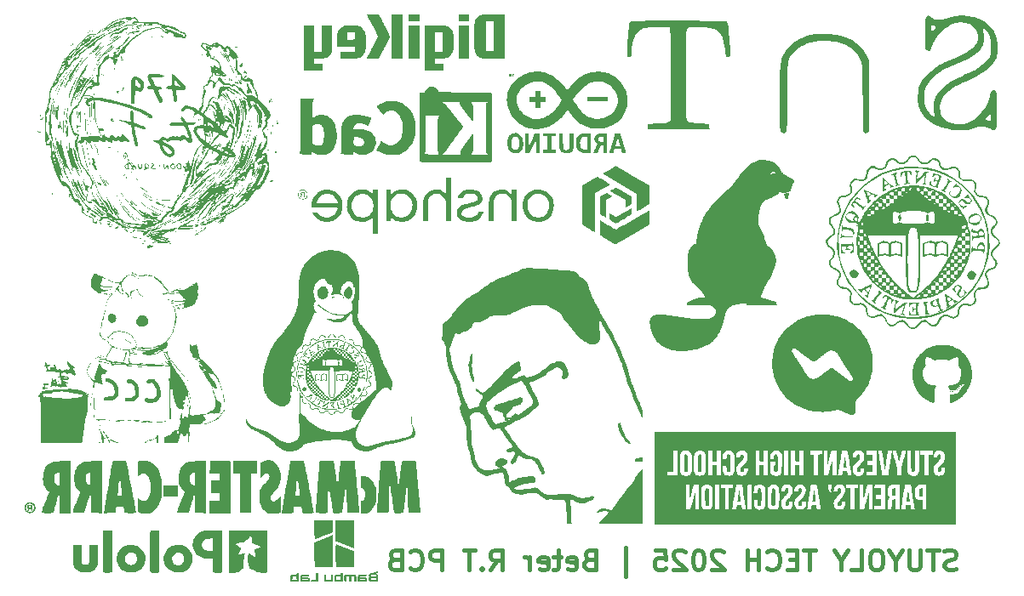
<source format=gbr>
%TF.GenerationSoftware,KiCad,Pcbnew,8.0.8-8.0.8-0~ubuntu22.04.1*%
%TF.CreationDate,2025-01-31T00:32:11-05:00*%
%TF.ProjectId,Electronics,456c6563-7472-46f6-9e69-63732e6b6963,rev?*%
%TF.SameCoordinates,Original*%
%TF.FileFunction,Legend,Bot*%
%TF.FilePolarity,Positive*%
%FSLAX46Y46*%
G04 Gerber Fmt 4.6, Leading zero omitted, Abs format (unit mm)*
G04 Created by KiCad (PCBNEW 8.0.8-8.0.8-0~ubuntu22.04.1) date 2025-01-31 00:32:11*
%MOMM*%
%LPD*%
G01*
G04 APERTURE LIST*
%ADD10C,0.400000*%
%ADD11C,0.000000*%
G04 APERTURE END LIST*
D10*
X193655890Y-128039200D02*
X193370176Y-128134438D01*
X193370176Y-128134438D02*
X192893985Y-128134438D01*
X192893985Y-128134438D02*
X192703509Y-128039200D01*
X192703509Y-128039200D02*
X192608271Y-127943961D01*
X192608271Y-127943961D02*
X192513033Y-127753485D01*
X192513033Y-127753485D02*
X192513033Y-127563009D01*
X192513033Y-127563009D02*
X192608271Y-127372533D01*
X192608271Y-127372533D02*
X192703509Y-127277295D01*
X192703509Y-127277295D02*
X192893985Y-127182057D01*
X192893985Y-127182057D02*
X193274938Y-127086819D01*
X193274938Y-127086819D02*
X193465414Y-126991580D01*
X193465414Y-126991580D02*
X193560652Y-126896342D01*
X193560652Y-126896342D02*
X193655890Y-126705866D01*
X193655890Y-126705866D02*
X193655890Y-126515390D01*
X193655890Y-126515390D02*
X193560652Y-126324914D01*
X193560652Y-126324914D02*
X193465414Y-126229676D01*
X193465414Y-126229676D02*
X193274938Y-126134438D01*
X193274938Y-126134438D02*
X192798747Y-126134438D01*
X192798747Y-126134438D02*
X192513033Y-126229676D01*
X191941604Y-126134438D02*
X190798747Y-126134438D01*
X191370176Y-128134438D02*
X191370176Y-126134438D01*
X190132080Y-126134438D02*
X190132080Y-127753485D01*
X190132080Y-127753485D02*
X190036842Y-127943961D01*
X190036842Y-127943961D02*
X189941604Y-128039200D01*
X189941604Y-128039200D02*
X189751128Y-128134438D01*
X189751128Y-128134438D02*
X189370175Y-128134438D01*
X189370175Y-128134438D02*
X189179699Y-128039200D01*
X189179699Y-128039200D02*
X189084461Y-127943961D01*
X189084461Y-127943961D02*
X188989223Y-127753485D01*
X188989223Y-127753485D02*
X188989223Y-126134438D01*
X187655890Y-127182057D02*
X187655890Y-128134438D01*
X188322556Y-126134438D02*
X187655890Y-127182057D01*
X187655890Y-127182057D02*
X186989223Y-126134438D01*
X185941604Y-126134438D02*
X185560651Y-126134438D01*
X185560651Y-126134438D02*
X185370175Y-126229676D01*
X185370175Y-126229676D02*
X185179699Y-126420152D01*
X185179699Y-126420152D02*
X185084461Y-126801104D01*
X185084461Y-126801104D02*
X185084461Y-127467771D01*
X185084461Y-127467771D02*
X185179699Y-127848723D01*
X185179699Y-127848723D02*
X185370175Y-128039200D01*
X185370175Y-128039200D02*
X185560651Y-128134438D01*
X185560651Y-128134438D02*
X185941604Y-128134438D01*
X185941604Y-128134438D02*
X186132080Y-128039200D01*
X186132080Y-128039200D02*
X186322556Y-127848723D01*
X186322556Y-127848723D02*
X186417794Y-127467771D01*
X186417794Y-127467771D02*
X186417794Y-126801104D01*
X186417794Y-126801104D02*
X186322556Y-126420152D01*
X186322556Y-126420152D02*
X186132080Y-126229676D01*
X186132080Y-126229676D02*
X185941604Y-126134438D01*
X183274937Y-128134438D02*
X184227318Y-128134438D01*
X184227318Y-128134438D02*
X184227318Y-126134438D01*
X182227318Y-127182057D02*
X182227318Y-128134438D01*
X182893984Y-126134438D02*
X182227318Y-127182057D01*
X182227318Y-127182057D02*
X181560651Y-126134438D01*
X179655888Y-126134438D02*
X178513031Y-126134438D01*
X179084460Y-128134438D02*
X179084460Y-126134438D01*
X177846364Y-127086819D02*
X177179697Y-127086819D01*
X176893983Y-128134438D02*
X177846364Y-128134438D01*
X177846364Y-128134438D02*
X177846364Y-126134438D01*
X177846364Y-126134438D02*
X176893983Y-126134438D01*
X174893983Y-127943961D02*
X174989221Y-128039200D01*
X174989221Y-128039200D02*
X175274935Y-128134438D01*
X175274935Y-128134438D02*
X175465411Y-128134438D01*
X175465411Y-128134438D02*
X175751126Y-128039200D01*
X175751126Y-128039200D02*
X175941602Y-127848723D01*
X175941602Y-127848723D02*
X176036840Y-127658247D01*
X176036840Y-127658247D02*
X176132078Y-127277295D01*
X176132078Y-127277295D02*
X176132078Y-126991580D01*
X176132078Y-126991580D02*
X176036840Y-126610628D01*
X176036840Y-126610628D02*
X175941602Y-126420152D01*
X175941602Y-126420152D02*
X175751126Y-126229676D01*
X175751126Y-126229676D02*
X175465411Y-126134438D01*
X175465411Y-126134438D02*
X175274935Y-126134438D01*
X175274935Y-126134438D02*
X174989221Y-126229676D01*
X174989221Y-126229676D02*
X174893983Y-126324914D01*
X174036840Y-128134438D02*
X174036840Y-126134438D01*
X174036840Y-127086819D02*
X172893983Y-127086819D01*
X172893983Y-128134438D02*
X172893983Y-126134438D01*
X170513030Y-126324914D02*
X170417792Y-126229676D01*
X170417792Y-126229676D02*
X170227316Y-126134438D01*
X170227316Y-126134438D02*
X169751125Y-126134438D01*
X169751125Y-126134438D02*
X169560649Y-126229676D01*
X169560649Y-126229676D02*
X169465411Y-126324914D01*
X169465411Y-126324914D02*
X169370173Y-126515390D01*
X169370173Y-126515390D02*
X169370173Y-126705866D01*
X169370173Y-126705866D02*
X169465411Y-126991580D01*
X169465411Y-126991580D02*
X170608268Y-128134438D01*
X170608268Y-128134438D02*
X169370173Y-128134438D01*
X168132078Y-126134438D02*
X167941601Y-126134438D01*
X167941601Y-126134438D02*
X167751125Y-126229676D01*
X167751125Y-126229676D02*
X167655887Y-126324914D01*
X167655887Y-126324914D02*
X167560649Y-126515390D01*
X167560649Y-126515390D02*
X167465411Y-126896342D01*
X167465411Y-126896342D02*
X167465411Y-127372533D01*
X167465411Y-127372533D02*
X167560649Y-127753485D01*
X167560649Y-127753485D02*
X167655887Y-127943961D01*
X167655887Y-127943961D02*
X167751125Y-128039200D01*
X167751125Y-128039200D02*
X167941601Y-128134438D01*
X167941601Y-128134438D02*
X168132078Y-128134438D01*
X168132078Y-128134438D02*
X168322554Y-128039200D01*
X168322554Y-128039200D02*
X168417792Y-127943961D01*
X168417792Y-127943961D02*
X168513030Y-127753485D01*
X168513030Y-127753485D02*
X168608268Y-127372533D01*
X168608268Y-127372533D02*
X168608268Y-126896342D01*
X168608268Y-126896342D02*
X168513030Y-126515390D01*
X168513030Y-126515390D02*
X168417792Y-126324914D01*
X168417792Y-126324914D02*
X168322554Y-126229676D01*
X168322554Y-126229676D02*
X168132078Y-126134438D01*
X166703506Y-126324914D02*
X166608268Y-126229676D01*
X166608268Y-126229676D02*
X166417792Y-126134438D01*
X166417792Y-126134438D02*
X165941601Y-126134438D01*
X165941601Y-126134438D02*
X165751125Y-126229676D01*
X165751125Y-126229676D02*
X165655887Y-126324914D01*
X165655887Y-126324914D02*
X165560649Y-126515390D01*
X165560649Y-126515390D02*
X165560649Y-126705866D01*
X165560649Y-126705866D02*
X165655887Y-126991580D01*
X165655887Y-126991580D02*
X166798744Y-128134438D01*
X166798744Y-128134438D02*
X165560649Y-128134438D01*
X163751125Y-126134438D02*
X164703506Y-126134438D01*
X164703506Y-126134438D02*
X164798744Y-127086819D01*
X164798744Y-127086819D02*
X164703506Y-126991580D01*
X164703506Y-126991580D02*
X164513030Y-126896342D01*
X164513030Y-126896342D02*
X164036839Y-126896342D01*
X164036839Y-126896342D02*
X163846363Y-126991580D01*
X163846363Y-126991580D02*
X163751125Y-127086819D01*
X163751125Y-127086819D02*
X163655887Y-127277295D01*
X163655887Y-127277295D02*
X163655887Y-127753485D01*
X163655887Y-127753485D02*
X163751125Y-127943961D01*
X163751125Y-127943961D02*
X163846363Y-128039200D01*
X163846363Y-128039200D02*
X164036839Y-128134438D01*
X164036839Y-128134438D02*
X164513030Y-128134438D01*
X164513030Y-128134438D02*
X164703506Y-128039200D01*
X164703506Y-128039200D02*
X164798744Y-127943961D01*
X160798744Y-128801104D02*
X160798744Y-125943961D01*
X157179695Y-127086819D02*
X156893981Y-127182057D01*
X156893981Y-127182057D02*
X156798743Y-127277295D01*
X156798743Y-127277295D02*
X156703505Y-127467771D01*
X156703505Y-127467771D02*
X156703505Y-127753485D01*
X156703505Y-127753485D02*
X156798743Y-127943961D01*
X156798743Y-127943961D02*
X156893981Y-128039200D01*
X156893981Y-128039200D02*
X157084457Y-128134438D01*
X157084457Y-128134438D02*
X157846362Y-128134438D01*
X157846362Y-128134438D02*
X157846362Y-126134438D01*
X157846362Y-126134438D02*
X157179695Y-126134438D01*
X157179695Y-126134438D02*
X156989219Y-126229676D01*
X156989219Y-126229676D02*
X156893981Y-126324914D01*
X156893981Y-126324914D02*
X156798743Y-126515390D01*
X156798743Y-126515390D02*
X156798743Y-126705866D01*
X156798743Y-126705866D02*
X156893981Y-126896342D01*
X156893981Y-126896342D02*
X156989219Y-126991580D01*
X156989219Y-126991580D02*
X157179695Y-127086819D01*
X157179695Y-127086819D02*
X157846362Y-127086819D01*
X155084457Y-128039200D02*
X155274933Y-128134438D01*
X155274933Y-128134438D02*
X155655886Y-128134438D01*
X155655886Y-128134438D02*
X155846362Y-128039200D01*
X155846362Y-128039200D02*
X155941600Y-127848723D01*
X155941600Y-127848723D02*
X155941600Y-127086819D01*
X155941600Y-127086819D02*
X155846362Y-126896342D01*
X155846362Y-126896342D02*
X155655886Y-126801104D01*
X155655886Y-126801104D02*
X155274933Y-126801104D01*
X155274933Y-126801104D02*
X155084457Y-126896342D01*
X155084457Y-126896342D02*
X154989219Y-127086819D01*
X154989219Y-127086819D02*
X154989219Y-127277295D01*
X154989219Y-127277295D02*
X155941600Y-127467771D01*
X154417790Y-126801104D02*
X153655886Y-126801104D01*
X154132076Y-126134438D02*
X154132076Y-127848723D01*
X154132076Y-127848723D02*
X154036838Y-128039200D01*
X154036838Y-128039200D02*
X153846362Y-128134438D01*
X153846362Y-128134438D02*
X153655886Y-128134438D01*
X152227314Y-128039200D02*
X152417790Y-128134438D01*
X152417790Y-128134438D02*
X152798743Y-128134438D01*
X152798743Y-128134438D02*
X152989219Y-128039200D01*
X152989219Y-128039200D02*
X153084457Y-127848723D01*
X153084457Y-127848723D02*
X153084457Y-127086819D01*
X153084457Y-127086819D02*
X152989219Y-126896342D01*
X152989219Y-126896342D02*
X152798743Y-126801104D01*
X152798743Y-126801104D02*
X152417790Y-126801104D01*
X152417790Y-126801104D02*
X152227314Y-126896342D01*
X152227314Y-126896342D02*
X152132076Y-127086819D01*
X152132076Y-127086819D02*
X152132076Y-127277295D01*
X152132076Y-127277295D02*
X153084457Y-127467771D01*
X151274933Y-128134438D02*
X151274933Y-126801104D01*
X151274933Y-127182057D02*
X151179695Y-126991580D01*
X151179695Y-126991580D02*
X151084457Y-126896342D01*
X151084457Y-126896342D02*
X150893981Y-126801104D01*
X150893981Y-126801104D02*
X150703504Y-126801104D01*
X147370171Y-128134438D02*
X148036838Y-127182057D01*
X148513028Y-128134438D02*
X148513028Y-126134438D01*
X148513028Y-126134438D02*
X147751123Y-126134438D01*
X147751123Y-126134438D02*
X147560647Y-126229676D01*
X147560647Y-126229676D02*
X147465409Y-126324914D01*
X147465409Y-126324914D02*
X147370171Y-126515390D01*
X147370171Y-126515390D02*
X147370171Y-126801104D01*
X147370171Y-126801104D02*
X147465409Y-126991580D01*
X147465409Y-126991580D02*
X147560647Y-127086819D01*
X147560647Y-127086819D02*
X147751123Y-127182057D01*
X147751123Y-127182057D02*
X148513028Y-127182057D01*
X146513028Y-127943961D02*
X146417790Y-128039200D01*
X146417790Y-128039200D02*
X146513028Y-128134438D01*
X146513028Y-128134438D02*
X146608266Y-128039200D01*
X146608266Y-128039200D02*
X146513028Y-127943961D01*
X146513028Y-127943961D02*
X146513028Y-128134438D01*
X145846361Y-126134438D02*
X144703504Y-126134438D01*
X145274933Y-128134438D02*
X145274933Y-126134438D01*
X142513027Y-128134438D02*
X142513027Y-126134438D01*
X142513027Y-126134438D02*
X141751122Y-126134438D01*
X141751122Y-126134438D02*
X141560646Y-126229676D01*
X141560646Y-126229676D02*
X141465408Y-126324914D01*
X141465408Y-126324914D02*
X141370170Y-126515390D01*
X141370170Y-126515390D02*
X141370170Y-126801104D01*
X141370170Y-126801104D02*
X141465408Y-126991580D01*
X141465408Y-126991580D02*
X141560646Y-127086819D01*
X141560646Y-127086819D02*
X141751122Y-127182057D01*
X141751122Y-127182057D02*
X142513027Y-127182057D01*
X139370170Y-127943961D02*
X139465408Y-128039200D01*
X139465408Y-128039200D02*
X139751122Y-128134438D01*
X139751122Y-128134438D02*
X139941598Y-128134438D01*
X139941598Y-128134438D02*
X140227313Y-128039200D01*
X140227313Y-128039200D02*
X140417789Y-127848723D01*
X140417789Y-127848723D02*
X140513027Y-127658247D01*
X140513027Y-127658247D02*
X140608265Y-127277295D01*
X140608265Y-127277295D02*
X140608265Y-126991580D01*
X140608265Y-126991580D02*
X140513027Y-126610628D01*
X140513027Y-126610628D02*
X140417789Y-126420152D01*
X140417789Y-126420152D02*
X140227313Y-126229676D01*
X140227313Y-126229676D02*
X139941598Y-126134438D01*
X139941598Y-126134438D02*
X139751122Y-126134438D01*
X139751122Y-126134438D02*
X139465408Y-126229676D01*
X139465408Y-126229676D02*
X139370170Y-126324914D01*
X137846360Y-127086819D02*
X137560646Y-127182057D01*
X137560646Y-127182057D02*
X137465408Y-127277295D01*
X137465408Y-127277295D02*
X137370170Y-127467771D01*
X137370170Y-127467771D02*
X137370170Y-127753485D01*
X137370170Y-127753485D02*
X137465408Y-127943961D01*
X137465408Y-127943961D02*
X137560646Y-128039200D01*
X137560646Y-128039200D02*
X137751122Y-128134438D01*
X137751122Y-128134438D02*
X138513027Y-128134438D01*
X138513027Y-128134438D02*
X138513027Y-126134438D01*
X138513027Y-126134438D02*
X137846360Y-126134438D01*
X137846360Y-126134438D02*
X137655884Y-126229676D01*
X137655884Y-126229676D02*
X137560646Y-126324914D01*
X137560646Y-126324914D02*
X137465408Y-126515390D01*
X137465408Y-126515390D02*
X137465408Y-126705866D01*
X137465408Y-126705866D02*
X137560646Y-126896342D01*
X137560646Y-126896342D02*
X137655884Y-126991580D01*
X137655884Y-126991580D02*
X137846360Y-127086819D01*
X137846360Y-127086819D02*
X138513027Y-127086819D01*
D11*
%TO.C,G\u002A\u002A\u002A*%
G36*
X185117242Y-109222526D02*
G01*
X185043025Y-109416612D01*
X184996323Y-109526923D01*
X184906232Y-109720932D01*
X184808309Y-109909200D01*
X184702458Y-110091869D01*
X184588582Y-110269078D01*
X184466583Y-110440968D01*
X184336365Y-110607680D01*
X184197831Y-110769355D01*
X184050882Y-110926133D01*
X183895423Y-111078155D01*
X183894966Y-111078584D01*
X183867409Y-111104778D01*
X183841145Y-111130414D01*
X183817358Y-111154286D01*
X183797230Y-111175188D01*
X183781945Y-111191914D01*
X183772686Y-111203258D01*
X183757938Y-111225371D01*
X183728832Y-111280414D01*
X183709127Y-111337358D01*
X183698976Y-111395808D01*
X183698879Y-111397023D01*
X183698240Y-111408558D01*
X183697335Y-111428965D01*
X183696190Y-111457506D01*
X183694831Y-111493445D01*
X183693285Y-111536043D01*
X183691577Y-111584564D01*
X183689733Y-111638270D01*
X183687779Y-111696423D01*
X183685742Y-111758287D01*
X183683648Y-111823123D01*
X183681521Y-111890194D01*
X183681029Y-111905793D01*
X183678884Y-111972152D01*
X183676738Y-112035952D01*
X183674622Y-112096472D01*
X183672563Y-112152993D01*
X183670590Y-112204792D01*
X183668733Y-112251151D01*
X183667019Y-112291349D01*
X183665477Y-112324665D01*
X183664137Y-112350379D01*
X183663026Y-112367771D01*
X183662173Y-112376120D01*
X183657895Y-112394945D01*
X183639934Y-112448925D01*
X183614562Y-112500895D01*
X183583057Y-112548496D01*
X183546696Y-112589368D01*
X183533994Y-112600862D01*
X183491636Y-112632239D01*
X183443673Y-112659212D01*
X183392975Y-112680310D01*
X183342415Y-112694060D01*
X183311630Y-112697901D01*
X183274081Y-112699031D01*
X183234664Y-112697391D01*
X183197155Y-112693145D01*
X183165327Y-112686453D01*
X183161118Y-112685081D01*
X183146465Y-112679549D01*
X183124144Y-112670582D01*
X183094992Y-112658535D01*
X183059845Y-112643763D01*
X183019540Y-112626621D01*
X182974913Y-112607464D01*
X182926802Y-112586646D01*
X182876042Y-112564522D01*
X182823470Y-112541447D01*
X182772105Y-112518824D01*
X182670430Y-112474053D01*
X182577470Y-112433131D01*
X182493074Y-112395994D01*
X182417093Y-112362576D01*
X182349379Y-112332812D01*
X182289781Y-112306636D01*
X182238150Y-112283982D01*
X182194337Y-112264785D01*
X182158192Y-112248979D01*
X182129567Y-112236499D01*
X182108311Y-112227279D01*
X182094275Y-112221254D01*
X182087310Y-112218358D01*
X182077127Y-112214718D01*
X182039661Y-112205228D01*
X181996560Y-112199224D01*
X181950628Y-112197142D01*
X181944368Y-112197160D01*
X181926767Y-112197495D01*
X181910771Y-112198496D01*
X181894540Y-112200477D01*
X181876236Y-112203751D01*
X181854020Y-112208632D01*
X181826054Y-112215435D01*
X181790497Y-112224472D01*
X181782484Y-112226524D01*
X181583298Y-112273832D01*
X181387777Y-112313138D01*
X181196662Y-112344292D01*
X181076702Y-112360179D01*
X180850464Y-112383114D01*
X180624648Y-112396900D01*
X180399574Y-112401605D01*
X180175560Y-112397298D01*
X179952925Y-112384047D01*
X179731988Y-112361920D01*
X179513067Y-112330987D01*
X179296483Y-112291314D01*
X179082554Y-112242972D01*
X178871598Y-112186028D01*
X178663935Y-112120550D01*
X178459883Y-112046607D01*
X178259762Y-111964268D01*
X178063891Y-111873600D01*
X177872588Y-111774673D01*
X177686172Y-111667555D01*
X177504962Y-111552314D01*
X177484532Y-111538588D01*
X177308229Y-111413707D01*
X177138821Y-111282002D01*
X176976439Y-111143687D01*
X176821214Y-110998974D01*
X176673279Y-110848076D01*
X176532763Y-110691207D01*
X176399800Y-110528580D01*
X176274520Y-110360407D01*
X176157055Y-110186903D01*
X176047535Y-110008279D01*
X175946093Y-109824749D01*
X175852860Y-109636526D01*
X175767967Y-109443823D01*
X175691546Y-109246853D01*
X175623728Y-109045830D01*
X175564644Y-108840966D01*
X175514426Y-108632474D01*
X175473205Y-108420568D01*
X175441113Y-108205460D01*
X175435593Y-108160964D01*
X175426746Y-108083844D01*
X175419465Y-108010973D01*
X175413633Y-107940351D01*
X175409128Y-107869981D01*
X175405833Y-107797864D01*
X175403627Y-107722001D01*
X175402390Y-107640395D01*
X175402005Y-107551048D01*
X175402117Y-107501311D01*
X175402951Y-107416427D01*
X175404700Y-107338197D01*
X175407485Y-107264622D01*
X175411424Y-107193704D01*
X175416637Y-107123444D01*
X175423243Y-107051845D01*
X175431362Y-106976908D01*
X175441113Y-106896635D01*
X175449705Y-106832280D01*
X175484513Y-106618215D01*
X175528473Y-106407129D01*
X175552896Y-106311364D01*
X177358916Y-106311364D01*
X177364313Y-106356048D01*
X177378992Y-106398921D01*
X177382673Y-106405454D01*
X177391387Y-106419937D01*
X177404837Y-106441875D01*
X177422768Y-106470866D01*
X177444927Y-106506507D01*
X177471059Y-106548395D01*
X177500910Y-106596130D01*
X177534226Y-106649309D01*
X177570752Y-106707529D01*
X177610234Y-106770389D01*
X177652419Y-106837485D01*
X177697050Y-106908417D01*
X177743876Y-106982781D01*
X177792640Y-107060176D01*
X177843089Y-107140199D01*
X177894968Y-107222448D01*
X177948024Y-107306521D01*
X178002002Y-107392015D01*
X178056647Y-107478529D01*
X178111706Y-107565660D01*
X178166924Y-107653007D01*
X178222047Y-107740166D01*
X178276821Y-107826736D01*
X178330991Y-107912314D01*
X178384304Y-107996498D01*
X178436504Y-108078886D01*
X178487337Y-108159076D01*
X178536550Y-108236666D01*
X178583888Y-108311253D01*
X178629097Y-108382435D01*
X178671923Y-108449810D01*
X178712110Y-108512976D01*
X178749406Y-108571530D01*
X178783555Y-108625071D01*
X178814304Y-108673196D01*
X178841398Y-108715503D01*
X178864583Y-108751589D01*
X178883604Y-108781053D01*
X178898208Y-108803492D01*
X178908140Y-108818504D01*
X178913145Y-108825687D01*
X178926549Y-108842280D01*
X178983125Y-108902959D01*
X179045224Y-108956128D01*
X179112108Y-109001652D01*
X179183041Y-109039392D01*
X179257284Y-109069211D01*
X179334100Y-109090972D01*
X179412752Y-109104537D01*
X179492501Y-109109769D01*
X179572611Y-109106531D01*
X179652344Y-109094685D01*
X179730961Y-109074094D01*
X179807727Y-109044620D01*
X179881903Y-109006127D01*
X179884275Y-109004629D01*
X179895659Y-108996811D01*
X179914216Y-108983589D01*
X179939489Y-108965304D01*
X179971020Y-108942293D01*
X180008353Y-108914894D01*
X180051030Y-108883446D01*
X180098593Y-108848287D01*
X180150586Y-108809755D01*
X180206552Y-108768189D01*
X180266032Y-108723926D01*
X180328571Y-108677305D01*
X180393710Y-108628665D01*
X180460993Y-108578343D01*
X180529962Y-108526678D01*
X180558926Y-108504972D01*
X180626943Y-108454060D01*
X180692943Y-108404743D01*
X180756481Y-108357350D01*
X180817111Y-108312211D01*
X180874389Y-108269654D01*
X180927869Y-108230007D01*
X180977106Y-108193601D01*
X181021654Y-108160763D01*
X181061068Y-108131824D01*
X181094903Y-108107111D01*
X181122714Y-108086954D01*
X181144056Y-108071682D01*
X181158482Y-108061624D01*
X181165549Y-108057108D01*
X181171492Y-108054197D01*
X181219194Y-108036594D01*
X181269282Y-108027395D01*
X181320152Y-108026513D01*
X181370198Y-108033864D01*
X181417816Y-108049362D01*
X181461399Y-108072920D01*
X181463834Y-108074639D01*
X181474376Y-108082386D01*
X181492121Y-108095609D01*
X181516684Y-108114017D01*
X181547682Y-108137321D01*
X181584732Y-108165230D01*
X181627448Y-108197455D01*
X181675448Y-108233704D01*
X181728346Y-108273688D01*
X181785760Y-108317117D01*
X181847306Y-108363699D01*
X181912599Y-108413146D01*
X181981256Y-108465166D01*
X182052892Y-108519469D01*
X182127124Y-108575766D01*
X182203568Y-108633766D01*
X182281841Y-108693179D01*
X182322631Y-108724142D01*
X182399793Y-108782684D01*
X182474846Y-108839585D01*
X182547410Y-108894561D01*
X182617110Y-108947326D01*
X182683566Y-108997597D01*
X182746401Y-109045088D01*
X182805238Y-109089514D01*
X182859699Y-109130592D01*
X182909406Y-109168035D01*
X182953982Y-109201559D01*
X182993049Y-109230880D01*
X183026229Y-109255713D01*
X183053145Y-109275773D01*
X183073419Y-109290774D01*
X183086674Y-109300434D01*
X183092531Y-109304466D01*
X183098505Y-109307566D01*
X183117972Y-109316162D01*
X183137301Y-109323076D01*
X183182045Y-109331806D01*
X183226471Y-109331491D01*
X183269388Y-109322736D01*
X183309771Y-109306202D01*
X183346596Y-109282546D01*
X183378839Y-109252427D01*
X183405475Y-109216502D01*
X183425481Y-109175431D01*
X183437833Y-109129871D01*
X183438729Y-109124150D01*
X183439991Y-109080632D01*
X183431657Y-109036542D01*
X183413820Y-108992403D01*
X183411424Y-108988124D01*
X183403554Y-108974930D01*
X183390887Y-108954177D01*
X183373679Y-108926272D01*
X183352186Y-108891619D01*
X183326665Y-108850625D01*
X183297372Y-108803695D01*
X183264563Y-108751236D01*
X183228495Y-108693653D01*
X183189423Y-108631352D01*
X183147605Y-108564739D01*
X183103296Y-108494221D01*
X183056752Y-108420201D01*
X183008231Y-108343088D01*
X182957988Y-108263286D01*
X182906279Y-108181201D01*
X182853361Y-108097239D01*
X182799490Y-108011806D01*
X182744922Y-107925308D01*
X182689914Y-107838151D01*
X182634722Y-107750740D01*
X182579602Y-107663482D01*
X182524810Y-107576782D01*
X182470603Y-107491046D01*
X182417237Y-107406679D01*
X182364969Y-107324089D01*
X182314054Y-107243681D01*
X182264749Y-107165859D01*
X182217310Y-107091032D01*
X182171993Y-107019603D01*
X182129056Y-106951980D01*
X182088753Y-106888567D01*
X182051341Y-106829772D01*
X182017077Y-106775999D01*
X181986217Y-106727654D01*
X181959017Y-106685144D01*
X181935733Y-106648874D01*
X181916622Y-106619250D01*
X181901940Y-106596678D01*
X181891943Y-106581563D01*
X181886888Y-106574313D01*
X181860152Y-106542245D01*
X181801671Y-106483327D01*
X181736739Y-106431221D01*
X181666132Y-106386388D01*
X181590625Y-106349293D01*
X181510994Y-106320399D01*
X181428014Y-106300169D01*
X181420018Y-106298776D01*
X181379822Y-106293948D01*
X181334268Y-106291337D01*
X181286337Y-106290916D01*
X181239008Y-106292659D01*
X181195261Y-106296541D01*
X181158076Y-106302534D01*
X181100849Y-106316520D01*
X181027389Y-106340609D01*
X180959915Y-106370579D01*
X180896990Y-106407005D01*
X180895537Y-106407977D01*
X180885101Y-106415354D01*
X180867436Y-106428167D01*
X180843005Y-106446073D01*
X180812269Y-106468728D01*
X180775690Y-106495789D01*
X180733730Y-106526912D01*
X180686852Y-106561754D01*
X180635516Y-106599971D01*
X180580185Y-106641220D01*
X180521321Y-106685157D01*
X180459386Y-106731439D01*
X180394841Y-106779722D01*
X180328149Y-106829662D01*
X180259770Y-106880917D01*
X180238925Y-106896546D01*
X180171411Y-106947119D01*
X180105917Y-106996107D01*
X180042890Y-107043178D01*
X179982773Y-107088005D01*
X179926012Y-107130257D01*
X179873053Y-107169604D01*
X179824339Y-107205717D01*
X179780316Y-107238267D01*
X179741429Y-107266924D01*
X179708122Y-107291358D01*
X179680842Y-107311239D01*
X179660033Y-107326238D01*
X179646139Y-107336025D01*
X179639607Y-107340272D01*
X179633093Y-107343468D01*
X179583559Y-107362136D01*
X179532426Y-107372166D01*
X179481029Y-107373617D01*
X179430703Y-107366548D01*
X179382782Y-107351017D01*
X179338601Y-107327082D01*
X179338235Y-107326833D01*
X179330191Y-107321028D01*
X179314871Y-107309689D01*
X179292733Y-107293161D01*
X179264233Y-107271787D01*
X179229827Y-107245913D01*
X179189973Y-107215883D01*
X179145127Y-107182042D01*
X179095745Y-107144736D01*
X179042284Y-107104308D01*
X178985202Y-107061104D01*
X178924953Y-107015469D01*
X178861996Y-106967746D01*
X178796787Y-106918281D01*
X178729783Y-106867420D01*
X178689113Y-106836537D01*
X178617828Y-106782407D01*
X178546329Y-106728115D01*
X178475281Y-106674165D01*
X178405351Y-106621064D01*
X178337205Y-106569318D01*
X178271508Y-106519431D01*
X178208928Y-106471911D01*
X178150130Y-106427263D01*
X178095780Y-106385993D01*
X178046544Y-106348606D01*
X178003089Y-106315609D01*
X177966081Y-106287507D01*
X177936185Y-106264806D01*
X177930970Y-106260848D01*
X177886093Y-106226963D01*
X177844132Y-106195589D01*
X177805772Y-106167223D01*
X177771700Y-106142361D01*
X177742601Y-106121500D01*
X177719162Y-106105138D01*
X177702066Y-106093770D01*
X177692002Y-106087894D01*
X177687275Y-106085744D01*
X177644433Y-106071896D01*
X177600650Y-106067064D01*
X177557101Y-106070810D01*
X177514961Y-106082695D01*
X177475405Y-106102281D01*
X177439610Y-106129129D01*
X177408751Y-106162799D01*
X177384002Y-106202854D01*
X177375852Y-106221117D01*
X177362772Y-106266007D01*
X177358916Y-106311364D01*
X175552896Y-106311364D01*
X175581490Y-106199247D01*
X175643470Y-105994793D01*
X175714317Y-105793990D01*
X175793937Y-105597062D01*
X175882235Y-105404234D01*
X175979116Y-105215730D01*
X176084487Y-105031773D01*
X176198251Y-104852588D01*
X176320315Y-104678398D01*
X176450583Y-104509427D01*
X176487722Y-104464122D01*
X176597921Y-104336632D01*
X176714926Y-104210778D01*
X176837103Y-104088167D01*
X176962812Y-103970405D01*
X177090419Y-103859100D01*
X177218285Y-103755857D01*
X177300132Y-103693829D01*
X177479130Y-103567102D01*
X177663095Y-103448725D01*
X177851856Y-103338765D01*
X178045239Y-103237286D01*
X178243074Y-103144354D01*
X178445188Y-103060033D01*
X178651410Y-102984389D01*
X178861566Y-102917487D01*
X179075485Y-102859391D01*
X179292996Y-102810168D01*
X179513925Y-102769881D01*
X179738102Y-102738597D01*
X179965353Y-102716379D01*
X180169716Y-102704249D01*
X180397435Y-102699365D01*
X180623589Y-102703608D01*
X180847916Y-102716898D01*
X181070151Y-102739159D01*
X181290032Y-102770311D01*
X181507296Y-102810277D01*
X181721679Y-102858979D01*
X181932918Y-102916338D01*
X182140750Y-102982277D01*
X182344913Y-103056717D01*
X182545141Y-103139581D01*
X182741174Y-103230790D01*
X182932746Y-103330266D01*
X183119596Y-103437931D01*
X183301460Y-103553707D01*
X183478075Y-103677516D01*
X183649177Y-103809280D01*
X183767501Y-103908399D01*
X183895836Y-104024081D01*
X184021818Y-104146031D01*
X184143663Y-104272455D01*
X184259586Y-104401559D01*
X184367803Y-104531549D01*
X184391691Y-104561691D01*
X184519369Y-104732016D01*
X184638784Y-104907479D01*
X184749850Y-105087891D01*
X184852485Y-105273063D01*
X184946602Y-105462805D01*
X185032119Y-105656928D01*
X185108951Y-105855243D01*
X185177012Y-106057561D01*
X185236220Y-106263692D01*
X185286490Y-106473447D01*
X185327738Y-106686637D01*
X185329354Y-106696151D01*
X185360684Y-106909446D01*
X185382927Y-107123928D01*
X185396137Y-107339090D01*
X185400367Y-107554426D01*
X185395668Y-107769428D01*
X185382095Y-107983589D01*
X185359700Y-108196404D01*
X185328535Y-108407364D01*
X185288654Y-108615963D01*
X185240110Y-108821694D01*
X185182955Y-109024051D01*
X185164222Y-109080632D01*
X185117242Y-109222526D01*
G37*
G36*
X132981988Y-106725267D02*
G01*
X132981988Y-106815475D01*
X132891780Y-106815475D01*
X132801572Y-106815475D01*
X132801572Y-106725267D01*
X132801572Y-106635059D01*
X132891780Y-106635059D01*
X132981988Y-106635059D01*
X132981988Y-106725267D01*
G37*
G36*
X132709723Y-100934636D02*
G01*
X132748307Y-100958929D01*
X132752003Y-100962134D01*
X132780588Y-100998423D01*
X132788065Y-101034557D01*
X132773221Y-101065358D01*
X132760704Y-101075997D01*
X132746114Y-101078179D01*
X132727580Y-101065164D01*
X132699084Y-101034440D01*
X132679822Y-101008951D01*
X132663749Y-100972140D01*
X132665003Y-100944987D01*
X132681141Y-100931237D01*
X132709723Y-100934636D01*
G37*
G36*
X132302186Y-107363123D02*
G01*
X132322659Y-107401827D01*
X132329164Y-107428940D01*
X132334228Y-107483805D01*
X132332964Y-107543653D01*
X132325780Y-107598401D01*
X132313084Y-107637968D01*
X132291763Y-107660166D01*
X132261739Y-107663837D01*
X132232907Y-107644697D01*
X132226096Y-107630085D01*
X132218892Y-107592121D01*
X132215076Y-107541439D01*
X132214636Y-107485690D01*
X132217556Y-107432521D01*
X132223823Y-107389583D01*
X132233423Y-107364525D01*
X132248063Y-107351255D01*
X132276029Y-107345726D01*
X132302186Y-107363123D01*
G37*
G36*
X130983850Y-107343890D02*
G01*
X131003959Y-107347517D01*
X131017107Y-107360681D01*
X131026516Y-107388747D01*
X131035410Y-107437079D01*
X131035764Y-107439335D01*
X131039715Y-107490230D01*
X131037934Y-107544531D01*
X131031351Y-107594963D01*
X131020899Y-107634251D01*
X131007507Y-107655119D01*
X130986508Y-107664538D01*
X130958209Y-107660142D01*
X130937369Y-107632208D01*
X130924495Y-107581581D01*
X130920091Y-107509104D01*
X130920105Y-107503275D01*
X130923799Y-107430739D01*
X130934468Y-107381223D01*
X130952776Y-107352874D01*
X130979390Y-107343836D01*
X130983850Y-107343890D01*
G37*
G36*
X131823362Y-100907046D02*
G01*
X131858849Y-100917883D01*
X131881364Y-100933443D01*
X131886661Y-100952764D01*
X131870497Y-100974890D01*
X131866443Y-100977687D01*
X131839489Y-100990102D01*
X131802841Y-101002118D01*
X131797097Y-101003768D01*
X131751866Y-101021039D01*
X131712633Y-101041953D01*
X131704906Y-101047017D01*
X131670831Y-101064209D01*
X131641218Y-101064634D01*
X131604016Y-101049082D01*
X131583919Y-101036966D01*
X131561378Y-101010827D01*
X131564528Y-100983329D01*
X131593339Y-100954552D01*
X131647784Y-100924576D01*
X131681525Y-100912455D01*
X131730455Y-100903373D01*
X131779149Y-100901890D01*
X131823362Y-100907046D01*
G37*
G36*
X128935007Y-109938974D02*
G01*
X128992048Y-109972634D01*
X129034141Y-110021197D01*
X129058627Y-110080158D01*
X129062847Y-110145015D01*
X129044140Y-110211265D01*
X129022986Y-110248121D01*
X128983478Y-110287266D01*
X128926702Y-110314896D01*
X128876052Y-110325556D01*
X128809354Y-110319895D01*
X128748489Y-110293983D01*
X128700583Y-110249869D01*
X128695146Y-110241602D01*
X128677470Y-110205018D01*
X128662938Y-110162491D01*
X128657737Y-110141501D01*
X128654413Y-110110776D01*
X128660907Y-110081637D01*
X128678792Y-110042154D01*
X128696675Y-110011128D01*
X128744817Y-109959637D01*
X128804672Y-109930838D01*
X128875262Y-109925313D01*
X128935007Y-109938974D01*
G37*
G36*
X134337955Y-109976311D02*
G01*
X134405587Y-109995648D01*
X134459235Y-110036480D01*
X134497782Y-110097988D01*
X134510670Y-110141576D01*
X134510419Y-110207809D01*
X134488315Y-110269961D01*
X134446494Y-110322946D01*
X134387090Y-110361677D01*
X134360223Y-110369418D01*
X134306477Y-110371767D01*
X134250952Y-110362622D01*
X134206109Y-110343253D01*
X134184377Y-110327492D01*
X134141696Y-110284764D01*
X134119020Y-110235947D01*
X134112350Y-110173814D01*
X134114667Y-110129202D01*
X134125010Y-110092036D01*
X134147074Y-110056915D01*
X134155844Y-110045871D01*
X134204948Y-110000804D01*
X134261400Y-109978257D01*
X134331058Y-109975640D01*
X134337955Y-109976311D01*
G37*
G36*
X133340721Y-99928803D02*
G01*
X133401581Y-99951619D01*
X133418673Y-99960223D01*
X133478823Y-100003920D01*
X133528319Y-100064973D01*
X133568925Y-100146000D01*
X133602405Y-100249620D01*
X133608192Y-100278369D01*
X133614990Y-100340471D01*
X133618640Y-100415222D01*
X133619150Y-100494974D01*
X133616530Y-100572081D01*
X133610787Y-100638897D01*
X133601929Y-100687773D01*
X133596843Y-100704966D01*
X133556319Y-100805077D01*
X133499930Y-100902287D01*
X133431958Y-100990885D01*
X133356684Y-101065161D01*
X133278386Y-101119405D01*
X133238599Y-101141017D01*
X133215589Y-101152571D01*
X133203256Y-101155478D01*
X133195414Y-101151193D01*
X133185877Y-101141172D01*
X133183650Y-101139021D01*
X133157642Y-101116956D01*
X133116906Y-101085057D01*
X133067114Y-101047496D01*
X133013936Y-101008445D01*
X132963045Y-100972078D01*
X132920112Y-100942567D01*
X132890808Y-100924085D01*
X132888783Y-100922942D01*
X132862514Y-100905815D01*
X132845597Y-100886169D01*
X132833444Y-100856379D01*
X132821468Y-100808821D01*
X132804757Y-100701396D01*
X132804502Y-100591539D01*
X132820865Y-100470995D01*
X132845999Y-100366982D01*
X132891679Y-100244207D01*
X132950607Y-100138458D01*
X133021466Y-100051605D01*
X133102935Y-99985520D01*
X133193696Y-99942073D01*
X133224981Y-99932600D01*
X133285429Y-99922628D01*
X133340721Y-99928803D01*
G37*
G36*
X133189076Y-105694931D02*
G01*
X133211385Y-105704459D01*
X133246529Y-105722825D01*
X133288579Y-105746534D01*
X133331606Y-105772090D01*
X133369680Y-105796001D01*
X133396873Y-105814769D01*
X133407255Y-105824901D01*
X133404506Y-105832250D01*
X133385961Y-105834722D01*
X133354036Y-105822292D01*
X133334760Y-105815288D01*
X133311223Y-105822672D01*
X133301308Y-105834926D01*
X133279029Y-105869298D01*
X133246861Y-105922992D01*
X133205949Y-105994048D01*
X133157434Y-106080509D01*
X133102460Y-106180416D01*
X133065753Y-106247691D01*
X133101192Y-106280811D01*
X133107173Y-106286486D01*
X133128153Y-106308097D01*
X133136631Y-106319852D01*
X133136117Y-106322611D01*
X133126357Y-106325267D01*
X133102307Y-106317155D01*
X133061477Y-106297259D01*
X133001380Y-106264562D01*
X132971955Y-106247759D01*
X132930707Y-106222771D01*
X132902366Y-106203691D01*
X132891820Y-106193684D01*
X132893205Y-106189582D01*
X132908775Y-106184247D01*
X132932428Y-106187472D01*
X132952514Y-106198360D01*
X132960716Y-106204099D01*
X132979995Y-106204581D01*
X132981002Y-106203791D01*
X132994067Y-106186521D01*
X133016338Y-106151588D01*
X133045322Y-106103411D01*
X133078527Y-106046412D01*
X133113461Y-105985010D01*
X133147631Y-105923628D01*
X133178546Y-105866685D01*
X133203714Y-105818602D01*
X133220642Y-105783801D01*
X133226839Y-105766702D01*
X133221612Y-105751908D01*
X133201065Y-105732979D01*
X133200663Y-105732762D01*
X133181134Y-105716704D01*
X133175101Y-105701239D01*
X133185720Y-105694318D01*
X133189076Y-105694931D01*
G37*
G36*
X129987176Y-110877682D02*
G01*
X130000498Y-110882889D01*
X130032362Y-110901043D01*
X130071548Y-110927327D01*
X130112230Y-110957364D01*
X130148585Y-110986782D01*
X130174787Y-111011204D01*
X130185010Y-111026256D01*
X130183603Y-111037007D01*
X130171027Y-111040126D01*
X130145152Y-111021472D01*
X130126871Y-111009803D01*
X130105117Y-111007082D01*
X130104092Y-111007616D01*
X130088978Y-111022578D01*
X130062744Y-111054023D01*
X130028384Y-111097858D01*
X129988892Y-111149991D01*
X129947261Y-111206331D01*
X129906487Y-111262787D01*
X129869561Y-111315266D01*
X129839479Y-111359677D01*
X129819235Y-111391928D01*
X129811821Y-111407928D01*
X129818055Y-111424713D01*
X129837291Y-111448026D01*
X129852581Y-111466502D01*
X129855731Y-111482450D01*
X129852242Y-111486960D01*
X129845655Y-111488526D01*
X129833244Y-111483361D01*
X129811291Y-111469308D01*
X129776079Y-111444208D01*
X129723892Y-111405901D01*
X129680194Y-111372376D01*
X129649192Y-111344933D01*
X129638894Y-111329739D01*
X129649637Y-111327337D01*
X129681761Y-111338269D01*
X129682883Y-111338728D01*
X129713094Y-111347202D01*
X129732973Y-111346150D01*
X129741413Y-111337393D01*
X129762959Y-111310595D01*
X129793781Y-111270174D01*
X129830828Y-111220341D01*
X129871049Y-111165308D01*
X129911393Y-111109288D01*
X129948808Y-111056494D01*
X129980244Y-111011137D01*
X130002649Y-110977431D01*
X130012972Y-110959587D01*
X130011603Y-110936515D01*
X129990646Y-110904488D01*
X129986325Y-110899757D01*
X129969845Y-110880402D01*
X129970325Y-110874557D01*
X129987176Y-110877682D01*
G37*
G36*
X134758346Y-107556394D02*
G01*
X134749717Y-107626439D01*
X134723251Y-107693568D01*
X134679502Y-107753954D01*
X134619022Y-107803768D01*
X134542364Y-107839181D01*
X134478483Y-107852697D01*
X134395900Y-107851896D01*
X134318025Y-107832096D01*
X134250449Y-107794880D01*
X134198760Y-107741833D01*
X134179106Y-107706157D01*
X134159329Y-107636321D01*
X134158498Y-107610840D01*
X134191659Y-107610840D01*
X134198854Y-107667496D01*
X134230314Y-107719854D01*
X134249101Y-107739155D01*
X134271997Y-107754066D01*
X134302430Y-107761624D01*
X134349518Y-107765307D01*
X134350595Y-107765359D01*
X134444274Y-107758289D01*
X134541414Y-107730237D01*
X134634361Y-107683401D01*
X134660705Y-107663960D01*
X134699994Y-107616850D01*
X134719539Y-107564372D01*
X134720469Y-107511133D01*
X134703913Y-107461740D01*
X134671001Y-107420801D01*
X134622863Y-107392923D01*
X134560629Y-107382711D01*
X134540410Y-107384006D01*
X134486448Y-107393478D01*
X134423753Y-107409847D01*
X134362128Y-107430373D01*
X134311376Y-107452319D01*
X134301264Y-107458297D01*
X134267037Y-107484850D01*
X134233927Y-107517599D01*
X134208655Y-107554066D01*
X134191659Y-107610840D01*
X134158498Y-107610840D01*
X134156930Y-107562741D01*
X134172985Y-107495697D01*
X134183672Y-107474301D01*
X134225486Y-107417576D01*
X134280531Y-107366560D01*
X134340249Y-107329743D01*
X134359270Y-107322329D01*
X134423028Y-107308528D01*
X134493864Y-107305155D01*
X134561564Y-107312210D01*
X134615911Y-107329695D01*
X134671690Y-107367064D01*
X134719886Y-107422878D01*
X134748587Y-107487265D01*
X134751956Y-107511133D01*
X134758346Y-107556394D01*
G37*
G36*
X132289028Y-111406627D02*
G01*
X132291640Y-111409134D01*
X132282422Y-111419575D01*
X132255941Y-111433400D01*
X132238051Y-111440397D01*
X132224722Y-111446584D01*
X132216367Y-111455488D01*
X132212746Y-111470909D01*
X132213620Y-111496651D01*
X132218750Y-111536515D01*
X132227897Y-111594304D01*
X132240822Y-111673821D01*
X132242182Y-111682331D01*
X132251838Y-111745392D01*
X132260791Y-111807760D01*
X132267258Y-111857073D01*
X132273012Y-111893500D01*
X132286714Y-111933356D01*
X132307909Y-111952822D01*
X132338901Y-111955050D01*
X132357628Y-111955917D01*
X132372960Y-111966997D01*
X132371885Y-111976307D01*
X132354828Y-111984123D01*
X132354668Y-111984131D01*
X132330289Y-111987016D01*
X132289482Y-111993509D01*
X132240994Y-112002218D01*
X132224175Y-112005395D01*
X132173646Y-112014581D01*
X132142512Y-112018870D01*
X132126082Y-112018270D01*
X132119665Y-112012789D01*
X132118569Y-112002436D01*
X132124976Y-111989757D01*
X132151190Y-111983105D01*
X132173968Y-111978811D01*
X132190689Y-111965184D01*
X132191763Y-111957474D01*
X132190645Y-111926882D01*
X132185876Y-111881057D01*
X132178063Y-111826650D01*
X132175568Y-111811198D01*
X132164256Y-111740769D01*
X132152815Y-111669042D01*
X132143378Y-111609387D01*
X132137331Y-111571958D01*
X132127011Y-111517606D01*
X132116756Y-111483120D01*
X132104624Y-111464736D01*
X132088671Y-111458685D01*
X132066956Y-111461202D01*
X132059775Y-111462498D01*
X132035217Y-111461130D01*
X132026540Y-111451217D01*
X132038690Y-111436995D01*
X132053000Y-111432560D01*
X132087528Y-111426119D01*
X132133928Y-111419319D01*
X132184740Y-111413064D01*
X132232502Y-111408260D01*
X132269751Y-111405813D01*
X132289028Y-111406627D01*
G37*
G36*
X131211750Y-100342602D02*
G01*
X131227125Y-100475454D01*
X131223722Y-100608874D01*
X131201402Y-100736940D01*
X131160022Y-100853733D01*
X131146127Y-100882571D01*
X131116978Y-100934805D01*
X131084990Y-100977342D01*
X131045869Y-101013835D01*
X130995321Y-101047936D01*
X130929053Y-101083297D01*
X130842770Y-101123571D01*
X130810754Y-101137553D01*
X130771666Y-101153495D01*
X130746118Y-101162529D01*
X130734059Y-101165194D01*
X130677666Y-101167922D01*
X130609991Y-101160385D01*
X130540092Y-101144008D01*
X130477027Y-101120214D01*
X130394424Y-101070911D01*
X130311018Y-100994605D01*
X130244352Y-100900747D01*
X130195482Y-100791264D01*
X130165464Y-100668082D01*
X130155355Y-100533131D01*
X130163193Y-100421603D01*
X130192873Y-100293922D01*
X130209038Y-100256771D01*
X130420873Y-100256771D01*
X130421491Y-100286529D01*
X130431673Y-100299574D01*
X130457622Y-100307326D01*
X130486672Y-100300913D01*
X130508152Y-100281013D01*
X130515749Y-100258539D01*
X130506512Y-100235287D01*
X130492377Y-100224069D01*
X130464230Y-100220771D01*
X130437757Y-100233262D01*
X130420873Y-100256771D01*
X130209038Y-100256771D01*
X130243453Y-100177680D01*
X130313644Y-100075117D01*
X130402160Y-99988474D01*
X130507711Y-99919994D01*
X130508465Y-99919605D01*
X130548868Y-99899704D01*
X130581998Y-99887150D01*
X130616114Y-99880266D01*
X130659476Y-99877374D01*
X130720345Y-99876795D01*
X130739886Y-99876861D01*
X130799045Y-99878499D01*
X130842402Y-99883265D01*
X130877783Y-99892391D01*
X130913014Y-99907109D01*
X130921928Y-99911560D01*
X130984100Y-99952652D01*
X131046871Y-100008714D01*
X131102406Y-100071988D01*
X131142870Y-100134716D01*
X131177739Y-100216236D01*
X131189125Y-100258539D01*
X131211750Y-100342602D01*
G37*
G36*
X130846679Y-105427335D02*
G01*
X130863174Y-105431707D01*
X130859305Y-105437643D01*
X130833105Y-105448657D01*
X130827950Y-105450741D01*
X130806039Y-105463824D01*
X130794341Y-105483095D01*
X130792414Y-105513094D01*
X130799815Y-105558362D01*
X130816104Y-105623440D01*
X130816111Y-105623468D01*
X130832109Y-105683031D01*
X130850711Y-105752465D01*
X130867894Y-105816743D01*
X130871452Y-105830052D01*
X130884924Y-105880000D01*
X130896026Y-105920516D01*
X130902641Y-105943860D01*
X130906774Y-105953545D01*
X130922131Y-105962850D01*
X130953643Y-105960778D01*
X130954482Y-105960644D01*
X130986896Y-105959315D01*
X130997412Y-105969431D01*
X130993986Y-105974252D01*
X130971021Y-105986859D01*
X130930746Y-106002348D01*
X130878209Y-106018634D01*
X130846924Y-106027434D01*
X130800982Y-106040451D01*
X130768750Y-106049708D01*
X130755783Y-106053616D01*
X130754290Y-106052111D01*
X130752562Y-106035820D01*
X130754607Y-106026839D01*
X130770314Y-106016490D01*
X130781772Y-106013753D01*
X130803697Y-105997656D01*
X130805409Y-105995398D01*
X130810399Y-105983121D01*
X130811234Y-105963858D01*
X130807311Y-105934055D01*
X130798028Y-105890158D01*
X130782781Y-105828613D01*
X130760967Y-105745865D01*
X130741987Y-105674978D01*
X130724430Y-105610943D01*
X130710788Y-105565632D01*
X130699484Y-105535717D01*
X130688943Y-105517871D01*
X130677587Y-105508764D01*
X130663839Y-105505070D01*
X130646123Y-105503459D01*
X130637551Y-105502586D01*
X130609313Y-105496787D01*
X130597919Y-105489302D01*
X130598024Y-105488705D01*
X130611595Y-105480000D01*
X130643361Y-105468506D01*
X130686751Y-105455876D01*
X130735198Y-105443764D01*
X130782133Y-105433823D01*
X130820988Y-105427705D01*
X130845194Y-105427065D01*
X130846679Y-105427335D01*
G37*
G36*
X133620807Y-105944651D02*
G01*
X133619181Y-105969616D01*
X133617706Y-105976155D01*
X133618671Y-105993046D01*
X133633629Y-106004048D01*
X133668273Y-106014349D01*
X133718280Y-106031891D01*
X133776894Y-106072676D01*
X133819994Y-106133176D01*
X133820476Y-106134128D01*
X133842232Y-106204447D01*
X133842660Y-106280917D01*
X133823601Y-106358521D01*
X133786894Y-106432242D01*
X133734379Y-106497063D01*
X133667895Y-106547967D01*
X133623582Y-106568689D01*
X133548722Y-106584551D01*
X133474607Y-106579510D01*
X133406166Y-106554873D01*
X133348327Y-106511946D01*
X133306017Y-106452036D01*
X133296054Y-106430531D01*
X133281786Y-106387794D01*
X133280634Y-106348460D01*
X133291391Y-106300000D01*
X133306960Y-106254868D01*
X133323697Y-106229106D01*
X133340502Y-106227690D01*
X133346193Y-106240474D01*
X133335579Y-106271223D01*
X133331227Y-106281280D01*
X133321178Y-106321604D01*
X133317126Y-106366739D01*
X133319628Y-106405255D01*
X133331940Y-106438003D01*
X133359620Y-106472175D01*
X133406597Y-106511276D01*
X133458262Y-106529047D01*
X133520099Y-106526089D01*
X133538662Y-106521177D01*
X133569618Y-106505183D01*
X133605983Y-106476060D01*
X133652862Y-106430120D01*
X133679937Y-106401435D01*
X133728329Y-106343407D01*
X133759438Y-106292428D01*
X133776055Y-106243279D01*
X133780974Y-106190745D01*
X133779105Y-106156461D01*
X133768265Y-106123408D01*
X133743304Y-106092819D01*
X133710851Y-106069338D01*
X133654996Y-106054275D01*
X133590561Y-106060069D01*
X133521519Y-106086826D01*
X133498384Y-106098264D01*
X133469038Y-106109647D01*
X133454389Y-106110876D01*
X133454200Y-106108137D01*
X133464306Y-106089796D01*
X133487004Y-106059194D01*
X133518791Y-106021209D01*
X133546004Y-105991382D01*
X133583283Y-105956015D01*
X133608529Y-105940277D01*
X133620807Y-105944651D01*
G37*
G36*
X131492489Y-105331759D02*
G01*
X131493242Y-105333239D01*
X131499667Y-105355057D01*
X131508199Y-105393813D01*
X131517204Y-105442207D01*
X131519588Y-105456899D01*
X131524888Y-105507042D01*
X131522844Y-105535574D01*
X131514332Y-105541528D01*
X131500228Y-105523934D01*
X131481407Y-105481823D01*
X131474501Y-105465341D01*
X131441146Y-105413365D01*
X131399546Y-105382393D01*
X131352487Y-105374741D01*
X131313140Y-105378590D01*
X131316581Y-105455911D01*
X131319972Y-105511262D01*
X131325969Y-105580034D01*
X131333687Y-105651930D01*
X131342479Y-105722149D01*
X131351693Y-105785891D01*
X131360680Y-105838355D01*
X131368790Y-105874739D01*
X131375373Y-105890243D01*
X131389244Y-105894286D01*
X131417944Y-105892484D01*
X131432129Y-105891160D01*
X131451046Y-105897349D01*
X131457797Y-105908910D01*
X131446047Y-105919708D01*
X131443339Y-105920509D01*
X131418199Y-105925204D01*
X131376611Y-105931152D01*
X131326027Y-105937262D01*
X131313557Y-105938642D01*
X131264645Y-105944045D01*
X131226610Y-105948224D01*
X131206824Y-105950370D01*
X131199225Y-105948864D01*
X131190715Y-105932725D01*
X131197122Y-105920046D01*
X131223337Y-105913395D01*
X131246227Y-105908727D01*
X131263457Y-105893852D01*
X131263633Y-105893293D01*
X131264395Y-105873384D01*
X131262700Y-105833415D01*
X131259013Y-105778529D01*
X131253798Y-105713868D01*
X131247519Y-105644576D01*
X131240641Y-105575794D01*
X131233627Y-105512666D01*
X131226941Y-105460334D01*
X131221048Y-105423941D01*
X131214109Y-105403334D01*
X131194841Y-105385270D01*
X131169000Y-105385355D01*
X131140040Y-105400698D01*
X131111418Y-105428410D01*
X131086589Y-105465601D01*
X131069008Y-105509380D01*
X131062129Y-105556858D01*
X131058223Y-105581500D01*
X131045738Y-105588038D01*
X131037619Y-105577025D01*
X131030172Y-105540469D01*
X131025911Y-105478964D01*
X131022193Y-105375222D01*
X131077459Y-105367208D01*
X131093587Y-105365030D01*
X131140449Y-105359400D01*
X131199451Y-105352890D01*
X131261593Y-105346512D01*
X131293857Y-105343252D01*
X131353392Y-105336825D01*
X131404061Y-105330854D01*
X131437464Y-105326305D01*
X131443905Y-105325400D01*
X131475533Y-105325012D01*
X131492489Y-105331759D01*
G37*
G36*
X130285505Y-111095893D02*
G01*
X130311029Y-111104612D01*
X130349660Y-111121531D01*
X130404664Y-111147853D01*
X130479310Y-111184781D01*
X130541369Y-111216489D01*
X130600072Y-111248166D01*
X130646546Y-111275091D01*
X130677120Y-111295130D01*
X130688127Y-111306152D01*
X130687703Y-111310764D01*
X130679921Y-111337667D01*
X130664873Y-111375234D01*
X130645881Y-111416528D01*
X130626267Y-111454613D01*
X130609352Y-111482551D01*
X130598458Y-111493405D01*
X130594665Y-111493408D01*
X130587860Y-111491594D01*
X130586250Y-111482414D01*
X130589852Y-111459913D01*
X130598684Y-111418133D01*
X130604241Y-111367538D01*
X130596527Y-111314372D01*
X130574593Y-111274868D01*
X130540178Y-111253909D01*
X130516352Y-111249470D01*
X130502117Y-111250229D01*
X130501981Y-111250405D01*
X130494346Y-111264446D01*
X130477212Y-111297664D01*
X130452425Y-111346427D01*
X130421833Y-111407104D01*
X130387281Y-111476065D01*
X130276838Y-111697132D01*
X130318175Y-111729975D01*
X130337410Y-111746295D01*
X130346673Y-111759344D01*
X130336674Y-111763424D01*
X130335986Y-111763427D01*
X130312666Y-111757675D01*
X130275966Y-111743000D01*
X130232069Y-111722565D01*
X130187162Y-111699535D01*
X130147428Y-111677075D01*
X130119052Y-111658350D01*
X130108219Y-111646525D01*
X130109828Y-111640995D01*
X130124327Y-111638457D01*
X130124908Y-111638675D01*
X130149468Y-111647964D01*
X130168582Y-111652889D01*
X130184727Y-111650806D01*
X130200378Y-111639072D01*
X130218008Y-111615041D01*
X130240093Y-111576070D01*
X130269108Y-111519514D01*
X130307528Y-111442730D01*
X130308827Y-111440135D01*
X130343129Y-111370654D01*
X130372955Y-111308509D01*
X130396499Y-111257607D01*
X130411951Y-111221855D01*
X130417503Y-111205157D01*
X130417497Y-111204820D01*
X130406304Y-111187759D01*
X130380166Y-111171781D01*
X130373148Y-111169200D01*
X130329045Y-111167158D01*
X130281450Y-111188970D01*
X130228988Y-111235211D01*
X130205276Y-111258378D01*
X130182278Y-111273792D01*
X130173456Y-111268525D01*
X130179563Y-111243540D01*
X130201351Y-111199801D01*
X130222778Y-111162127D01*
X130243803Y-111125537D01*
X130257012Y-111103003D01*
X130260703Y-111098249D01*
X130269819Y-111094173D01*
X130285505Y-111095893D01*
G37*
G36*
X129016863Y-106546736D02*
G01*
X129035050Y-106557325D01*
X129069117Y-106578574D01*
X129108162Y-106603727D01*
X129143276Y-106627031D01*
X129165547Y-106642733D01*
X129166596Y-106644885D01*
X129161594Y-106659928D01*
X129147227Y-106665653D01*
X129115839Y-106654342D01*
X129106720Y-106650063D01*
X129062765Y-106638252D01*
X129015864Y-106636400D01*
X128971719Y-106643171D01*
X128936033Y-106657230D01*
X128914506Y-106677243D01*
X128912842Y-106701874D01*
X128913063Y-106702329D01*
X128926355Y-106715600D01*
X128956294Y-106740631D01*
X128998882Y-106774419D01*
X129050120Y-106813962D01*
X129106006Y-106856258D01*
X129162543Y-106898304D01*
X129215731Y-106937097D01*
X129261569Y-106969635D01*
X129296059Y-106992915D01*
X129315202Y-107003935D01*
X129317541Y-107004368D01*
X129336633Y-106996031D01*
X129360445Y-106974176D01*
X129364245Y-106969859D01*
X129386048Y-106948418D01*
X129395374Y-106945901D01*
X129393151Y-106959640D01*
X129380308Y-106986967D01*
X129357774Y-107025215D01*
X129326478Y-107071715D01*
X129306024Y-107099554D01*
X129275628Y-107137028D01*
X129252893Y-107159952D01*
X129241039Y-107164815D01*
X129237337Y-107152614D01*
X129245775Y-107127986D01*
X129253963Y-107108617D01*
X129254518Y-107083544D01*
X129254242Y-107082941D01*
X129240052Y-107067833D01*
X129209112Y-107041545D01*
X129165535Y-107007084D01*
X129113440Y-106967459D01*
X129056941Y-106925677D01*
X129000154Y-106884747D01*
X128947196Y-106847676D01*
X128902181Y-106817473D01*
X128869227Y-106797145D01*
X128852448Y-106789701D01*
X128851156Y-106789738D01*
X128828921Y-106802573D01*
X128812847Y-106833633D01*
X128806694Y-106875840D01*
X128808209Y-106892634D01*
X128818668Y-106924264D01*
X128841322Y-106964468D01*
X128878798Y-107018443D01*
X128890676Y-107037996D01*
X128888744Y-107047364D01*
X128870463Y-107041397D01*
X128837689Y-107020787D01*
X128792276Y-106986226D01*
X128785539Y-106980745D01*
X128750515Y-106950939D01*
X128725836Y-106927734D01*
X128716486Y-106915762D01*
X128722453Y-106904826D01*
X128741420Y-106876091D01*
X128771039Y-106833250D01*
X128808890Y-106779793D01*
X128852556Y-106719215D01*
X128895142Y-106660861D01*
X128933031Y-106610092D01*
X128960575Y-106575490D01*
X128980253Y-106554454D01*
X128994542Y-106544384D01*
X129005919Y-106542678D01*
X129016863Y-106546736D01*
G37*
G36*
X132864661Y-111608423D02*
G01*
X132896357Y-111693151D01*
X132902843Y-111710169D01*
X132917441Y-111744689D01*
X132930382Y-111762127D01*
X132947135Y-111767717D01*
X132973164Y-111766693D01*
X133003764Y-111765885D01*
X133018131Y-111770974D01*
X133007912Y-111782554D01*
X132973261Y-111800476D01*
X132914332Y-111824586D01*
X132895938Y-111831450D01*
X132844932Y-111848808D01*
X132802306Y-111861015D01*
X132775799Y-111865770D01*
X132757996Y-111865669D01*
X132752104Y-111861317D01*
X132768597Y-111847384D01*
X132787392Y-111835690D01*
X132809100Y-111828463D01*
X132821851Y-111825047D01*
X132831181Y-111804275D01*
X132826099Y-111763897D01*
X132806588Y-111703044D01*
X132805213Y-111699385D01*
X132788028Y-111655736D01*
X132773555Y-111622426D01*
X132764801Y-111606412D01*
X132750273Y-111605276D01*
X132718256Y-111611552D01*
X132676293Y-111624098D01*
X132605299Y-111641595D01*
X132536180Y-111642262D01*
X132480331Y-111623441D01*
X132439661Y-111585820D01*
X132416078Y-111530089D01*
X132411942Y-111496956D01*
X132418719Y-111455472D01*
X132492698Y-111455472D01*
X132500138Y-111504893D01*
X132522789Y-111551821D01*
X132559516Y-111589274D01*
X132582997Y-111602156D01*
X132607915Y-111608489D01*
X132635242Y-111604433D01*
X132673363Y-111593894D01*
X132710577Y-111580017D01*
X132738819Y-111565864D01*
X132750025Y-111554501D01*
X132749996Y-111553501D01*
X132744419Y-111529012D01*
X132731336Y-111489610D01*
X132713845Y-111443180D01*
X132695046Y-111397604D01*
X132678038Y-111360765D01*
X132665919Y-111340548D01*
X132646767Y-111332151D01*
X132611165Y-111335526D01*
X132568369Y-111351806D01*
X132525310Y-111379092D01*
X132501606Y-111410539D01*
X132492698Y-111455472D01*
X132418719Y-111455472D01*
X132421987Y-111435469D01*
X132454536Y-111382899D01*
X132456896Y-111380759D01*
X132481244Y-111366025D01*
X132522937Y-111345600D01*
X132576207Y-111321842D01*
X132635287Y-111297112D01*
X132694409Y-111273770D01*
X132747807Y-111254175D01*
X132789714Y-111240688D01*
X132814361Y-111235668D01*
X132817103Y-111235768D01*
X132827517Y-111242736D01*
X132819199Y-111256682D01*
X132795129Y-111271983D01*
X132773495Y-111286966D01*
X132762912Y-111306331D01*
X132763839Y-111312589D01*
X132771976Y-111342133D01*
X132787428Y-111390263D01*
X132808894Y-111453204D01*
X132835073Y-111527182D01*
X132845023Y-111554501D01*
X132864661Y-111608423D01*
G37*
G36*
X134154466Y-106454275D02*
G01*
X134158531Y-106464814D01*
X134158569Y-106492758D01*
X134158435Y-106493292D01*
X134163742Y-106513939D01*
X134192425Y-106531580D01*
X134192451Y-106531590D01*
X134233293Y-106556691D01*
X134271040Y-106593484D01*
X134299071Y-106634168D01*
X134310761Y-106670946D01*
X134310089Y-106725571D01*
X134298399Y-106779605D01*
X134271979Y-106820621D01*
X134228092Y-106854702D01*
X134217713Y-106860731D01*
X134177421Y-106876379D01*
X134137710Y-106875849D01*
X134092652Y-106858137D01*
X134036315Y-106822240D01*
X134035421Y-106821607D01*
X133987756Y-106788994D01*
X133940754Y-106758667D01*
X133904468Y-106737116D01*
X133890269Y-106729535D01*
X133862268Y-106717840D01*
X133840041Y-106718244D01*
X133811722Y-106729815D01*
X133800843Y-106735881D01*
X133770122Y-106768877D01*
X133757323Y-106812467D01*
X133762129Y-106860664D01*
X133784221Y-106907484D01*
X133823279Y-106946939D01*
X133849000Y-106960362D01*
X133904612Y-106973641D01*
X133969723Y-106975740D01*
X134035489Y-106965871D01*
X134058188Y-106961354D01*
X134074499Y-106964022D01*
X134069921Y-106978428D01*
X134044137Y-107005222D01*
X133996829Y-107045051D01*
X133975215Y-107061799D01*
X133932533Y-107089618D01*
X133905206Y-107097636D01*
X133892498Y-107085921D01*
X133893675Y-107054541D01*
X133894995Y-107038322D01*
X133885307Y-107020550D01*
X133856232Y-107004995D01*
X133831809Y-106992303D01*
X133782304Y-106950994D01*
X133743720Y-106898087D01*
X133723155Y-106842265D01*
X133720984Y-106826380D01*
X133723188Y-106782219D01*
X133740902Y-106734625D01*
X133769316Y-106689342D01*
X133815080Y-106650937D01*
X133868974Y-106636363D01*
X133929171Y-106646012D01*
X133993845Y-106680277D01*
X134020904Y-106699321D01*
X134067519Y-106732077D01*
X134106213Y-106759209D01*
X134122609Y-106769884D01*
X134173114Y-106790378D01*
X134216496Y-106786544D01*
X134253845Y-106758376D01*
X134277055Y-106722263D01*
X134281311Y-106682262D01*
X134264013Y-106634637D01*
X134255039Y-106619974D01*
X134214228Y-106583543D01*
X134158048Y-106563579D01*
X134090643Y-106561047D01*
X134016159Y-106576913D01*
X134000166Y-106581056D01*
X133987645Y-106577821D01*
X133994996Y-106562104D01*
X134021350Y-106535277D01*
X134065837Y-106498706D01*
X134077650Y-106489721D01*
X134117620Y-106461964D01*
X134142355Y-106450585D01*
X134154466Y-106454275D01*
G37*
G36*
X133753638Y-110635332D02*
G01*
X133807571Y-110675939D01*
X133807914Y-110676294D01*
X133839139Y-110716686D01*
X133853083Y-110758341D01*
X133849429Y-110805416D01*
X133827860Y-110862071D01*
X133788061Y-110932464D01*
X133765454Y-110970756D01*
X133734569Y-111037323D01*
X133724110Y-111089336D01*
X133734190Y-111127718D01*
X133764920Y-111153392D01*
X133816411Y-111167281D01*
X133828524Y-111168722D01*
X133858880Y-111168145D01*
X133884686Y-111156511D01*
X133916821Y-111129755D01*
X133929297Y-111117990D01*
X133953155Y-111089694D01*
X133965342Y-111058795D01*
X133971295Y-111013715D01*
X133972374Y-110986961D01*
X133969562Y-110935711D01*
X133961581Y-110894747D01*
X133958799Y-110885753D01*
X133952439Y-110855557D01*
X133953862Y-110839407D01*
X133962096Y-110842226D01*
X133982876Y-110859729D01*
X134010830Y-110887676D01*
X134041073Y-110920698D01*
X134068722Y-110953422D01*
X134088893Y-110980479D01*
X134096702Y-110996497D01*
X134085861Y-111006078D01*
X134059245Y-111010148D01*
X134048005Y-111010626D01*
X134023420Y-111020515D01*
X134007697Y-111048808D01*
X133991156Y-111086897D01*
X133950027Y-111143426D01*
X133892846Y-111183202D01*
X133877974Y-111190072D01*
X133838975Y-111204240D01*
X133809555Y-111209884D01*
X133759920Y-111200665D01*
X133706712Y-111173199D01*
X133665616Y-111133449D01*
X133646641Y-111100381D01*
X133636601Y-111052094D01*
X133647158Y-110998645D01*
X133678622Y-110935300D01*
X133708159Y-110885732D01*
X133741095Y-110827505D01*
X133761721Y-110784323D01*
X133771011Y-110752216D01*
X133769940Y-110727218D01*
X133759480Y-110705358D01*
X133740605Y-110682668D01*
X133721633Y-110667259D01*
X133679225Y-110655120D01*
X133633059Y-110664503D01*
X133589152Y-110694921D01*
X133578615Y-110706238D01*
X133548097Y-110758096D01*
X133540303Y-110818148D01*
X133554728Y-110889239D01*
X133562490Y-110915516D01*
X133569073Y-110947253D01*
X133568354Y-110962882D01*
X133562310Y-110962303D01*
X133543246Y-110947813D01*
X133516820Y-110921466D01*
X133487835Y-110888786D01*
X133461098Y-110855296D01*
X133441414Y-110826518D01*
X133433586Y-110807975D01*
X133440845Y-110791874D01*
X133467215Y-110788645D01*
X133478123Y-110788908D01*
X133499450Y-110780731D01*
X133511707Y-110753755D01*
X133514350Y-110745486D01*
X133542282Y-110697679D01*
X133585605Y-110655976D01*
X133635740Y-110629006D01*
X133695161Y-110620085D01*
X133753638Y-110635332D01*
G37*
G36*
X128338904Y-107857632D02*
G01*
X128342719Y-107891282D01*
X128343506Y-107910176D01*
X128351437Y-107932565D01*
X128371714Y-107941984D01*
X128399328Y-107947138D01*
X128449723Y-107955582D01*
X128508411Y-107964711D01*
X128568650Y-107973544D01*
X128623695Y-107981101D01*
X128666802Y-107986401D01*
X128691227Y-107988462D01*
X128718147Y-107991390D01*
X128771734Y-108010482D01*
X128818704Y-108042538D01*
X128849506Y-108081922D01*
X128853624Y-108091308D01*
X128868623Y-108154215D01*
X128868217Y-108223361D01*
X128853869Y-108291201D01*
X128827043Y-108350190D01*
X128789203Y-108392785D01*
X128785901Y-108395220D01*
X128757163Y-108413665D01*
X128727637Y-108425452D01*
X128692422Y-108430929D01*
X128646615Y-108430441D01*
X128585314Y-108424334D01*
X128503616Y-108412955D01*
X128486115Y-108410411D01*
X128421146Y-108401977D01*
X128365153Y-108396226D01*
X128323623Y-108393654D01*
X128302041Y-108394756D01*
X128283375Y-108406902D01*
X128264979Y-108433878D01*
X128253889Y-108454345D01*
X128239830Y-108464993D01*
X128238709Y-108464703D01*
X128233952Y-108449924D01*
X128233377Y-108417730D01*
X128236515Y-108374997D01*
X128242898Y-108328601D01*
X128252059Y-108285417D01*
X128258599Y-108267500D01*
X128272852Y-108250461D01*
X128285631Y-108253123D01*
X128291172Y-108276762D01*
X128295873Y-108299396D01*
X128320167Y-108328255D01*
X128321552Y-108329071D01*
X128348208Y-108338436D01*
X128393613Y-108349188D01*
X128451491Y-108360294D01*
X128515563Y-108370727D01*
X128579553Y-108379454D01*
X128637184Y-108385445D01*
X128682178Y-108387672D01*
X128686906Y-108387579D01*
X128737216Y-108374009D01*
X128777660Y-108340722D01*
X128805425Y-108292450D01*
X128817698Y-108233924D01*
X128811666Y-108169875D01*
X128807752Y-108157138D01*
X128790153Y-108128026D01*
X128759581Y-108104751D01*
X128712836Y-108085871D01*
X128646719Y-108069942D01*
X128558028Y-108055523D01*
X128498414Y-108047331D01*
X128431593Y-108039044D01*
X128384182Y-108035040D01*
X128352614Y-108035455D01*
X128333323Y-108040422D01*
X128322739Y-108050074D01*
X128317295Y-108064545D01*
X128308877Y-108085678D01*
X128294038Y-108101058D01*
X128288813Y-108102551D01*
X128281354Y-108101000D01*
X128279308Y-108088795D01*
X128282489Y-108061050D01*
X128290714Y-108012880D01*
X128295071Y-107988081D01*
X128303835Y-107936600D01*
X128310629Y-107894749D01*
X128319051Y-107861454D01*
X128329830Y-107847818D01*
X128338904Y-107857632D01*
G37*
G36*
X134909044Y-108952633D02*
G01*
X134908249Y-108967245D01*
X134904280Y-109031212D01*
X134900148Y-109085468D01*
X134896296Y-109124668D01*
X134893170Y-109143466D01*
X134888804Y-109152712D01*
X134876952Y-109160891D01*
X134867396Y-109147635D01*
X134863470Y-109116025D01*
X134863482Y-109111036D01*
X134862927Y-109094436D01*
X134859014Y-109081797D01*
X134848554Y-109072246D01*
X134828356Y-109064912D01*
X134795231Y-109058923D01*
X134745991Y-109053408D01*
X134677444Y-109047496D01*
X134586402Y-109040315D01*
X134579969Y-109039811D01*
X134495159Y-109033611D01*
X134432472Y-109030487D01*
X134388600Y-109030945D01*
X134360236Y-109035489D01*
X134344071Y-109044626D01*
X134336798Y-109058860D01*
X134335109Y-109078697D01*
X134332086Y-109098358D01*
X134322222Y-109109336D01*
X134316584Y-109102718D01*
X134312034Y-109074806D01*
X134311104Y-109029223D01*
X134313837Y-108970494D01*
X134320275Y-108903146D01*
X134323531Y-108881944D01*
X134332725Y-108850780D01*
X134342843Y-108839135D01*
X134351139Y-108848741D01*
X134354868Y-108881329D01*
X134359573Y-108908413D01*
X134372140Y-108927913D01*
X134373321Y-108928563D01*
X134396190Y-108934959D01*
X134434528Y-108941252D01*
X134480156Y-108946614D01*
X134524896Y-108950218D01*
X134560570Y-108951237D01*
X134579000Y-108948843D01*
X134584877Y-108935175D01*
X134588201Y-108918671D01*
X134618691Y-108918671D01*
X134619943Y-108935488D01*
X134631179Y-108951978D01*
X134660502Y-108960018D01*
X134699978Y-108965188D01*
X134754211Y-108969893D01*
X134804411Y-108971973D01*
X134843404Y-108971173D01*
X134864019Y-108967241D01*
X134870130Y-108960904D01*
X134880719Y-108932437D01*
X134885966Y-108892248D01*
X134885051Y-108849875D01*
X134877150Y-108814853D01*
X134858011Y-108785543D01*
X134829775Y-108763062D01*
X134813089Y-108756896D01*
X134763079Y-108749225D01*
X134712578Y-108753129D01*
X134673535Y-108768214D01*
X134663535Y-108777250D01*
X134640897Y-108814342D01*
X134624848Y-108864503D01*
X134618691Y-108918671D01*
X134588201Y-108918671D01*
X134591432Y-108902632D01*
X134596871Y-108858791D01*
X134599890Y-108833226D01*
X134619353Y-108756814D01*
X134652482Y-108702134D01*
X134699213Y-108669269D01*
X134759479Y-108658296D01*
X134817007Y-108665751D01*
X134862874Y-108691716D01*
X134897369Y-108738869D01*
X134899078Y-108742273D01*
X134907015Y-108763211D01*
X134911705Y-108789677D01*
X134913423Y-108826710D01*
X134912444Y-108879349D01*
X134911846Y-108892248D01*
X134909044Y-108952633D01*
G37*
G36*
X131774685Y-105318247D02*
G01*
X131844723Y-105328300D01*
X131862474Y-105331751D01*
X131883458Y-105341955D01*
X131878892Y-105355407D01*
X131848749Y-105371814D01*
X131831709Y-105381673D01*
X131814671Y-105401858D01*
X131801648Y-105433950D01*
X131791702Y-105481414D01*
X131783899Y-105547718D01*
X131777301Y-105636327D01*
X131769247Y-105765196D01*
X131966604Y-105561376D01*
X132163960Y-105357555D01*
X132231971Y-105366577D01*
X132244805Y-105368548D01*
X132280097Y-105378290D01*
X132294732Y-105389900D01*
X132287228Y-105400807D01*
X132256104Y-105408442D01*
X132230823Y-105416424D01*
X132210415Y-105434216D01*
X132209812Y-105435564D01*
X132204224Y-105459077D01*
X132197488Y-105501920D01*
X132190399Y-105558465D01*
X132183751Y-105623083D01*
X132183181Y-105629235D01*
X132176752Y-105695193D01*
X132170472Y-105754159D01*
X132165036Y-105799905D01*
X132161136Y-105826203D01*
X132160051Y-105850957D01*
X132171500Y-105875229D01*
X132200032Y-105905616D01*
X132215867Y-105921183D01*
X132235521Y-105943309D01*
X132241009Y-105954188D01*
X132236794Y-105955631D01*
X132212396Y-105956366D01*
X132173621Y-105954247D01*
X132128149Y-105950047D01*
X132083660Y-105944543D01*
X132047835Y-105938509D01*
X132028355Y-105932722D01*
X132023042Y-105928179D01*
X132027359Y-105918455D01*
X132054846Y-105906847D01*
X132057731Y-105905831D01*
X132091926Y-105886252D01*
X132114384Y-105860833D01*
X132114714Y-105860119D01*
X132121271Y-105835594D01*
X132128792Y-105792695D01*
X132136572Y-105737687D01*
X132143911Y-105676831D01*
X132150107Y-105616391D01*
X132154457Y-105562631D01*
X132156258Y-105521813D01*
X132154810Y-105500201D01*
X132151470Y-105500607D01*
X132133275Y-105514753D01*
X132101582Y-105544136D01*
X132058900Y-105586309D01*
X132007739Y-105638825D01*
X131950612Y-105699237D01*
X131920595Y-105731224D01*
X131864921Y-105789497D01*
X131815838Y-105839512D01*
X131776050Y-105878585D01*
X131748264Y-105904027D01*
X131735185Y-105913153D01*
X131728857Y-105911475D01*
X131723379Y-105902665D01*
X131720680Y-105883544D01*
X131720797Y-105851051D01*
X131723766Y-105802131D01*
X131729624Y-105733723D01*
X131738406Y-105642771D01*
X131743860Y-105587755D01*
X131750510Y-105517601D01*
X131754373Y-105466740D01*
X131755266Y-105431249D01*
X131753010Y-105407206D01*
X131747421Y-105390687D01*
X131738318Y-105377770D01*
X131725520Y-105364532D01*
X131723316Y-105362321D01*
X131701506Y-105338569D01*
X131693411Y-105322993D01*
X131701357Y-105314886D01*
X131727672Y-105313539D01*
X131774685Y-105318247D01*
G37*
G36*
X133468425Y-111299979D02*
G01*
X133525180Y-111336288D01*
X133568519Y-111358560D01*
X133602215Y-111368600D01*
X133630039Y-111368213D01*
X133646568Y-111366223D01*
X133659882Y-111371372D01*
X133652178Y-111386660D01*
X133624482Y-111410638D01*
X133577823Y-111441857D01*
X133540510Y-111464590D01*
X133509967Y-111482726D01*
X133494573Y-111491257D01*
X133490507Y-111492352D01*
X133484524Y-111484893D01*
X133489596Y-111466684D01*
X133503906Y-111446460D01*
X133505020Y-111445328D01*
X133521833Y-111414184D01*
X133513191Y-111381458D01*
X133478992Y-111346735D01*
X133467363Y-111338063D01*
X133441124Y-111320128D01*
X133427029Y-111312989D01*
X133424323Y-111313893D01*
X133404386Y-111324878D01*
X133370497Y-111345708D01*
X133328133Y-111373056D01*
X133236956Y-111433124D01*
X133245579Y-111498703D01*
X133246190Y-111503277D01*
X133254625Y-111549229D01*
X133266633Y-111573584D01*
X133285890Y-111580216D01*
X133316070Y-111572997D01*
X133325399Y-111569929D01*
X133350935Y-111565378D01*
X133356234Y-111572738D01*
X133342449Y-111590362D01*
X133310734Y-111616603D01*
X133262242Y-111649816D01*
X133228972Y-111670506D01*
X133189994Y-111691582D01*
X133168951Y-111696975D01*
X133164427Y-111686874D01*
X133175006Y-111661468D01*
X133178398Y-111654779D01*
X133182140Y-111644079D01*
X133183713Y-111630062D01*
X133182656Y-111609601D01*
X133178507Y-111579571D01*
X133170803Y-111536845D01*
X133159081Y-111478298D01*
X133142880Y-111400801D01*
X133121738Y-111301231D01*
X133112810Y-111258577D01*
X133096302Y-111173987D01*
X133093495Y-111156982D01*
X133176741Y-111156982D01*
X133178357Y-111182802D01*
X133185640Y-111219789D01*
X133189004Y-111233854D01*
X133200369Y-111287169D01*
X133208994Y-111335541D01*
X133211704Y-111350067D01*
X133221177Y-111378863D01*
X133231749Y-111390310D01*
X133242105Y-111386837D01*
X133269191Y-111371668D01*
X133303816Y-111349113D01*
X133338557Y-111324313D01*
X133365991Y-111302407D01*
X133378696Y-111288537D01*
X133377885Y-111285418D01*
X133362904Y-111269778D01*
X133333884Y-111246375D01*
X133296549Y-111219149D01*
X133256623Y-111192039D01*
X133219831Y-111168985D01*
X133191896Y-111153925D01*
X133178543Y-111150799D01*
X133176741Y-111156982D01*
X133093495Y-111156982D01*
X133085807Y-111110418D01*
X133081523Y-111069168D01*
X133083647Y-111051534D01*
X133088629Y-111049685D01*
X133101050Y-111052668D01*
X133122017Y-111063010D01*
X133153573Y-111082018D01*
X133197764Y-111111000D01*
X133256633Y-111151264D01*
X133332225Y-111204115D01*
X133426585Y-111270864D01*
X133451982Y-111288537D01*
X133468425Y-111299979D01*
G37*
G36*
X129768346Y-106397925D02*
G01*
X129812645Y-106417580D01*
X129844342Y-106429565D01*
X129866524Y-106435091D01*
X129882276Y-106435374D01*
X129894684Y-106431625D01*
X129916694Y-106423460D01*
X129931465Y-106425007D01*
X129927727Y-106440290D01*
X129906128Y-106467565D01*
X129867319Y-106505088D01*
X129860327Y-106511279D01*
X129824829Y-106541408D01*
X129797394Y-106562610D01*
X129783475Y-106570624D01*
X129776476Y-106568653D01*
X129775393Y-106553064D01*
X129792081Y-106524762D01*
X129803831Y-106505931D01*
X129811411Y-106483800D01*
X129802717Y-106470398D01*
X129779111Y-106449545D01*
X129748623Y-106427544D01*
X129719332Y-106410198D01*
X129699317Y-106403307D01*
X129696095Y-106404610D01*
X129676683Y-106418469D01*
X129645289Y-106444247D01*
X129606913Y-106477906D01*
X129524430Y-106552293D01*
X129546686Y-106619298D01*
X129547084Y-106620494D01*
X129564690Y-106666882D01*
X129580462Y-106690576D01*
X129597419Y-106694131D01*
X129618584Y-106680103D01*
X129638158Y-106667404D01*
X129659655Y-106664156D01*
X129661496Y-106665611D01*
X129656210Y-106680598D01*
X129632761Y-106709059D01*
X129592744Y-106748971D01*
X129574959Y-106765561D01*
X129539628Y-106797521D01*
X129513576Y-106819710D01*
X129501462Y-106828090D01*
X129492553Y-106826600D01*
X129484968Y-106811930D01*
X129495313Y-106786903D01*
X129498220Y-106782475D01*
X129502197Y-106773249D01*
X129503410Y-106760862D01*
X129501067Y-106742694D01*
X129494377Y-106716126D01*
X129482547Y-106678539D01*
X129464788Y-106627313D01*
X129440306Y-106559830D01*
X129408311Y-106473470D01*
X129368012Y-106365614D01*
X129367335Y-106363804D01*
X129344333Y-106299111D01*
X129339873Y-106284808D01*
X129427199Y-106284808D01*
X129430838Y-106305927D01*
X129443273Y-106343810D01*
X129465004Y-106401994D01*
X129472828Y-106421999D01*
X129491138Y-106465081D01*
X129505988Y-106494990D01*
X129514737Y-106506190D01*
X129526481Y-106500920D01*
X129551749Y-106482031D01*
X129582555Y-106455076D01*
X129612456Y-106426064D01*
X129635008Y-106400999D01*
X129643768Y-106385892D01*
X129640728Y-106381119D01*
X129619907Y-106365562D01*
X129584324Y-106344489D01*
X129539855Y-106321077D01*
X129492377Y-106298504D01*
X129447767Y-106279946D01*
X129444311Y-106278708D01*
X129431857Y-106276914D01*
X129427199Y-106284808D01*
X129339873Y-106284808D01*
X129328000Y-106246730D01*
X129319414Y-106210490D01*
X129319656Y-106194215D01*
X129322125Y-106193608D01*
X129343821Y-106199282D01*
X129384806Y-106215367D01*
X129442413Y-106240706D01*
X129513972Y-106274139D01*
X129596816Y-106314510D01*
X129629600Y-106330748D01*
X129708360Y-106369385D01*
X129743055Y-106385892D01*
X129768346Y-106397925D01*
G37*
G36*
X130517399Y-105937614D02*
G01*
X130559663Y-105976323D01*
X130591333Y-106002725D01*
X130614984Y-106018950D01*
X130633188Y-106027124D01*
X130648516Y-106029376D01*
X130665353Y-106030257D01*
X130685271Y-106037972D01*
X130682068Y-106052552D01*
X130656507Y-106072679D01*
X130609352Y-106097032D01*
X130572270Y-106113129D01*
X130528632Y-106128945D01*
X130506411Y-106131419D01*
X130505210Y-106120547D01*
X130524631Y-106096327D01*
X130530565Y-106089919D01*
X130551004Y-106063701D01*
X130559259Y-106045769D01*
X130557713Y-106038365D01*
X130543035Y-106013121D01*
X130519017Y-105984758D01*
X130493295Y-105961622D01*
X130473504Y-105952055D01*
X130470173Y-105952439D01*
X130445133Y-105960119D01*
X130405654Y-105975637D01*
X130358668Y-105996321D01*
X130320662Y-106014169D01*
X130288238Y-106031561D01*
X130270968Y-106046320D01*
X130264095Y-106062884D01*
X130262861Y-106085690D01*
X130266502Y-106127033D01*
X130275338Y-106163609D01*
X130282133Y-106178596D01*
X130297806Y-106190893D01*
X130326885Y-106188611D01*
X130354313Y-106185284D01*
X130365422Y-106190178D01*
X130355667Y-106202925D01*
X130326399Y-106221921D01*
X130278970Y-106245559D01*
X130275139Y-106247287D01*
X130229557Y-106266516D01*
X130191369Y-106280409D01*
X130168496Y-106286061D01*
X130154033Y-106285380D01*
X130153967Y-106277200D01*
X130170027Y-106255309D01*
X130172067Y-106252692D01*
X130179638Y-106241702D01*
X130185271Y-106228903D01*
X130188969Y-106211310D01*
X130190741Y-106185934D01*
X130190593Y-106149789D01*
X130188530Y-106099888D01*
X130184560Y-106033243D01*
X130178688Y-105946869D01*
X130170922Y-105837777D01*
X130168599Y-105804575D01*
X130253025Y-105804575D01*
X130256641Y-105870000D01*
X130259331Y-105905915D01*
X130263114Y-105953343D01*
X130266036Y-105986211D01*
X130267623Y-105998945D01*
X130270131Y-105999209D01*
X130289352Y-105992529D01*
X130321088Y-105977964D01*
X130358199Y-105959207D01*
X130393546Y-105939953D01*
X130419989Y-105923895D01*
X130430390Y-105914728D01*
X130424449Y-105904686D01*
X130403916Y-105880891D01*
X130373701Y-105849266D01*
X130339036Y-105814967D01*
X130305156Y-105783149D01*
X130277294Y-105758967D01*
X130260684Y-105747575D01*
X130258395Y-105747781D01*
X130253603Y-105764023D01*
X130253025Y-105804575D01*
X130168599Y-105804575D01*
X130168348Y-105800980D01*
X130164240Y-105733177D01*
X130162695Y-105685757D01*
X130163766Y-105655047D01*
X130167508Y-105637375D01*
X130173973Y-105629068D01*
X130176432Y-105628415D01*
X130192867Y-105635377D01*
X130222337Y-105657448D01*
X130265953Y-105695585D01*
X130324826Y-105750746D01*
X130400068Y-105823889D01*
X130461971Y-105884472D01*
X130493529Y-105914728D01*
X130517399Y-105937614D01*
G37*
G36*
X131661704Y-111454744D02*
G01*
X131701327Y-111454894D01*
X131778873Y-111456274D01*
X131838413Y-111458979D01*
X131877365Y-111462864D01*
X131893142Y-111467782D01*
X131893599Y-111468680D01*
X131886541Y-111479802D01*
X131861418Y-111488777D01*
X131861131Y-111488835D01*
X131831051Y-111497936D01*
X131814287Y-111508623D01*
X131812472Y-111524149D01*
X131811772Y-111561319D01*
X131812203Y-111615786D01*
X131813730Y-111683282D01*
X131816319Y-111759538D01*
X131825700Y-111998563D01*
X131862596Y-112011425D01*
X131862690Y-112011458D01*
X131888685Y-112023945D01*
X131899492Y-112035914D01*
X131896476Y-112037797D01*
X131873524Y-112041129D01*
X131832066Y-112043775D01*
X131776970Y-112045716D01*
X131713103Y-112046931D01*
X131645332Y-112047400D01*
X131578524Y-112047105D01*
X131517546Y-112046024D01*
X131467267Y-112044139D01*
X131432552Y-112041429D01*
X131418270Y-112037875D01*
X131415980Y-112032407D01*
X131411186Y-112004898D01*
X131408433Y-111964849D01*
X131407732Y-111919904D01*
X131409092Y-111877711D01*
X131412520Y-111845915D01*
X131418027Y-111832161D01*
X131420127Y-111831922D01*
X131431740Y-111843712D01*
X131440808Y-111871699D01*
X131441130Y-111873371D01*
X131465271Y-111934239D01*
X131508907Y-111981062D01*
X131568444Y-112011140D01*
X131640287Y-112021766D01*
X131664370Y-112021587D01*
X131696940Y-112018502D01*
X131716896Y-112007965D01*
X131727326Y-111985394D01*
X131731319Y-111946211D01*
X131731963Y-111885836D01*
X131731780Y-111864183D01*
X131729430Y-111810925D01*
X131724779Y-111773608D01*
X131718344Y-111757133D01*
X131693711Y-111751721D01*
X131659180Y-111761928D01*
X131625641Y-111785220D01*
X131600261Y-111816387D01*
X131590208Y-111850223D01*
X131587465Y-111869056D01*
X131578110Y-111880011D01*
X131569858Y-111873053D01*
X131561448Y-111846136D01*
X131555882Y-111804992D01*
X131553256Y-111756099D01*
X131553667Y-111705932D01*
X131557214Y-111660968D01*
X131563992Y-111627683D01*
X131574099Y-111612552D01*
X131584777Y-111615502D01*
X131590208Y-111638100D01*
X131591002Y-111648940D01*
X131608068Y-111687552D01*
X131642508Y-111714952D01*
X131687863Y-111725368D01*
X131732966Y-111725368D01*
X131729243Y-111612608D01*
X131725520Y-111499848D01*
X131630337Y-111496027D01*
X131602208Y-111495420D01*
X131546558Y-111500222D01*
X131508283Y-111516625D01*
X131482100Y-111547810D01*
X131462724Y-111596959D01*
X131456062Y-111617017D01*
X131442841Y-111642472D01*
X131432255Y-111643031D01*
X131425226Y-111619273D01*
X131422678Y-111571780D01*
X131422509Y-111533479D01*
X131424056Y-111502495D01*
X131430751Y-111480895D01*
X131446030Y-111466994D01*
X131473329Y-111459111D01*
X131516083Y-111455564D01*
X131577729Y-111454669D01*
X131661704Y-111454744D01*
G37*
G36*
X129644367Y-110735517D02*
G01*
X129643176Y-110738715D01*
X129603061Y-110846760D01*
X129571211Y-110933601D01*
X129546767Y-111002058D01*
X129528870Y-111054948D01*
X129516663Y-111095090D01*
X129509286Y-111125300D01*
X129505881Y-111148399D01*
X129505588Y-111167202D01*
X129507550Y-111184529D01*
X129509230Y-111196285D01*
X129511125Y-111224417D01*
X129508272Y-111235668D01*
X129505543Y-111235025D01*
X129486186Y-111222595D01*
X129456961Y-111198559D01*
X129423837Y-111168495D01*
X129392786Y-111137979D01*
X129369777Y-111112588D01*
X129360781Y-111097898D01*
X129363104Y-111087952D01*
X129376793Y-111081618D01*
X129392998Y-111093912D01*
X129404974Y-111102009D01*
X129432157Y-111106799D01*
X129444140Y-111105443D01*
X129467053Y-111090812D01*
X129489269Y-111055997D01*
X129495748Y-111042204D01*
X129506790Y-111009356D01*
X129507611Y-110988341D01*
X129492797Y-110968185D01*
X129463465Y-110939181D01*
X129426514Y-110907562D01*
X129388409Y-110878532D01*
X129355616Y-110857297D01*
X129334601Y-110849062D01*
X129324931Y-110850464D01*
X129293090Y-110862230D01*
X129256456Y-110882055D01*
X129231359Y-110898317D01*
X129214604Y-110913336D01*
X129213792Y-110927365D01*
X129225525Y-110947608D01*
X129238747Y-110970413D01*
X129240767Y-110984553D01*
X129225909Y-110980806D01*
X129194882Y-110959420D01*
X129148397Y-110920642D01*
X129109956Y-110884821D01*
X129082589Y-110854096D01*
X129072658Y-110834957D01*
X129080956Y-110829036D01*
X129108274Y-110837967D01*
X129108388Y-110838019D01*
X129120841Y-110841182D01*
X129137858Y-110839738D01*
X129162475Y-110832450D01*
X129184107Y-110823633D01*
X129386555Y-110823633D01*
X129386659Y-110824233D01*
X129397530Y-110838024D01*
X129422788Y-110862790D01*
X129457449Y-110893611D01*
X129460716Y-110896399D01*
X129496548Y-110925864D01*
X129518231Y-110940014D01*
X129530191Y-110940910D01*
X129536856Y-110930615D01*
X129537588Y-110928602D01*
X129547213Y-110902705D01*
X129562606Y-110861760D01*
X129580796Y-110813674D01*
X129584763Y-110802978D01*
X129598798Y-110759722D01*
X129605995Y-110727725D01*
X129604851Y-110713268D01*
X129603136Y-110712844D01*
X129583718Y-110717845D01*
X129549891Y-110731796D01*
X129507998Y-110751494D01*
X129464377Y-110773732D01*
X129425369Y-110795305D01*
X129397315Y-110813007D01*
X129386555Y-110823633D01*
X129184107Y-110823633D01*
X129197733Y-110818079D01*
X129246669Y-110795390D01*
X129312322Y-110763145D01*
X129397730Y-110720106D01*
X129435573Y-110701084D01*
X129508133Y-110665620D01*
X129571924Y-110635761D01*
X129623427Y-110613084D01*
X129659119Y-110599167D01*
X129675480Y-110595590D01*
X129679641Y-110598368D01*
X129682875Y-110610591D01*
X129678647Y-110634945D01*
X129666098Y-110675297D01*
X129647179Y-110727725D01*
X129644367Y-110735517D01*
G37*
G36*
X128806748Y-108640397D02*
G01*
X128812032Y-108658164D01*
X128818249Y-108695964D01*
X128824953Y-108748726D01*
X128831697Y-108811383D01*
X128838035Y-108878865D01*
X128843519Y-108946103D01*
X128847704Y-109008029D01*
X128850142Y-109059574D01*
X128850387Y-109095667D01*
X128847992Y-109111242D01*
X128838303Y-109115753D01*
X128808630Y-109124005D01*
X128767985Y-109132371D01*
X128719312Y-109140063D01*
X128669381Y-109144629D01*
X128642049Y-109142142D01*
X128637954Y-109132952D01*
X128657732Y-109117413D01*
X128702022Y-109095878D01*
X128709010Y-109092787D01*
X128757680Y-109063380D01*
X128788036Y-109025277D01*
X128802711Y-108973519D01*
X128804340Y-108903146D01*
X128800202Y-108819381D01*
X128680617Y-108820408D01*
X128652879Y-108820960D01*
X128603392Y-108823668D01*
X128566880Y-108827989D01*
X128549742Y-108833295D01*
X128548817Y-108834463D01*
X128546014Y-108856089D01*
X128553346Y-108889983D01*
X128556883Y-108900105D01*
X128567668Y-108921257D01*
X128584964Y-108936106D01*
X128614955Y-108948758D01*
X128663824Y-108963318D01*
X128677774Y-108970220D01*
X128671375Y-108978519D01*
X128643169Y-108986700D01*
X128595262Y-108994182D01*
X128529761Y-109000381D01*
X128525979Y-109000656D01*
X128469235Y-109004448D01*
X128434037Y-109005558D01*
X128416472Y-109003573D01*
X128412625Y-108998082D01*
X128418579Y-108988671D01*
X128431578Y-108976650D01*
X128452915Y-108967580D01*
X128454323Y-108967552D01*
X128482091Y-108954907D01*
X128502383Y-108924250D01*
X128510248Y-108882895D01*
X128510248Y-108838712D01*
X128442592Y-108838854D01*
X128421142Y-108839231D01*
X128369354Y-108842152D01*
X128326610Y-108846983D01*
X128312195Y-108849508D01*
X128288888Y-108857397D01*
X128279842Y-108874086D01*
X128278357Y-108908054D01*
X128278500Y-108919917D01*
X128287588Y-108994784D01*
X128311679Y-109049876D01*
X128351989Y-109087044D01*
X128409734Y-109108139D01*
X128411039Y-109108413D01*
X128440434Y-109118893D01*
X128455589Y-109132219D01*
X128455967Y-109134703D01*
X128446568Y-109142432D01*
X128417398Y-109146691D01*
X128365515Y-109147996D01*
X128270181Y-109147996D01*
X128253718Y-108970802D01*
X128252508Y-108957718D01*
X128246340Y-108888798D01*
X128241049Y-108826233D01*
X128237165Y-108776455D01*
X128235218Y-108745900D01*
X128236688Y-108717745D01*
X128244583Y-108698993D01*
X128255692Y-108700639D01*
X128266257Y-108725191D01*
X128271386Y-108739822D01*
X128283010Y-108749444D01*
X128306999Y-108752853D01*
X128350022Y-108752200D01*
X128383231Y-108750755D01*
X128447031Y-108747048D01*
X128516940Y-108742114D01*
X128587652Y-108736417D01*
X128653862Y-108730421D01*
X128710263Y-108724590D01*
X128751550Y-108719387D01*
X128772416Y-108715276D01*
X128786765Y-108701611D01*
X128793759Y-108667226D01*
X128793768Y-108665232D01*
X128797148Y-108640342D01*
X128806477Y-108640086D01*
X128806748Y-108640397D01*
G37*
G36*
X130788001Y-111331672D02*
G01*
X130797393Y-111333381D01*
X130866002Y-111347976D01*
X130910355Y-111361838D01*
X130930085Y-111374742D01*
X130924825Y-111386463D01*
X130894210Y-111396777D01*
X130864140Y-111408721D01*
X130844067Y-111426796D01*
X130842145Y-111431412D01*
X130833651Y-111458248D01*
X130821322Y-111501793D01*
X130806691Y-111556112D01*
X130791286Y-111615269D01*
X130776641Y-111673329D01*
X130764284Y-111724358D01*
X130755747Y-111762419D01*
X130752562Y-111781577D01*
X130755671Y-111782726D01*
X130773149Y-111773463D01*
X130800887Y-111752979D01*
X130812266Y-111743786D01*
X130847437Y-111715308D01*
X130895373Y-111676449D01*
X130951264Y-111631108D01*
X131010299Y-111583187D01*
X131044814Y-111555281D01*
X131097682Y-111513028D01*
X131142257Y-111478006D01*
X131174657Y-111453249D01*
X131191003Y-111441793D01*
X131193860Y-111440521D01*
X131220332Y-111437814D01*
X131256214Y-111442148D01*
X131292722Y-111451393D01*
X131321069Y-111463418D01*
X131332470Y-111476094D01*
X131328906Y-111484943D01*
X131309918Y-111491211D01*
X131290751Y-111490017D01*
X131267822Y-111491978D01*
X131250234Y-111501586D01*
X131235839Y-111522352D01*
X131222490Y-111557787D01*
X131208038Y-111611402D01*
X131190336Y-111686708D01*
X131183605Y-111715688D01*
X131170244Y-111771400D01*
X131158630Y-111817610D01*
X131150702Y-111846495D01*
X131140283Y-111895773D01*
X131145385Y-111944626D01*
X131170987Y-111982732D01*
X131174037Y-111985683D01*
X131192135Y-112008559D01*
X131195677Y-112024163D01*
X131189016Y-112029154D01*
X131167078Y-112029346D01*
X131142219Y-112022848D01*
X131106950Y-112014777D01*
X131083419Y-112009500D01*
X131030870Y-111995018D01*
X130996709Y-111981146D01*
X130984525Y-111969219D01*
X130991059Y-111961763D01*
X131013875Y-111957332D01*
X131053161Y-111948282D01*
X131088294Y-111916779D01*
X131111097Y-111864452D01*
X131125161Y-111809425D01*
X131147715Y-111718774D01*
X131164228Y-111648705D01*
X131174374Y-111600625D01*
X131177828Y-111575939D01*
X131177771Y-111569985D01*
X131176370Y-111564228D01*
X131171313Y-111563194D01*
X131160266Y-111568529D01*
X131140894Y-111581883D01*
X131110863Y-111604903D01*
X131067838Y-111639237D01*
X131009484Y-111686534D01*
X130933467Y-111748442D01*
X130895237Y-111779543D01*
X130831442Y-111830998D01*
X130783650Y-111868524D01*
X130749300Y-111893822D01*
X130725835Y-111908590D01*
X130710693Y-111914529D01*
X130701318Y-111913339D01*
X130695148Y-111906718D01*
X130694867Y-111892890D01*
X130699934Y-111857606D01*
X130709798Y-111805619D01*
X130723527Y-111741282D01*
X130740188Y-111668946D01*
X130758848Y-111592963D01*
X130778572Y-111517683D01*
X130785142Y-111490048D01*
X130791500Y-111432032D01*
X130784825Y-111388908D01*
X130765449Y-111364536D01*
X130747519Y-111352702D01*
X130739379Y-111337771D01*
X130753559Y-111329762D01*
X130788001Y-111331672D01*
G37*
G36*
X131100507Y-109340500D02*
G01*
X131030522Y-109304189D01*
X131025707Y-109301716D01*
X130921308Y-109260255D01*
X130819453Y-109242870D01*
X130722309Y-109249943D01*
X130688185Y-109258157D01*
X130636305Y-109274218D01*
X130595906Y-109290779D01*
X130571202Y-109302647D01*
X130534719Y-109313532D01*
X130501020Y-109309576D01*
X130458177Y-109290779D01*
X130433154Y-109279884D01*
X130383536Y-109263156D01*
X130331774Y-109249943D01*
X130327451Y-109249078D01*
X130230044Y-109243135D01*
X130128025Y-109261633D01*
X130023561Y-109304189D01*
X129953576Y-109340500D01*
X129953852Y-109021950D01*
X129954096Y-108739713D01*
X130018011Y-108739713D01*
X130018011Y-108973924D01*
X130018356Y-109044451D01*
X130019409Y-109111131D01*
X130021038Y-109164701D01*
X130023114Y-109200941D01*
X130025505Y-109215630D01*
X130028034Y-109216746D01*
X130048522Y-109214216D01*
X130080046Y-109203467D01*
X130114223Y-109192630D01*
X130179969Y-109181575D01*
X130253846Y-109177228D01*
X130325678Y-109180025D01*
X130385286Y-109190402D01*
X130408114Y-109197107D01*
X130447052Y-109209380D01*
X130472273Y-109218441D01*
X130479792Y-109220280D01*
X130485726Y-109216207D01*
X130489860Y-109202717D01*
X130492514Y-109176539D01*
X130494012Y-109134403D01*
X130494675Y-109073036D01*
X130494825Y-108989167D01*
X130494825Y-108982465D01*
X130559259Y-108982465D01*
X130559662Y-109044712D01*
X130561217Y-109112683D01*
X130563766Y-109165696D01*
X130567124Y-109200146D01*
X130571105Y-109212431D01*
X130586913Y-109209837D01*
X130620813Y-109202283D01*
X130664535Y-109191506D01*
X130733238Y-109178812D01*
X130836326Y-109177699D01*
X130883931Y-109183190D01*
X130939108Y-109193133D01*
X130981580Y-109204593D01*
X131036626Y-109224369D01*
X131033128Y-108976771D01*
X131029629Y-108729173D01*
X130959662Y-108693735D01*
X130916650Y-108675900D01*
X130830822Y-108658634D01*
X130743300Y-108661604D01*
X130662585Y-108685061D01*
X130630246Y-108699824D01*
X130603144Y-108714452D01*
X130583992Y-108731052D01*
X130573273Y-108750259D01*
X130571413Y-108753591D01*
X130564028Y-108786035D01*
X130560460Y-108832351D01*
X130559329Y-108896505D01*
X130559259Y-108982465D01*
X130494825Y-108982465D01*
X130494825Y-108750259D01*
X130459386Y-108725524D01*
X130439719Y-108712711D01*
X130353916Y-108674861D01*
X130262926Y-108660646D01*
X130171244Y-108670321D01*
X130083366Y-108704142D01*
X130018011Y-108739713D01*
X129954096Y-108739713D01*
X129954127Y-108703400D01*
X130002177Y-108670296D01*
X130054979Y-108639221D01*
X130151183Y-108604737D01*
X130252045Y-108593169D01*
X130352787Y-108604840D01*
X130448628Y-108640074D01*
X130524857Y-108679206D01*
X130616157Y-108633562D01*
X130618124Y-108632580D01*
X130668743Y-108608903D01*
X130708988Y-108595532D01*
X130750297Y-108589743D01*
X130804109Y-108588812D01*
X130880928Y-108595059D01*
X130974925Y-108622049D01*
X131063327Y-108672237D01*
X131100507Y-108698711D01*
X131100507Y-109019606D01*
X131100507Y-109224369D01*
X131100507Y-109340500D01*
G37*
G36*
X134920774Y-108363691D02*
G01*
X134925806Y-108423058D01*
X134926486Y-108462350D01*
X134922870Y-108484081D01*
X134915017Y-108490767D01*
X134906748Y-108483580D01*
X134902130Y-108460127D01*
X134901358Y-108450998D01*
X134890618Y-108423895D01*
X134872589Y-108405844D01*
X134854161Y-108404791D01*
X134846921Y-108406708D01*
X134817331Y-108411419D01*
X134769551Y-108417665D01*
X134708162Y-108424860D01*
X134637742Y-108432420D01*
X134629780Y-108433238D01*
X134543188Y-108442198D01*
X134478705Y-108449442D01*
X134433076Y-108455946D01*
X134403043Y-108462684D01*
X134385352Y-108470633D01*
X134376747Y-108480767D01*
X134373971Y-108494063D01*
X134373769Y-108511494D01*
X134370643Y-108542698D01*
X134362202Y-108553920D01*
X134351867Y-108541806D01*
X134343084Y-108506875D01*
X134341896Y-108498772D01*
X134332811Y-108427328D01*
X134327632Y-108367651D01*
X134326207Y-108322047D01*
X134328383Y-108292820D01*
X134334008Y-108282276D01*
X134342930Y-108292720D01*
X134354996Y-108326459D01*
X134361595Y-108346461D01*
X134372536Y-108361165D01*
X134393272Y-108366047D01*
X134431760Y-108365112D01*
X134448252Y-108364163D01*
X134502725Y-108359866D01*
X134550964Y-108354657D01*
X134568529Y-108352175D01*
X134593964Y-108345173D01*
X134603982Y-108330893D01*
X134605733Y-108302532D01*
X134605341Y-108294242D01*
X134642036Y-108294242D01*
X134643675Y-108314013D01*
X134650375Y-108329227D01*
X134668656Y-108334499D01*
X134705606Y-108334296D01*
X134718842Y-108333774D01*
X134771542Y-108330032D01*
X134818366Y-108324630D01*
X134869913Y-108316794D01*
X134868256Y-108240214D01*
X134862486Y-108186342D01*
X134844084Y-108145948D01*
X134810647Y-108123799D01*
X134759666Y-108117048D01*
X134735038Y-108118526D01*
X134689301Y-108133980D01*
X134659207Y-108167435D01*
X134643779Y-108220364D01*
X134642036Y-108294242D01*
X134605341Y-108294242D01*
X134604921Y-108285353D01*
X134592903Y-108245730D01*
X134564307Y-108218094D01*
X134516308Y-108200472D01*
X134446083Y-108190888D01*
X134414103Y-108187914D01*
X134357403Y-108177486D01*
X134321216Y-108160263D01*
X134302059Y-108134051D01*
X134296448Y-108096655D01*
X134298366Y-108080275D01*
X134317182Y-108041676D01*
X134349791Y-108012570D01*
X134388394Y-108001066D01*
X134389157Y-108001069D01*
X134409671Y-108006175D01*
X134407559Y-108018302D01*
X134383434Y-108033449D01*
X134365000Y-108045864D01*
X134354439Y-108065018D01*
X134358590Y-108075492D01*
X134378991Y-108087963D01*
X134419135Y-108099429D01*
X134482025Y-108110970D01*
X134522643Y-108123877D01*
X134568830Y-108155484D01*
X134605371Y-108192024D01*
X134619334Y-108140168D01*
X134624459Y-108123283D01*
X134653036Y-108069373D01*
X134694766Y-108037458D01*
X134750124Y-108027126D01*
X134789609Y-108030494D01*
X134828031Y-108044794D01*
X134857352Y-108073059D01*
X134879502Y-108118231D01*
X134896409Y-108183255D01*
X134910002Y-108271072D01*
X134911333Y-108281737D01*
X134915372Y-108316794D01*
X134920774Y-108363691D01*
G37*
G36*
X132600454Y-105460234D02*
G01*
X132650338Y-105473610D01*
X132709262Y-105491437D01*
X132772391Y-105512085D01*
X132834890Y-105533922D01*
X132891926Y-105555319D01*
X132938662Y-105574646D01*
X132970266Y-105590271D01*
X132981901Y-105600566D01*
X132974182Y-105610162D01*
X132944891Y-105608933D01*
X132916768Y-105607506D01*
X132899650Y-105614690D01*
X132893721Y-105628719D01*
X132880637Y-105663550D01*
X132862068Y-105714798D01*
X132839512Y-105778332D01*
X132814461Y-105850020D01*
X132787673Y-105928605D01*
X132766626Y-105995042D01*
X132754200Y-106042931D01*
X132750051Y-106075156D01*
X132753834Y-106094602D01*
X132765205Y-106104155D01*
X132783820Y-106106698D01*
X132792068Y-106108925D01*
X132801572Y-106126028D01*
X132801042Y-106134833D01*
X132796774Y-106145358D01*
X132795588Y-106145221D01*
X132776063Y-106139792D01*
X132738127Y-106127652D01*
X132686540Y-106110458D01*
X132626063Y-106089864D01*
X132561458Y-106067526D01*
X132497486Y-106045100D01*
X132438907Y-106024241D01*
X132390483Y-106006605D01*
X132356975Y-105993847D01*
X132343144Y-105987623D01*
X132342264Y-105979623D01*
X132347849Y-105952621D01*
X132359421Y-105913980D01*
X132374424Y-105870891D01*
X132390305Y-105830544D01*
X132404509Y-105800129D01*
X132414481Y-105786836D01*
X132420241Y-105785780D01*
X132426742Y-105794609D01*
X132423339Y-105823206D01*
X132420782Y-105844131D01*
X132424810Y-105897003D01*
X132440447Y-105946891D01*
X132464817Y-105982737D01*
X132470684Y-105987431D01*
X132501178Y-106005107D01*
X132541884Y-106023272D01*
X132584539Y-106038819D01*
X132620880Y-106048639D01*
X132642644Y-106049624D01*
X132646724Y-106045793D01*
X132659698Y-106022238D01*
X132676269Y-105982626D01*
X132693848Y-105932855D01*
X132696930Y-105923335D01*
X132713338Y-105867577D01*
X132719027Y-105831140D01*
X132713063Y-105810010D01*
X132694516Y-105800171D01*
X132662453Y-105797610D01*
X132650278Y-105799510D01*
X132617472Y-105816405D01*
X132586530Y-105844132D01*
X132567530Y-105874526D01*
X132563105Y-105881732D01*
X132547228Y-105883274D01*
X132544463Y-105875977D01*
X132547064Y-105848977D01*
X132556429Y-105808662D01*
X132570453Y-105761393D01*
X132587030Y-105713533D01*
X132604055Y-105671445D01*
X132619422Y-105641492D01*
X132631026Y-105630037D01*
X132641606Y-105638245D01*
X132644928Y-105665323D01*
X132645216Y-105697027D01*
X132659782Y-105741972D01*
X132692888Y-105769684D01*
X132717443Y-105779632D01*
X132735944Y-105784526D01*
X132738582Y-105782613D01*
X132749591Y-105763000D01*
X132764947Y-105726692D01*
X132782179Y-105679307D01*
X132791620Y-105651220D01*
X132804973Y-105604389D01*
X132805815Y-105573983D01*
X132791437Y-105554580D01*
X132759135Y-105540758D01*
X132706201Y-105527096D01*
X132663738Y-105519357D01*
X132611174Y-105521687D01*
X132569265Y-105543106D01*
X132532136Y-105585589D01*
X132511583Y-105611399D01*
X132494534Y-105621936D01*
X132487199Y-105611777D01*
X132490747Y-105583081D01*
X132506348Y-105538006D01*
X132519308Y-105508152D01*
X132535714Y-105473382D01*
X132546682Y-105453809D01*
X132547145Y-105453354D01*
X132564445Y-105452938D01*
X132600454Y-105460234D01*
G37*
G36*
X133213769Y-109078493D02*
G01*
X133213120Y-109159216D01*
X133212043Y-109228038D01*
X133210613Y-109281490D01*
X133208905Y-109316104D01*
X133206995Y-109328412D01*
X133202049Y-109327001D01*
X133179143Y-109317040D01*
X133145782Y-109300673D01*
X133121983Y-109289131D01*
X133013084Y-109252168D01*
X132903782Y-109240974D01*
X132794195Y-109255551D01*
X132684437Y-109295900D01*
X132675336Y-109300263D01*
X132647024Y-109310999D01*
X132624531Y-109309457D01*
X132594229Y-109295588D01*
X132565992Y-109282058D01*
X132460942Y-109249215D01*
X132352645Y-109241387D01*
X132243321Y-109258548D01*
X132135191Y-109300673D01*
X132117789Y-109309389D01*
X132088603Y-109323034D01*
X132073978Y-109328412D01*
X132072540Y-109321612D01*
X132070759Y-109292508D01*
X132069240Y-109243705D01*
X132068059Y-109178695D01*
X132067294Y-109100972D01*
X132067021Y-109014028D01*
X132067021Y-108977245D01*
X132131861Y-108977245D01*
X132132018Y-109049323D01*
X132132727Y-109114625D01*
X132133900Y-109166269D01*
X132135446Y-109200217D01*
X132137270Y-109212431D01*
X132147791Y-109210330D01*
X132177214Y-109203146D01*
X132217813Y-109192620D01*
X132246529Y-109186140D01*
X132310464Y-109176572D01*
X132369863Y-109172809D01*
X132399283Y-109173904D01*
X132463537Y-109181038D01*
X132521912Y-109192620D01*
X132555916Y-109201471D01*
X132587867Y-109209382D01*
X132602455Y-109212431D01*
X132604269Y-109200521D01*
X132605872Y-109166808D01*
X132607138Y-109115309D01*
X132607970Y-109050043D01*
X132608233Y-108983968D01*
X132672704Y-108983968D01*
X132672704Y-109215437D01*
X132701699Y-109207031D01*
X132762688Y-109191347D01*
X132884775Y-109173311D01*
X132995175Y-109176117D01*
X133092194Y-109199798D01*
X133117386Y-109208185D01*
X133137754Y-109212431D01*
X133140770Y-109206626D01*
X133144214Y-109178013D01*
X133146387Y-109127601D01*
X133147205Y-109057747D01*
X133146580Y-108970802D01*
X133143074Y-108729173D01*
X133073107Y-108693735D01*
X133008542Y-108669488D01*
X132925759Y-108657020D01*
X132844078Y-108662303D01*
X132772064Y-108685571D01*
X132739656Y-108701899D01*
X132713872Y-108717075D01*
X132695723Y-108733933D01*
X132693781Y-108737629D01*
X132683871Y-108756488D01*
X132676980Y-108788753D01*
X132673713Y-108834745D01*
X132672733Y-108898479D01*
X132672704Y-108983968D01*
X132608233Y-108983968D01*
X132608269Y-108975030D01*
X132608269Y-108737629D01*
X132528890Y-108697962D01*
X132513067Y-108690511D01*
X132423030Y-108663591D01*
X132331066Y-108660048D01*
X132242050Y-108679567D01*
X132160856Y-108721831D01*
X132159037Y-108723132D01*
X132149384Y-108731420D01*
X132142373Y-108742725D01*
X132137572Y-108760839D01*
X132134551Y-108789555D01*
X132132879Y-108832666D01*
X132132126Y-108893966D01*
X132131861Y-108977245D01*
X132067021Y-108977245D01*
X132067021Y-108699643D01*
X132128234Y-108661551D01*
X132182803Y-108629996D01*
X132241840Y-108604683D01*
X132300780Y-108591811D01*
X132369780Y-108588300D01*
X132397316Y-108588780D01*
X132447610Y-108593826D01*
X132494592Y-108606756D01*
X132550821Y-108630497D01*
X132641572Y-108672529D01*
X132724278Y-108631494D01*
X132758530Y-108615985D01*
X132859637Y-108587454D01*
X132960412Y-108584661D01*
X133060403Y-108607580D01*
X133159160Y-108656186D01*
X133213906Y-108690513D01*
X133213929Y-109009463D01*
X133213817Y-109057747D01*
X133213769Y-109078493D01*
G37*
G36*
X135142257Y-108698705D02*
G01*
X135127402Y-108996650D01*
X135087817Y-109290581D01*
X135023970Y-109579031D01*
X134936329Y-109860534D01*
X134825361Y-110133621D01*
X134691535Y-110396827D01*
X134535320Y-110648683D01*
X134357182Y-110887722D01*
X134349353Y-110897309D01*
X134146868Y-111124652D01*
X133928797Y-111331526D01*
X133695342Y-111517769D01*
X133446707Y-111683218D01*
X133183095Y-111827711D01*
X133126562Y-111855408D01*
X133058651Y-111888039D01*
X132998962Y-111916030D01*
X132952431Y-111937074D01*
X132923998Y-111948861D01*
X132915098Y-111952065D01*
X132873274Y-111967102D01*
X132819418Y-111986445D01*
X132762912Y-112006725D01*
X132620282Y-112053725D01*
X132432132Y-112103615D01*
X132230220Y-112143975D01*
X132009031Y-112176043D01*
X131882444Y-112188938D01*
X131592998Y-112200031D01*
X131300497Y-112186202D01*
X131006834Y-112147584D01*
X130713901Y-112084312D01*
X130574185Y-112044961D01*
X130297571Y-111947576D01*
X130031461Y-111827758D01*
X129777087Y-111686705D01*
X129535680Y-111525612D01*
X129308473Y-111345678D01*
X129096695Y-111148099D01*
X128901580Y-110934072D01*
X128724358Y-110704795D01*
X128566260Y-110461464D01*
X128428520Y-110205278D01*
X128312367Y-109937432D01*
X128219033Y-109659124D01*
X128198883Y-109587541D01*
X128158894Y-109431133D01*
X128128406Y-109285375D01*
X128106421Y-109143061D01*
X128091944Y-108996987D01*
X128083977Y-108839948D01*
X128081902Y-108691683D01*
X128156240Y-108691683D01*
X128156763Y-108810031D01*
X128158524Y-108908998D01*
X128162004Y-108993889D01*
X128167680Y-109070007D01*
X128176030Y-109142658D01*
X128187534Y-109217145D01*
X128202669Y-109298773D01*
X128221913Y-109392847D01*
X128265427Y-109572865D01*
X128347564Y-109832475D01*
X128450504Y-110087125D01*
X128571903Y-110331205D01*
X128709417Y-110559107D01*
X128740535Y-110605212D01*
X128922755Y-110849016D01*
X129121451Y-111073459D01*
X129335730Y-111277986D01*
X129564701Y-111462043D01*
X129807474Y-111625076D01*
X130063156Y-111766531D01*
X130330857Y-111885854D01*
X130609685Y-111982491D01*
X130898749Y-112055888D01*
X131197158Y-112105491D01*
X131202392Y-112106126D01*
X131286092Y-112113605D01*
X131388268Y-112118891D01*
X131502612Y-112121987D01*
X131622816Y-112122899D01*
X131742571Y-112121632D01*
X131855568Y-112118191D01*
X131955499Y-112112582D01*
X132036056Y-112104809D01*
X132317437Y-112057450D01*
X132606827Y-111984002D01*
X132886334Y-111886759D01*
X133155850Y-111765770D01*
X133415271Y-111621082D01*
X133664489Y-111452743D01*
X133903399Y-111260801D01*
X133928687Y-111238525D01*
X134135573Y-111037315D01*
X134324893Y-110818244D01*
X134495476Y-110583228D01*
X134646151Y-110334181D01*
X134775746Y-110073019D01*
X134883090Y-109801658D01*
X134967011Y-109522012D01*
X135023195Y-109255892D01*
X135060016Y-108965242D01*
X135072575Y-108672070D01*
X135060979Y-108378894D01*
X135025333Y-108088229D01*
X134965745Y-107802592D01*
X134882322Y-107524500D01*
X134849342Y-107434443D01*
X134750690Y-107203197D01*
X134634953Y-106977399D01*
X134506883Y-106766641D01*
X134416080Y-106635869D01*
X134228764Y-106399427D01*
X134024744Y-106182278D01*
X133804779Y-105984970D01*
X133569626Y-105808048D01*
X133320042Y-105652058D01*
X133056786Y-105517546D01*
X132780616Y-105405058D01*
X132492288Y-105315140D01*
X132286433Y-105267675D01*
X132012661Y-105225764D01*
X131733574Y-105205652D01*
X131452614Y-105207161D01*
X131173219Y-105230110D01*
X130898832Y-105274319D01*
X130632893Y-105339607D01*
X130378843Y-105425795D01*
X130141706Y-105528501D01*
X129880272Y-105666601D01*
X129633141Y-105824448D01*
X129401339Y-106000849D01*
X129185893Y-106194608D01*
X128987828Y-106404532D01*
X128808171Y-106629425D01*
X128647948Y-106868094D01*
X128508184Y-107119343D01*
X128389907Y-107381979D01*
X128294141Y-107654806D01*
X128221913Y-107936632D01*
X128219546Y-107947920D01*
X128200877Y-108040129D01*
X128186238Y-108120990D01*
X128175150Y-108195804D01*
X128167135Y-108269873D01*
X128161715Y-108348499D01*
X128158412Y-108436985D01*
X128156747Y-108540630D01*
X128156243Y-108664739D01*
X128156240Y-108691683D01*
X128081902Y-108691683D01*
X128081525Y-108664739D01*
X128081571Y-108637715D01*
X128084715Y-108467084D01*
X128093472Y-108313483D01*
X128108785Y-108169644D01*
X128131597Y-108028297D01*
X128162850Y-107882171D01*
X128203486Y-107723998D01*
X128208224Y-107706877D01*
X128299918Y-107425888D01*
X128414706Y-107154591D01*
X128551420Y-106894405D01*
X128708895Y-106646753D01*
X128885966Y-106413056D01*
X129081467Y-106194734D01*
X129294232Y-105993211D01*
X129523095Y-105809906D01*
X129766891Y-105646242D01*
X130024454Y-105503640D01*
X130122051Y-105456920D01*
X130397105Y-105344599D01*
X130682920Y-105255233D01*
X130978018Y-105189243D01*
X131280923Y-105147047D01*
X131357448Y-105140075D01*
X131507222Y-105130631D01*
X131647180Y-105128556D01*
X131787448Y-105133842D01*
X131938153Y-105146478D01*
X132047979Y-105158951D01*
X132287381Y-105196085D01*
X132512627Y-105246381D01*
X132730259Y-105311693D01*
X132946819Y-105393870D01*
X133168848Y-105494764D01*
X133265763Y-105544068D01*
X133518777Y-105692193D01*
X133758430Y-105861174D01*
X133983351Y-106049464D01*
X134192167Y-106255519D01*
X134383508Y-106477790D01*
X134556000Y-106714734D01*
X134708272Y-106964803D01*
X134838952Y-107226451D01*
X134946668Y-107498132D01*
X134986240Y-107618904D01*
X135057637Y-107888185D01*
X135106996Y-108162879D01*
X135135412Y-108448500D01*
X135141528Y-108672070D01*
X135142257Y-108698705D01*
G37*
G36*
X132328918Y-106103617D02*
G01*
X132522087Y-106162970D01*
X132760298Y-106262853D01*
X132785039Y-106276184D01*
X132991164Y-106387250D01*
X133057981Y-106431866D01*
X133213952Y-106536013D01*
X133255150Y-106567752D01*
X133327009Y-106628615D01*
X133339693Y-106639358D01*
X133430803Y-106723344D01*
X133522986Y-106814215D01*
X133610750Y-106906479D01*
X133681311Y-106986385D01*
X133688603Y-106994643D01*
X133751052Y-107073212D01*
X133892224Y-107282222D01*
X133970638Y-107423897D01*
X134009814Y-107494679D01*
X134014695Y-107503497D01*
X134090243Y-107678062D01*
X134113130Y-107730946D01*
X134148195Y-107840873D01*
X134184907Y-107955962D01*
X134188388Y-107966874D01*
X134241326Y-108213585D01*
X134242121Y-108220143D01*
X134252010Y-108301759D01*
X134272805Y-108473383D01*
X134274946Y-108516163D01*
X134279915Y-108615477D01*
X134278729Y-108658296D01*
X134274536Y-108809731D01*
X134272926Y-108867895D01*
X134255688Y-109005626D01*
X134244505Y-109094980D01*
X134241484Y-109119114D01*
X134209133Y-109263978D01*
X134187549Y-109360630D01*
X134186256Y-109366422D01*
X134153458Y-109467174D01*
X134119260Y-109572228D01*
X134107906Y-109607105D01*
X134089868Y-109648501D01*
X134024383Y-109798783D01*
X134007097Y-109838452D01*
X133884496Y-110057750D01*
X133812326Y-110166829D01*
X133808513Y-110171780D01*
X133681946Y-110336104D01*
X133654115Y-110372237D01*
X133533692Y-110501117D01*
X133478472Y-110560215D01*
X133340489Y-110682390D01*
X133286970Y-110729778D01*
X133238294Y-110765297D01*
X133081184Y-110879941D01*
X133036301Y-110906599D01*
X132862686Y-111009718D01*
X132803511Y-111037653D01*
X132633050Y-111118124D01*
X132393849Y-111204171D01*
X132340792Y-111217630D01*
X132295083Y-111229225D01*
X132146658Y-111266876D01*
X131893049Y-111305252D01*
X131887646Y-111305681D01*
X131853150Y-111306907D01*
X131798881Y-111307599D01*
X131729538Y-111307744D01*
X131649822Y-111307326D01*
X131564434Y-111306329D01*
X131486893Y-111304620D01*
X131347072Y-111297753D01*
X131221902Y-111285423D01*
X131104164Y-111266593D01*
X130986636Y-111240223D01*
X130968961Y-111235263D01*
X131693302Y-111235263D01*
X131695220Y-111241128D01*
X131711872Y-111248554D01*
X131727918Y-111243970D01*
X131741920Y-111229225D01*
X131740253Y-111213888D01*
X131724054Y-111211152D01*
X131703406Y-111220295D01*
X131693302Y-111235263D01*
X130968961Y-111235263D01*
X130871315Y-111207861D01*
X131228333Y-111207861D01*
X131230449Y-111214888D01*
X131242467Y-111218313D01*
X131273655Y-111223540D01*
X131316362Y-111229040D01*
X131344984Y-111232002D01*
X131377412Y-111233265D01*
X131392927Y-111229053D01*
X131396905Y-111218677D01*
X131398379Y-111209609D01*
X131411313Y-111194352D01*
X131412309Y-111193870D01*
X131402959Y-111192556D01*
X131374074Y-111192849D01*
X131330770Y-111194727D01*
X131328751Y-111194837D01*
X131274108Y-111198514D01*
X131241760Y-111202629D01*
X131228333Y-111207861D01*
X130871315Y-111207861D01*
X130862100Y-111205275D01*
X130765465Y-111173936D01*
X130526594Y-111078278D01*
X130480044Y-111054216D01*
X130701014Y-111054216D01*
X130705531Y-111068577D01*
X130726527Y-111084643D01*
X130768670Y-111101197D01*
X130795928Y-111110209D01*
X130831745Y-111122219D01*
X130852435Y-111129385D01*
X130856783Y-111130036D01*
X130865722Y-111117781D01*
X130867148Y-111099902D01*
X131048959Y-111099902D01*
X131048964Y-111102945D01*
X131051147Y-111145540D01*
X131058748Y-111170074D01*
X131073886Y-111183667D01*
X131081834Y-111186950D01*
X131115953Y-111194140D01*
X131157651Y-111197007D01*
X131216489Y-111197007D01*
X131216489Y-111113242D01*
X131216489Y-111029478D01*
X131132724Y-111029478D01*
X131048959Y-111029478D01*
X131048959Y-111082404D01*
X131048959Y-111099902D01*
X130867148Y-111099902D01*
X130868543Y-111082404D01*
X130868543Y-111029478D01*
X130784779Y-111029478D01*
X130744013Y-111030097D01*
X130716362Y-111033310D01*
X130703911Y-111040794D01*
X130701014Y-111054216D01*
X130480044Y-111054216D01*
X130300472Y-110961393D01*
X130135613Y-110855174D01*
X130262861Y-110855174D01*
X130263027Y-110855826D01*
X130275436Y-110866179D01*
X130301522Y-110881279D01*
X130303292Y-110882193D01*
X130328457Y-110893852D01*
X130338418Y-110891879D01*
X130340182Y-110875166D01*
X130339748Y-110868093D01*
X130329764Y-110853068D01*
X130301522Y-110849062D01*
X130301108Y-110849062D01*
X130274081Y-110850879D01*
X130262861Y-110855174D01*
X130135613Y-110855174D01*
X130088213Y-110824634D01*
X129925932Y-110696904D01*
X130040465Y-110696904D01*
X130058687Y-110716324D01*
X130098552Y-110746818D01*
X130117062Y-110759716D01*
X130145982Y-110777607D01*
X130162441Y-110784628D01*
X130165420Y-110782632D01*
X130169366Y-110766442D01*
X130353069Y-110766442D01*
X130353069Y-110849062D01*
X130436834Y-110849062D01*
X130520598Y-110849062D01*
X130520598Y-110875166D01*
X130520598Y-110926137D01*
X130520598Y-110926794D01*
X130521414Y-110969604D01*
X130525718Y-110993555D01*
X130536322Y-111005472D01*
X130556037Y-111012181D01*
X130560084Y-111013137D01*
X130599299Y-111019135D01*
X130643023Y-111022091D01*
X130694571Y-111023034D01*
X130698381Y-110936048D01*
X130702192Y-110849062D01*
X130784779Y-110849062D01*
X130867366Y-110849062D01*
X130871176Y-110936048D01*
X130874987Y-111023034D01*
X130952837Y-111026801D01*
X130988577Y-111027516D01*
X131022987Y-111025707D01*
X131039823Y-111021432D01*
X131040696Y-111020410D01*
X131046948Y-110998423D01*
X131048955Y-110961960D01*
X131047116Y-110920902D01*
X131041830Y-110885130D01*
X131033495Y-110864526D01*
X131020304Y-110858111D01*
X130986634Y-110851589D01*
X130943287Y-110849062D01*
X130868543Y-110849062D01*
X130868543Y-110773119D01*
X130867962Y-110740876D01*
X130862486Y-110708057D01*
X130846865Y-110690274D01*
X130815901Y-110682956D01*
X130764395Y-110681533D01*
X130701014Y-110681533D01*
X130701014Y-110765297D01*
X130701014Y-110849062D01*
X130610806Y-110849062D01*
X130520598Y-110849062D01*
X130520598Y-110767445D01*
X130519959Y-110728147D01*
X130518033Y-110695152D01*
X130515270Y-110680459D01*
X130504173Y-110678495D01*
X130473659Y-110677966D01*
X130431506Y-110679456D01*
X130353069Y-110683822D01*
X130353069Y-110729858D01*
X130353069Y-110766442D01*
X130169366Y-110766442D01*
X130170149Y-110763228D01*
X130170172Y-110729858D01*
X130168735Y-110715131D01*
X130163239Y-110687700D01*
X130156544Y-110678311D01*
X130151391Y-110679224D01*
X130125506Y-110680877D01*
X130088128Y-110681533D01*
X130067466Y-110681979D01*
X130043515Y-110686232D01*
X130040465Y-110696904D01*
X129925932Y-110696904D01*
X129890926Y-110669351D01*
X129725670Y-110512071D01*
X129824708Y-110512071D01*
X129825218Y-110513780D01*
X129838162Y-110529965D01*
X129865012Y-110556777D01*
X129901012Y-110589392D01*
X129910069Y-110597225D01*
X129945571Y-110626999D01*
X129972206Y-110647883D01*
X129984776Y-110655759D01*
X129988170Y-110647241D01*
X129991107Y-110619223D01*
X129992058Y-110584881D01*
X130172653Y-110584881D01*
X130172653Y-110668646D01*
X130256418Y-110668646D01*
X130340182Y-110668646D01*
X130520598Y-110668646D01*
X130610806Y-110668646D01*
X130701014Y-110668646D01*
X130701014Y-110609808D01*
X130700734Y-110589262D01*
X130695247Y-110543521D01*
X130679246Y-110516773D01*
X130648172Y-110504233D01*
X130597466Y-110501117D01*
X130520598Y-110501117D01*
X130520598Y-110584881D01*
X130520598Y-110668646D01*
X130340182Y-110668646D01*
X130340182Y-110584881D01*
X130340182Y-110501117D01*
X130353069Y-110501117D01*
X130436834Y-110501117D01*
X130520598Y-110501117D01*
X130520598Y-110431293D01*
X130519802Y-110384455D01*
X130514439Y-110348977D01*
X130500311Y-110329897D01*
X130473231Y-110322157D01*
X130429011Y-110320701D01*
X130353069Y-110320701D01*
X130353069Y-110410909D01*
X130353069Y-110448535D01*
X130353069Y-110501117D01*
X130340182Y-110501117D01*
X130256418Y-110501117D01*
X130172653Y-110501117D01*
X130172653Y-110578438D01*
X130172653Y-110584881D01*
X129992058Y-110584881D01*
X129992237Y-110578438D01*
X129992237Y-110501117D01*
X129908472Y-110501117D01*
X129867216Y-110502547D01*
X129836462Y-110506492D01*
X129824708Y-110512071D01*
X129725670Y-110512071D01*
X129709725Y-110496896D01*
X129565962Y-110331859D01*
X129666024Y-110331859D01*
X129671281Y-110349719D01*
X129694078Y-110380405D01*
X129734338Y-110427017D01*
X129772302Y-110467042D01*
X129798882Y-110486152D01*
X129814878Y-110482885D01*
X129822036Y-110456858D01*
X129822097Y-110410909D01*
X129998680Y-110410909D01*
X129998680Y-110494673D01*
X130079390Y-110498514D01*
X130119744Y-110499644D01*
X130151078Y-110495216D01*
X130167021Y-110479812D01*
X130171930Y-110448535D01*
X130170163Y-110396486D01*
X130166210Y-110327144D01*
X130082445Y-110327144D01*
X129998680Y-110327144D01*
X129998680Y-110407687D01*
X129998680Y-110410909D01*
X129822097Y-110410909D01*
X129822101Y-110407687D01*
X129818264Y-110327144D01*
X129736928Y-110323287D01*
X129708441Y-110322213D01*
X129678385Y-110323724D01*
X129666024Y-110331859D01*
X129565962Y-110331859D01*
X129545720Y-110308622D01*
X129438637Y-110159615D01*
X129516281Y-110159615D01*
X129569143Y-110227271D01*
X129596811Y-110260796D01*
X129620119Y-110285493D01*
X129633148Y-110294927D01*
X129638896Y-110289001D01*
X129643562Y-110264943D01*
X129644523Y-110230382D01*
X129642080Y-110194033D01*
X129636533Y-110164611D01*
X129628183Y-110150830D01*
X129625709Y-110150231D01*
X129599936Y-110149364D01*
X129564178Y-110152673D01*
X129516281Y-110159615D01*
X129438637Y-110159615D01*
X129400022Y-110105881D01*
X129331567Y-109988864D01*
X129412615Y-109988864D01*
X129419376Y-110008510D01*
X129436550Y-110035728D01*
X129460198Y-110066483D01*
X129466171Y-110035242D01*
X129468740Y-110012582D01*
X129466935Y-109988378D01*
X129461885Y-109980945D01*
X129442698Y-109973399D01*
X129422077Y-109976076D01*
X129412615Y-109988864D01*
X129331567Y-109988864D01*
X129273745Y-109890024D01*
X129167999Y-109662403D01*
X129095500Y-109457214D01*
X129169564Y-109457214D01*
X129172470Y-109475416D01*
X129175849Y-109487050D01*
X129188858Y-109523924D01*
X129205626Y-109565624D01*
X129210713Y-109576956D01*
X129233109Y-109613039D01*
X129255080Y-109624810D01*
X129261234Y-109624686D01*
X129265751Y-109623633D01*
X129296347Y-109623633D01*
X129296347Y-109707986D01*
X129296347Y-109792339D01*
X129386555Y-109792339D01*
X129476763Y-109792339D01*
X129476763Y-109882547D01*
X129476763Y-109972755D01*
X129560527Y-109972755D01*
X129644292Y-109972755D01*
X129644292Y-110012582D01*
X129644292Y-110056520D01*
X129644292Y-110140285D01*
X129734500Y-110140285D01*
X129824708Y-110140285D01*
X129824708Y-110230382D01*
X129824708Y-110230493D01*
X129824708Y-110320701D01*
X129908472Y-110320701D01*
X129992237Y-110320701D01*
X130171475Y-110320701D01*
X130255829Y-110320701D01*
X130340182Y-110320701D01*
X130340182Y-110236936D01*
X130338550Y-110195833D01*
X130333915Y-110164361D01*
X130327295Y-110151883D01*
X130317985Y-110151324D01*
X130287577Y-110150252D01*
X130246752Y-110149263D01*
X130179096Y-110147933D01*
X130175286Y-110234317D01*
X130171475Y-110320701D01*
X129992237Y-110320701D01*
X129992237Y-110236936D01*
X129992237Y-110153171D01*
X129937468Y-110152995D01*
X129894189Y-110152098D01*
X129856759Y-110146486D01*
X129847853Y-110140285D01*
X129991007Y-110140285D01*
X130081830Y-110140285D01*
X130172653Y-110140285D01*
X130172653Y-110058023D01*
X130173214Y-110020685D01*
X130176563Y-109990913D01*
X130184592Y-109975719D01*
X130199168Y-109968828D01*
X130209411Y-109965702D01*
X130218633Y-109955839D01*
X130208955Y-109935107D01*
X130208339Y-109934127D01*
X130189336Y-109911704D01*
X130177029Y-109913700D01*
X130172653Y-109939949D01*
X130172581Y-109945404D01*
X130169550Y-109960098D01*
X130157854Y-109968445D01*
X130131793Y-109972768D01*
X130085667Y-109975388D01*
X129998680Y-109979199D01*
X129994844Y-110059742D01*
X129991007Y-110140285D01*
X129847853Y-110140285D01*
X129835767Y-110131870D01*
X129825954Y-110103941D01*
X129822066Y-110058390D01*
X129818264Y-109979199D01*
X129731278Y-109975388D01*
X129644292Y-109971578D01*
X129644292Y-109881959D01*
X129644292Y-109792339D01*
X129734500Y-109792339D01*
X129824708Y-109792339D01*
X129824708Y-109882547D01*
X129824708Y-109972755D01*
X129908472Y-109972755D01*
X129992237Y-109972755D01*
X129992237Y-109882547D01*
X129992237Y-109792339D01*
X130043784Y-109792339D01*
X130055321Y-109792076D01*
X130083893Y-109788467D01*
X130095332Y-109781975D01*
X130093693Y-109774984D01*
X130081379Y-109750162D01*
X130061269Y-109717825D01*
X130038489Y-109685459D01*
X130018161Y-109660550D01*
X130005408Y-109650584D01*
X130000081Y-109656439D01*
X129994413Y-109681977D01*
X129992237Y-109721462D01*
X129992237Y-109792339D01*
X129909087Y-109792339D01*
X129825938Y-109792339D01*
X129822101Y-109711796D01*
X129818264Y-109631254D01*
X129731278Y-109627443D01*
X129644292Y-109623633D01*
X129644292Y-109707986D01*
X129644292Y-109792339D01*
X129561396Y-109792339D01*
X129530317Y-109791769D01*
X129491954Y-109785913D01*
X129471406Y-109769606D01*
X129464215Y-109737869D01*
X129465923Y-109685722D01*
X129469898Y-109631254D01*
X129383122Y-109627443D01*
X129296347Y-109623633D01*
X129265751Y-109623633D01*
X129279866Y-109620343D01*
X129290475Y-109605930D01*
X129295242Y-109576226D01*
X129296347Y-109526011D01*
X129296347Y-109444394D01*
X129230515Y-109444394D01*
X129199275Y-109444776D01*
X129176586Y-109448023D01*
X129169564Y-109457214D01*
X129095500Y-109457214D01*
X129083895Y-109424370D01*
X129047272Y-109276865D01*
X129296347Y-109276865D01*
X129296347Y-109360630D01*
X129296347Y-109444394D01*
X129377963Y-109444394D01*
X129476763Y-109444394D01*
X129476763Y-109526011D01*
X129476763Y-109534602D01*
X129476763Y-109624810D01*
X129551936Y-109624810D01*
X129584964Y-109623977D01*
X129619080Y-109620858D01*
X129635701Y-109616219D01*
X129639704Y-109602821D01*
X129643019Y-109570185D01*
X129644058Y-109534602D01*
X129824708Y-109534602D01*
X129824708Y-109624810D01*
X129901268Y-109624810D01*
X129935691Y-109623743D01*
X129968896Y-109619990D01*
X129984222Y-109614466D01*
X129984486Y-109613838D01*
X129980379Y-109596704D01*
X129965761Y-109564716D01*
X129943511Y-109524258D01*
X129921976Y-109489227D01*
X129900600Y-109461153D01*
X129881772Y-109447792D01*
X129860557Y-109444394D01*
X129848677Y-109444579D01*
X129834838Y-109448109D01*
X129827720Y-109460540D01*
X129825088Y-109487497D01*
X129824708Y-109534602D01*
X129644058Y-109534602D01*
X129644292Y-109526600D01*
X129644292Y-109445572D01*
X129731278Y-109441761D01*
X129753388Y-109440745D01*
X129790516Y-109437793D01*
X129810412Y-109431910D01*
X129819083Y-109420377D01*
X129822538Y-109400477D01*
X129823246Y-109362732D01*
X129818733Y-109319934D01*
X129810653Y-109276865D01*
X129727472Y-109276865D01*
X129644292Y-109276865D01*
X129644292Y-109360630D01*
X129644292Y-109397454D01*
X129644292Y-109444394D01*
X129560527Y-109444394D01*
X129476763Y-109444394D01*
X129377963Y-109444394D01*
X129417262Y-109443755D01*
X129450257Y-109441829D01*
X129464950Y-109439066D01*
X129466913Y-109427969D01*
X129467442Y-109397454D01*
X129465953Y-109355301D01*
X129461587Y-109276865D01*
X129378967Y-109276865D01*
X129296347Y-109276865D01*
X129047272Y-109276865D01*
X129022546Y-109177277D01*
X129011604Y-109102892D01*
X129122374Y-109102892D01*
X129122374Y-109180214D01*
X129122374Y-109257535D01*
X129209360Y-109261345D01*
X129296347Y-109265156D01*
X129296347Y-109180802D01*
X129296347Y-109096449D01*
X129379351Y-109096449D01*
X129476763Y-109096449D01*
X129476763Y-109180214D01*
X129476763Y-109263978D01*
X129560527Y-109263978D01*
X129644292Y-109263978D01*
X129644292Y-109180214D01*
X129644310Y-109166533D01*
X129645331Y-109127137D01*
X129649544Y-109106206D01*
X129659190Y-109097918D01*
X129676509Y-109096449D01*
X129697697Y-109093272D01*
X129708726Y-109083650D01*
X129705240Y-109066884D01*
X129693972Y-109036753D01*
X129678916Y-109004241D01*
X129664246Y-108978225D01*
X129654139Y-108967580D01*
X129650594Y-108971923D01*
X129646064Y-108995252D01*
X129644292Y-109032015D01*
X129644292Y-109072851D01*
X129644292Y-109096449D01*
X129560527Y-109096449D01*
X129476763Y-109096449D01*
X129379351Y-109096449D01*
X129419988Y-109095241D01*
X129452719Y-109091753D01*
X129466997Y-109086784D01*
X129468575Y-109072851D01*
X129468535Y-109039770D01*
X129466583Y-108995991D01*
X129461528Y-108914864D01*
X129382159Y-108918670D01*
X129302790Y-108922476D01*
X129298993Y-109008887D01*
X129295195Y-109095298D01*
X129208785Y-109099095D01*
X129122374Y-109102892D01*
X129011604Y-109102892D01*
X128990068Y-108956491D01*
X129058811Y-108956491D01*
X129061440Y-108996352D01*
X129064530Y-109021819D01*
X129072033Y-109058915D01*
X129080478Y-109080340D01*
X129080751Y-109080682D01*
X129097235Y-109095058D01*
X129108107Y-109088458D01*
X129114096Y-109059361D01*
X129115931Y-109006241D01*
X129115931Y-108916033D01*
X129206139Y-108916033D01*
X129296347Y-108916033D01*
X129296347Y-108832268D01*
X129296347Y-108748504D01*
X129379351Y-108748504D01*
X129419988Y-108747296D01*
X129423254Y-108746948D01*
X129476763Y-108746948D01*
X129476763Y-108831490D01*
X129476763Y-108916033D01*
X129555481Y-108916033D01*
X129569458Y-108916023D01*
X129606583Y-108915127D01*
X129624755Y-108910920D01*
X129629343Y-108900818D01*
X129625717Y-108882238D01*
X129624624Y-108878141D01*
X129612129Y-108841600D01*
X129595304Y-108801695D01*
X129580419Y-108774783D01*
X129559221Y-108757434D01*
X129525068Y-108750948D01*
X129476763Y-108746948D01*
X129423254Y-108746948D01*
X129452719Y-108743808D01*
X129466997Y-108738839D01*
X129468571Y-108725158D01*
X129468553Y-108692251D01*
X129466613Y-108648631D01*
X129461587Y-108568088D01*
X129378967Y-108568088D01*
X129296347Y-108568088D01*
X129296347Y-108532649D01*
X129477154Y-108532649D01*
X129478060Y-108554879D01*
X129484098Y-108567381D01*
X129496030Y-108555303D01*
X129498172Y-108544111D01*
X129490739Y-108519864D01*
X129484431Y-108510051D01*
X129478716Y-108509761D01*
X129477154Y-108532649D01*
X129296347Y-108532649D01*
X129296347Y-108483734D01*
X129296347Y-108399381D01*
X129209360Y-108403191D01*
X129122374Y-108407002D01*
X129122374Y-108484323D01*
X129122374Y-108561644D01*
X129209360Y-108565455D01*
X129296347Y-108569265D01*
X129296347Y-108657440D01*
X129296347Y-108658296D01*
X129296347Y-108747326D01*
X129209360Y-108751137D01*
X129122374Y-108754947D01*
X129118570Y-108834239D01*
X129116268Y-108870306D01*
X129111274Y-108899285D01*
X129101692Y-108914012D01*
X129085001Y-108921002D01*
X129072670Y-108924912D01*
X129061811Y-108935053D01*
X129058811Y-108956491D01*
X128990068Y-108956491D01*
X128985064Y-108922476D01*
X128982991Y-108899502D01*
X128976565Y-108774000D01*
X128976662Y-108644174D01*
X129040295Y-108644174D01*
X129040612Y-108686646D01*
X129044450Y-108718475D01*
X129055886Y-108740003D01*
X129083959Y-108748504D01*
X129092712Y-108748322D01*
X129105814Y-108744698D01*
X129112742Y-108732069D01*
X129115461Y-108704846D01*
X129115931Y-108657440D01*
X129115931Y-108566376D01*
X129080492Y-108570453D01*
X129073599Y-108571363D01*
X129054490Y-108578174D01*
X129045242Y-108595707D01*
X129040983Y-108631488D01*
X129040295Y-108644174D01*
X128976662Y-108644174D01*
X128976667Y-108637984D01*
X128982790Y-108496614D01*
X128994432Y-108355049D01*
X128997201Y-108332334D01*
X129066917Y-108332334D01*
X129067858Y-108343533D01*
X129076044Y-108381687D01*
X129089617Y-108398670D01*
X129107071Y-108392236D01*
X129107595Y-108391631D01*
X129112809Y-108372956D01*
X129115440Y-108339527D01*
X129115639Y-108302528D01*
X129296347Y-108302528D01*
X129296378Y-108311102D01*
X129298533Y-108356144D01*
X129304921Y-108381603D01*
X129316731Y-108392736D01*
X129345245Y-108399622D01*
X129383809Y-108400479D01*
X129416558Y-108393675D01*
X129433821Y-108380241D01*
X129434928Y-108365943D01*
X129430799Y-108339346D01*
X129508384Y-108339346D01*
X129512307Y-108352073D01*
X129516542Y-108365943D01*
X129522269Y-108384700D01*
X129534923Y-108426332D01*
X129543399Y-108453133D01*
X129563643Y-108513078D01*
X129574604Y-108544111D01*
X129588661Y-108583909D01*
X129615861Y-108658561D01*
X129640849Y-108725158D01*
X129642653Y-108729967D01*
X129666448Y-108791063D01*
X129684654Y-108834783D01*
X129691813Y-108851142D01*
X129703934Y-108880585D01*
X129708726Y-108895054D01*
X129708758Y-108895687D01*
X129710426Y-108900818D01*
X129715324Y-108915879D01*
X129732059Y-108954869D01*
X129757126Y-109008980D01*
X129788692Y-109074536D01*
X129793195Y-109083650D01*
X129824922Y-109147862D01*
X129863981Y-109225282D01*
X129904036Y-109303120D01*
X129935380Y-109362732D01*
X129943251Y-109377701D01*
X129979793Y-109445348D01*
X130011825Y-109502385D01*
X130047213Y-109562559D01*
X130080322Y-109613838D01*
X130188882Y-109781975D01*
X130220995Y-109831712D01*
X130312790Y-109955839D01*
X130417190Y-110097011D01*
X130534122Y-110236936D01*
X130633049Y-110355315D01*
X130865825Y-110603481D01*
X130872477Y-110609808D01*
X131112768Y-110838364D01*
X131258940Y-110961960D01*
X131371131Y-111056823D01*
X131417643Y-111093624D01*
X131442671Y-111113242D01*
X131468094Y-111133169D01*
X131510435Y-111165972D01*
X131538660Y-111187352D01*
X131547514Y-111193870D01*
X131583764Y-111220557D01*
X131626426Y-111190564D01*
X131751293Y-111190564D01*
X131838280Y-111194374D01*
X131839173Y-111194414D01*
X131882576Y-111198040D01*
X131913487Y-111203806D01*
X131925266Y-111210483D01*
X131928733Y-111214542D01*
X131950794Y-111220377D01*
X131986479Y-111222583D01*
X132015883Y-111221645D01*
X132033160Y-111217630D01*
X132028361Y-111209894D01*
X132002629Y-111201060D01*
X131967148Y-111197204D01*
X131945169Y-111196364D01*
X131931228Y-111189749D01*
X131926036Y-111170710D01*
X131925266Y-111132573D01*
X131924766Y-111109386D01*
X131922079Y-111079736D01*
X131917844Y-111068138D01*
X131916512Y-111068523D01*
X131899733Y-111078854D01*
X131869361Y-111100411D01*
X131830857Y-111129351D01*
X131751293Y-111190564D01*
X131626426Y-111190564D01*
X131641755Y-111179787D01*
X131861131Y-111017431D01*
X131996663Y-111017431D01*
X131997462Y-111018463D01*
X132016365Y-111026276D01*
X132048206Y-111029478D01*
X132105682Y-111029478D01*
X132105682Y-111113242D01*
X132105687Y-111123483D01*
X132107030Y-111164116D01*
X132114125Y-111187325D01*
X132131824Y-111196068D01*
X132164979Y-111193300D01*
X132218442Y-111181982D01*
X132273211Y-111169717D01*
X132273211Y-111099597D01*
X132273211Y-111029478D01*
X132453627Y-111029478D01*
X132453627Y-111068138D01*
X132453711Y-111074849D01*
X132457299Y-111095895D01*
X132463234Y-111099597D01*
X132469724Y-111103645D01*
X132495825Y-111098894D01*
X132540439Y-111082441D01*
X132581404Y-111064857D01*
X132608597Y-111048625D01*
X132610758Y-111037653D01*
X132587884Y-111031438D01*
X132539969Y-111029478D01*
X132453627Y-111029478D01*
X132273211Y-111029478D01*
X132189447Y-111029478D01*
X132105682Y-111029478D01*
X132048206Y-111029478D01*
X132068692Y-111028480D01*
X132090127Y-111019488D01*
X132100627Y-110996317D01*
X132104149Y-110968682D01*
X132094899Y-110948804D01*
X132071308Y-110949122D01*
X132035157Y-110970344D01*
X132022003Y-110981161D01*
X132001406Y-111003203D01*
X131996663Y-111017431D01*
X131861131Y-111017431D01*
X131899954Y-110988699D01*
X132076549Y-110842618D01*
X132193863Y-110842618D01*
X132232966Y-110846614D01*
X132243559Y-110847801D01*
X132260077Y-110852480D01*
X132269060Y-110864867D01*
X132273368Y-110890976D01*
X132275862Y-110936822D01*
X132277264Y-110968682D01*
X132279655Y-111023034D01*
X132357505Y-111026801D01*
X132393244Y-111027516D01*
X132427655Y-111025707D01*
X132444491Y-111021432D01*
X132448742Y-111007817D01*
X132452272Y-110974963D01*
X132453627Y-110931267D01*
X132453627Y-110850239D01*
X132480499Y-110849062D01*
X132634043Y-110849062D01*
X132634043Y-110939270D01*
X132634046Y-110942995D01*
X132634528Y-110986578D01*
X132635678Y-111017265D01*
X132637265Y-111028616D01*
X132654841Y-111023591D01*
X132699685Y-111008924D01*
X132742772Y-110992915D01*
X132772577Y-110979727D01*
X132788181Y-110968275D01*
X132798803Y-110945756D01*
X132801572Y-110906599D01*
X132801572Y-110849062D01*
X132717808Y-110849062D01*
X132634043Y-110849062D01*
X132480499Y-110849062D01*
X132540613Y-110846429D01*
X132627600Y-110842618D01*
X132627600Y-110765297D01*
X132801572Y-110765297D01*
X132801572Y-110849062D01*
X132891780Y-110849062D01*
X132981988Y-110849062D01*
X132981988Y-110765297D01*
X132981988Y-110700102D01*
X133149518Y-110700102D01*
X133155128Y-110720616D01*
X133173828Y-110724746D01*
X133202944Y-110707666D01*
X133233282Y-110682390D01*
X133191400Y-110681961D01*
X133161005Y-110685815D01*
X133149518Y-110700102D01*
X132981988Y-110700102D01*
X132981988Y-110681533D01*
X132891780Y-110681533D01*
X132801572Y-110681533D01*
X132801572Y-110687976D01*
X132801572Y-110765297D01*
X132627600Y-110765297D01*
X132627600Y-110687976D01*
X132540613Y-110684166D01*
X132453627Y-110680355D01*
X132453627Y-110764708D01*
X132453627Y-110849062D01*
X132363419Y-110849062D01*
X132273211Y-110849062D01*
X132273211Y-110807990D01*
X132273211Y-110766919D01*
X132233537Y-110804769D01*
X132193863Y-110842618D01*
X132076549Y-110842618D01*
X132140143Y-110790013D01*
X132284894Y-110654973D01*
X132398157Y-110654973D01*
X132398993Y-110666336D01*
X132421301Y-110668646D01*
X132446105Y-110663058D01*
X132453627Y-110642872D01*
X132450568Y-110627857D01*
X132437397Y-110617098D01*
X132423920Y-110622633D01*
X132405070Y-110642872D01*
X132398157Y-110654973D01*
X132284894Y-110654973D01*
X132361525Y-110583483D01*
X132439513Y-110501117D01*
X132634043Y-110501117D01*
X132634043Y-110584881D01*
X132634043Y-110642872D01*
X132634043Y-110668646D01*
X132717808Y-110668646D01*
X132801572Y-110668646D01*
X132801572Y-110585470D01*
X132801572Y-110502294D01*
X132828444Y-110501117D01*
X132981988Y-110501117D01*
X132981988Y-110584881D01*
X132981988Y-110668646D01*
X133065753Y-110668646D01*
X133149518Y-110668646D01*
X133149518Y-110584881D01*
X133149518Y-110501117D01*
X133065753Y-110501117D01*
X132981988Y-110501117D01*
X132828444Y-110501117D01*
X132888559Y-110498484D01*
X132975545Y-110494673D01*
X132975545Y-110410909D01*
X132975545Y-110327144D01*
X132891780Y-110327144D01*
X132808016Y-110327144D01*
X132804205Y-110414130D01*
X132801516Y-110475512D01*
X132800395Y-110501117D01*
X132717219Y-110501117D01*
X132634043Y-110501117D01*
X132439513Y-110501117D01*
X132449588Y-110490476D01*
X132556722Y-110490476D01*
X132564496Y-110498085D01*
X132586688Y-110500883D01*
X132611704Y-110497427D01*
X132627671Y-110488114D01*
X132630751Y-110475512D01*
X132627213Y-110448352D01*
X132626089Y-110444821D01*
X132619406Y-110429889D01*
X132609151Y-110431702D01*
X132587721Y-110450714D01*
X132585974Y-110452371D01*
X132565256Y-110475145D01*
X132556722Y-110490476D01*
X132449588Y-110490476D01*
X132567592Y-110365846D01*
X132612950Y-110311670D01*
X132717775Y-110311670D01*
X132726610Y-110319020D01*
X132756015Y-110320701D01*
X132981988Y-110320701D01*
X133065753Y-110320701D01*
X133149518Y-110320701D01*
X133149518Y-110236936D01*
X133149518Y-110153171D01*
X133065753Y-110153171D01*
X132981988Y-110153171D01*
X132981988Y-110236936D01*
X132981988Y-110269153D01*
X132981988Y-110320701D01*
X132756015Y-110320701D01*
X132769665Y-110320584D01*
X132791770Y-110316822D01*
X132800217Y-110302156D01*
X132801572Y-110269153D01*
X132801422Y-110257640D01*
X132799353Y-110229051D01*
X132795631Y-110217606D01*
X132782358Y-110226606D01*
X132760962Y-110248355D01*
X132738682Y-110274865D01*
X132722744Y-110298149D01*
X132717775Y-110311670D01*
X132612950Y-110311670D01*
X132761836Y-110133841D01*
X132762104Y-110133496D01*
X132861518Y-110133496D01*
X132878401Y-110138795D01*
X132916914Y-110140285D01*
X132981988Y-110140285D01*
X132981988Y-110062963D01*
X132980809Y-110027781D01*
X132976931Y-109997350D01*
X132971286Y-109985642D01*
X132959615Y-109994829D01*
X132937950Y-110019291D01*
X132911258Y-110052928D01*
X132884376Y-110089637D01*
X132862145Y-110123313D01*
X132861518Y-110133496D01*
X132762104Y-110133496D01*
X132794935Y-110091219D01*
X132888218Y-109961286D01*
X132981988Y-109961286D01*
X132992926Y-109966935D01*
X133023096Y-109971146D01*
X133065753Y-109972755D01*
X133149518Y-109972755D01*
X133149518Y-109882547D01*
X133149518Y-109792339D01*
X133239726Y-109792339D01*
X133329934Y-109792339D01*
X133329934Y-109881959D01*
X133329934Y-109971578D01*
X133242947Y-109975388D01*
X133155961Y-109979199D01*
X133152124Y-110059742D01*
X133151971Y-110062963D01*
X133148288Y-110140285D01*
X133239111Y-110140285D01*
X133329934Y-110140285D01*
X133329934Y-110230493D01*
X133329934Y-110236936D01*
X133329934Y-110320701D01*
X133246415Y-110320701D01*
X133204858Y-110321952D01*
X133172274Y-110329462D01*
X133155169Y-110348060D01*
X133149667Y-110382545D01*
X133150810Y-110410909D01*
X133151891Y-110437716D01*
X133155961Y-110494673D01*
X133242947Y-110498484D01*
X133329934Y-110502294D01*
X133329934Y-110546809D01*
X133330010Y-110552198D01*
X133333408Y-110579999D01*
X133336375Y-110584881D01*
X133340292Y-110591325D01*
X133346185Y-110588778D01*
X133366917Y-110572524D01*
X133394368Y-110546221D01*
X133438084Y-110501117D01*
X133384009Y-110501117D01*
X133329934Y-110501117D01*
X133329934Y-110410909D01*
X133329934Y-110372248D01*
X133510350Y-110372248D01*
X133510452Y-110383755D01*
X133511855Y-110412348D01*
X133514382Y-110423795D01*
X133520860Y-110420477D01*
X133539501Y-110402780D01*
X133561556Y-110377188D01*
X133579966Y-110352147D01*
X133587671Y-110336104D01*
X133587670Y-110335984D01*
X133576264Y-110325167D01*
X133549010Y-110320701D01*
X133540709Y-110320782D01*
X133520149Y-110324502D01*
X133511876Y-110339195D01*
X133510350Y-110372248D01*
X133329934Y-110372248D01*
X133329934Y-110320701D01*
X133414287Y-110320701D01*
X133498640Y-110320701D01*
X133494830Y-110233714D01*
X133492430Y-110178945D01*
X133677879Y-110178945D01*
X133682450Y-110202880D01*
X133696272Y-110208416D01*
X133715018Y-110189479D01*
X133723197Y-110171780D01*
X133718720Y-110150198D01*
X133702566Y-110143090D01*
X133685346Y-110153335D01*
X133677879Y-110178945D01*
X133492430Y-110178945D01*
X133491019Y-110146728D01*
X133452832Y-110150868D01*
X133415360Y-110151545D01*
X133372289Y-110147063D01*
X133329934Y-110139117D01*
X133329934Y-110055936D01*
X133329934Y-109972755D01*
X133413698Y-109972755D01*
X133497463Y-109972755D01*
X133497463Y-109882547D01*
X133497463Y-109792339D01*
X133413698Y-109792339D01*
X133329934Y-109792339D01*
X133329934Y-109708575D01*
X133329934Y-109624810D01*
X133266420Y-109624810D01*
X133221049Y-109628378D01*
X133186662Y-109643809D01*
X133166155Y-109675666D01*
X133154672Y-109728455D01*
X133147673Y-109766954D01*
X133137692Y-109786941D01*
X133122057Y-109792339D01*
X133118194Y-109793281D01*
X133097800Y-109808208D01*
X133069691Y-109836556D01*
X133038962Y-109872182D01*
X133010706Y-109908941D01*
X132990017Y-109940691D01*
X132981988Y-109961286D01*
X132888218Y-109961286D01*
X132940119Y-109888994D01*
X133081657Y-109667576D01*
X133216439Y-109432330D01*
X133216861Y-109431507D01*
X133306521Y-109431507D01*
X133314988Y-109441560D01*
X133321653Y-109450614D01*
X133327782Y-109483000D01*
X133329934Y-109535676D01*
X133329934Y-109624810D01*
X133413698Y-109624810D01*
X133497463Y-109624810D01*
X133510350Y-109624810D01*
X133510350Y-109708575D01*
X133510350Y-109792339D01*
X133594114Y-109792339D01*
X133677879Y-109792339D01*
X133677879Y-109882547D01*
X133677879Y-109972755D01*
X133594114Y-109972755D01*
X133510350Y-109972755D01*
X133510350Y-110056520D01*
X133510350Y-110140285D01*
X133594114Y-110140285D01*
X133677879Y-110140285D01*
X133677879Y-110057109D01*
X133677879Y-109973933D01*
X133764865Y-109970122D01*
X133851851Y-109966312D01*
X133851851Y-109882547D01*
X133851851Y-109798783D01*
X133764865Y-109794972D01*
X133677879Y-109791162D01*
X133677879Y-109707986D01*
X133677879Y-109624810D01*
X133858295Y-109624810D01*
X133858295Y-109708575D01*
X133858295Y-109792339D01*
X133906621Y-109792119D01*
X133932423Y-109790774D01*
X133951359Y-109782938D01*
X133966331Y-109762781D01*
X133984019Y-109724463D01*
X134002696Y-109679302D01*
X134010697Y-109648501D01*
X134003687Y-109632246D01*
X133979411Y-109625896D01*
X133935616Y-109624810D01*
X133858295Y-109624810D01*
X133677879Y-109624810D01*
X133594114Y-109624810D01*
X133510350Y-109624810D01*
X133497463Y-109624810D01*
X133497463Y-109534602D01*
X133497463Y-109444394D01*
X133413698Y-109444394D01*
X133407589Y-109444390D01*
X133364922Y-109443513D01*
X133341568Y-109439725D01*
X133331713Y-109431021D01*
X133329542Y-109415399D01*
X133329147Y-109401450D01*
X133325681Y-109394552D01*
X133314596Y-109411491D01*
X133306521Y-109431507D01*
X133216861Y-109431507D01*
X133296122Y-109276865D01*
X133510350Y-109276865D01*
X133510350Y-109360630D01*
X133510350Y-109444394D01*
X133593525Y-109444394D01*
X133676701Y-109444394D01*
X133680512Y-109531380D01*
X133684322Y-109618367D01*
X133765032Y-109622208D01*
X133805386Y-109623337D01*
X133836720Y-109618909D01*
X133852663Y-109603506D01*
X133857572Y-109572228D01*
X133855805Y-109520179D01*
X133855162Y-109508903D01*
X134028416Y-109508903D01*
X134036044Y-109547097D01*
X134038201Y-109552886D01*
X134045514Y-109567853D01*
X134052071Y-109562589D01*
X134062411Y-109535013D01*
X134063061Y-109533124D01*
X134073190Y-109496447D01*
X134077371Y-109467300D01*
X134077371Y-109467174D01*
X134070335Y-109448270D01*
X134054606Y-109446466D01*
X134038029Y-109459138D01*
X134028453Y-109483661D01*
X134028416Y-109508903D01*
X133855162Y-109508903D01*
X133851851Y-109450838D01*
X133764865Y-109447027D01*
X133677879Y-109443217D01*
X133677879Y-109360041D01*
X133677879Y-109276865D01*
X133858295Y-109276865D01*
X133858295Y-109360630D01*
X133858295Y-109444394D01*
X133942059Y-109444394D01*
X134025824Y-109444394D01*
X134025824Y-109360630D01*
X134025824Y-109276865D01*
X133942059Y-109276865D01*
X133858295Y-109276865D01*
X133677879Y-109276865D01*
X133594114Y-109276865D01*
X133510350Y-109276865D01*
X133296122Y-109276865D01*
X133310983Y-109247870D01*
X133395107Y-109247870D01*
X133395200Y-109249544D01*
X133409417Y-109260239D01*
X133445915Y-109263978D01*
X133497463Y-109263978D01*
X133497463Y-109179140D01*
X133497452Y-109173877D01*
X133495714Y-109127986D01*
X133490562Y-109104275D01*
X133481354Y-109099574D01*
X133477740Y-109101720D01*
X133460953Y-109121090D01*
X133439641Y-109153396D01*
X133418458Y-109190631D01*
X133402062Y-109224791D01*
X133395107Y-109247870D01*
X133310983Y-109247870D01*
X133341352Y-109188618D01*
X133383153Y-109096449D01*
X133507158Y-109096449D01*
X133592518Y-109096449D01*
X133677879Y-109096449D01*
X133677879Y-109179140D01*
X133677879Y-109180214D01*
X133677879Y-109263978D01*
X133768702Y-109263978D01*
X133859525Y-109263978D01*
X133855688Y-109183435D01*
X133851851Y-109102892D01*
X134032267Y-109102892D01*
X134032267Y-109180214D01*
X134032267Y-109257535D01*
X134085404Y-109261418D01*
X134110065Y-109262493D01*
X134132227Y-109258260D01*
X134145854Y-109243083D01*
X134154678Y-109212064D01*
X134162429Y-109160306D01*
X134171095Y-109094980D01*
X134101681Y-109098936D01*
X134032267Y-109102892D01*
X133851851Y-109102892D01*
X133765441Y-109099095D01*
X133705224Y-109096449D01*
X133857117Y-109096449D01*
X133941471Y-109096449D01*
X134025824Y-109096449D01*
X134025824Y-109005626D01*
X134025824Y-108914803D01*
X133945281Y-108918640D01*
X133864738Y-108922476D01*
X133860928Y-109009463D01*
X133857117Y-109096449D01*
X133705224Y-109096449D01*
X133679030Y-109095298D01*
X133675233Y-109008887D01*
X133671435Y-108922476D01*
X133619888Y-108918682D01*
X133574873Y-108919969D01*
X133541944Y-108935373D01*
X133522562Y-108968771D01*
X133513196Y-109023640D01*
X133507158Y-109096449D01*
X133383153Y-109096449D01*
X133453286Y-108941807D01*
X133462892Y-108918819D01*
X133489687Y-108852274D01*
X133518814Y-108777126D01*
X133542238Y-108714906D01*
X133622971Y-108714906D01*
X133628470Y-108736846D01*
X133648883Y-108746137D01*
X133649074Y-108746164D01*
X133664735Y-108750695D01*
X133673396Y-108762625D01*
X133677098Y-108788076D01*
X133677879Y-108833165D01*
X133677879Y-108916033D01*
X133768087Y-108916033D01*
X133858295Y-108916033D01*
X133858295Y-108832268D01*
X133858295Y-108754947D01*
X134032267Y-108754947D01*
X134032267Y-108832268D01*
X134032267Y-108909589D01*
X134110949Y-108913378D01*
X134189630Y-108917166D01*
X134197332Y-108842542D01*
X134199617Y-108809731D01*
X134199025Y-108775078D01*
X134194629Y-108757511D01*
X134182601Y-108753397D01*
X134150761Y-108750562D01*
X134108245Y-108751026D01*
X134032267Y-108754947D01*
X133858295Y-108754947D01*
X133858295Y-108748504D01*
X133942059Y-108748504D01*
X134025824Y-108748504D01*
X134025824Y-108658296D01*
X134025824Y-108568088D01*
X133942059Y-108568088D01*
X133858295Y-108568088D01*
X133858295Y-108658296D01*
X133858295Y-108748504D01*
X133768702Y-108748504D01*
X133679109Y-108748504D01*
X133675272Y-108667961D01*
X133671435Y-108587418D01*
X133648177Y-108638965D01*
X133632368Y-108677218D01*
X133622971Y-108714906D01*
X133542238Y-108714906D01*
X133548809Y-108697452D01*
X133578207Y-108617327D01*
X133595802Y-108568088D01*
X133687262Y-108568088D01*
X133764187Y-108568088D01*
X133798925Y-108567205D01*
X133833123Y-108564088D01*
X133849704Y-108559496D01*
X133853383Y-108548529D01*
X133856926Y-108517692D01*
X133858015Y-108484323D01*
X134032267Y-108484323D01*
X134032267Y-108561644D01*
X134111688Y-108565452D01*
X134148981Y-108566045D01*
X134182055Y-108563816D01*
X134197059Y-108559008D01*
X134198971Y-108547530D01*
X134199089Y-108516163D01*
X134196539Y-108474086D01*
X134190067Y-108399414D01*
X134111167Y-108403208D01*
X134032267Y-108407002D01*
X134032267Y-108475732D01*
X134032267Y-108484323D01*
X133858015Y-108484323D01*
X133858295Y-108475732D01*
X133858295Y-108400559D01*
X133794314Y-108400559D01*
X133777672Y-108400865D01*
X133741675Y-108406587D01*
X133718920Y-108423336D01*
X133704944Y-108456027D01*
X133695282Y-108509577D01*
X133687262Y-108568088D01*
X133595802Y-108568088D01*
X133605544Y-108540827D01*
X133629356Y-108472028D01*
X133648177Y-108415006D01*
X133660544Y-108373837D01*
X133664992Y-108352597D01*
X133664954Y-108352260D01*
X133659584Y-108348970D01*
X133644054Y-108346133D01*
X133616802Y-108343719D01*
X133576267Y-108341699D01*
X133520887Y-108340044D01*
X133449102Y-108338724D01*
X133359350Y-108337710D01*
X133250069Y-108336972D01*
X133119699Y-108336481D01*
X132966679Y-108336209D01*
X132789446Y-108336124D01*
X132704489Y-108336174D01*
X132560742Y-108336493D01*
X132425856Y-108337084D01*
X132301945Y-108337924D01*
X132191123Y-108338985D01*
X132095505Y-108340242D01*
X132017204Y-108341671D01*
X131958334Y-108343246D01*
X131921010Y-108344941D01*
X131907345Y-108346731D01*
X131907197Y-108346999D01*
X131906068Y-108365100D01*
X131908993Y-108400783D01*
X131915373Y-108446604D01*
X131918678Y-108479250D01*
X131921724Y-108537840D01*
X131924328Y-108621414D01*
X131926493Y-108730101D01*
X131928221Y-108864035D01*
X131929514Y-109023345D01*
X131930374Y-109208163D01*
X131930803Y-109418620D01*
X131930859Y-109483928D01*
X131930893Y-109599738D01*
X131930909Y-109651979D01*
X131930766Y-109797187D01*
X131930384Y-109921714D01*
X131929718Y-110027725D01*
X131928721Y-110117383D01*
X131927348Y-110192853D01*
X131925554Y-110256299D01*
X131923292Y-110309884D01*
X131920518Y-110355773D01*
X131917185Y-110396129D01*
X131913248Y-110433117D01*
X131908662Y-110468899D01*
X131890812Y-110586719D01*
X131866446Y-110713342D01*
X131840130Y-110814458D01*
X131811829Y-110890177D01*
X131781507Y-110940610D01*
X131749129Y-110965866D01*
X131736414Y-110969001D01*
X131698484Y-110973595D01*
X131646450Y-110976755D01*
X131587669Y-110977930D01*
X131457939Y-110977930D01*
X131417635Y-110935196D01*
X131411396Y-110928187D01*
X131380177Y-110879273D01*
X131352677Y-110810560D01*
X131328628Y-110720875D01*
X131307757Y-110609045D01*
X131289796Y-110473897D01*
X131274473Y-110314257D01*
X131270190Y-110250448D01*
X131265668Y-110152051D01*
X131261938Y-110034758D01*
X131259000Y-109902289D01*
X131256856Y-109758367D01*
X131255509Y-109606713D01*
X131255026Y-109469738D01*
X131332488Y-109469738D01*
X131332879Y-109624629D01*
X131334364Y-109774963D01*
X131336987Y-109917734D01*
X131340792Y-110049939D01*
X131345821Y-110168574D01*
X131353941Y-110296882D01*
X131366300Y-110433479D01*
X131381562Y-110557784D01*
X131399246Y-110666431D01*
X131418865Y-110756054D01*
X131439937Y-110823288D01*
X131467863Y-110894166D01*
X131592973Y-110897848D01*
X131718082Y-110901531D01*
X131742350Y-110852744D01*
X131749446Y-110837292D01*
X131770612Y-110775992D01*
X131791003Y-110692897D01*
X131810914Y-110586678D01*
X131830640Y-110456013D01*
X131831637Y-110448680D01*
X131836150Y-110412459D01*
X131840006Y-110374640D01*
X131843254Y-110333026D01*
X131845941Y-110285418D01*
X131848113Y-110229619D01*
X131849820Y-110163432D01*
X131851108Y-110084657D01*
X131852025Y-109991099D01*
X131852618Y-109880558D01*
X131852935Y-109750837D01*
X131853024Y-109599738D01*
X131852931Y-109425064D01*
X131852896Y-109387093D01*
X131852690Y-109220374D01*
X131852381Y-109076750D01*
X131851907Y-108954006D01*
X131851210Y-108849928D01*
X131850229Y-108762300D01*
X131848906Y-108688908D01*
X131847181Y-108627535D01*
X131844994Y-108575967D01*
X131842286Y-108531989D01*
X131838997Y-108493385D01*
X131835068Y-108457941D01*
X131830439Y-108423442D01*
X131825051Y-108387672D01*
X131812610Y-108309334D01*
X131798560Y-108226476D01*
X131797349Y-108220143D01*
X133858295Y-108220143D01*
X133858295Y-108302528D01*
X133858326Y-108311102D01*
X133860311Y-108352597D01*
X133860481Y-108356144D01*
X133866869Y-108381603D01*
X133878679Y-108392736D01*
X133892348Y-108396217D01*
X133926509Y-108399715D01*
X133965467Y-108400136D01*
X133999086Y-108397534D01*
X134017233Y-108391967D01*
X134021266Y-108378318D01*
X134024560Y-108345505D01*
X134025824Y-108301759D01*
X134025824Y-108220143D01*
X133942059Y-108220143D01*
X133858295Y-108220143D01*
X131797349Y-108220143D01*
X131792417Y-108194363D01*
X133790080Y-108194363D01*
X133790847Y-108200798D01*
X133805569Y-108214176D01*
X133829072Y-108219162D01*
X133849160Y-108212095D01*
X133853065Y-108200931D01*
X133856837Y-108169864D01*
X133858295Y-108127787D01*
X133857982Y-108117497D01*
X134025824Y-108117497D01*
X134026009Y-108127787D01*
X134026165Y-108136428D01*
X134028958Y-108175112D01*
X134033646Y-108199758D01*
X134039349Y-108208036D01*
X134062451Y-108217342D01*
X134105987Y-108220143D01*
X134170506Y-108220143D01*
X134161503Y-108160107D01*
X134152094Y-108107085D01*
X134139113Y-108066741D01*
X134120762Y-108045724D01*
X134093758Y-108040578D01*
X134054819Y-108047849D01*
X134050529Y-108049100D01*
X134034726Y-108058714D01*
X134027530Y-108079017D01*
X134025824Y-108117497D01*
X133857982Y-108117497D01*
X133857496Y-108101520D01*
X133851613Y-108066216D01*
X133841392Y-108053367D01*
X133828480Y-108061366D01*
X133814525Y-108088603D01*
X133801176Y-108133472D01*
X133790080Y-108194363D01*
X131792417Y-108194363D01*
X131786121Y-108161453D01*
X131774364Y-108109890D01*
X131762362Y-108067408D01*
X131749189Y-108029632D01*
X131728863Y-107976346D01*
X133858295Y-107976346D01*
X133858295Y-108039726D01*
X133942059Y-108039726D01*
X134025824Y-108039726D01*
X134025824Y-107955962D01*
X134025824Y-107872197D01*
X133949882Y-107872197D01*
X133917639Y-107872779D01*
X133884819Y-107878255D01*
X133867036Y-107893876D01*
X133859718Y-107924840D01*
X133858295Y-107976346D01*
X131728863Y-107976346D01*
X131728133Y-107974433D01*
X131598000Y-107978084D01*
X131467867Y-107981736D01*
X131447608Y-108032843D01*
X131438934Y-108054726D01*
X131427267Y-108087664D01*
X131415470Y-108129165D01*
X131409467Y-108150284D01*
X131397004Y-108209368D01*
X131391169Y-108245606D01*
X131380943Y-108307814D01*
X131371833Y-108361898D01*
X131371096Y-108366317D01*
X131363581Y-108427038D01*
X131356772Y-108510239D01*
X131350711Y-108612916D01*
X131345442Y-108732065D01*
X131341008Y-108864681D01*
X131337452Y-109007761D01*
X131334818Y-109158300D01*
X131333149Y-109313294D01*
X131332488Y-109469738D01*
X131255026Y-109469738D01*
X131254960Y-109451048D01*
X131255211Y-109295093D01*
X131256264Y-109142571D01*
X131258121Y-108997202D01*
X131260783Y-108862709D01*
X131264252Y-108742812D01*
X131268530Y-108641233D01*
X131273619Y-108561693D01*
X131274222Y-108554283D01*
X131280505Y-108470561D01*
X131283843Y-108409406D01*
X131284272Y-108367998D01*
X131281829Y-108343518D01*
X131276550Y-108333149D01*
X131270816Y-108332211D01*
X131241775Y-108330647D01*
X131190333Y-108329176D01*
X131118625Y-108327821D01*
X131028790Y-108326606D01*
X130922963Y-108325553D01*
X130803281Y-108324687D01*
X130671880Y-108324029D01*
X130530897Y-108323604D01*
X130382469Y-108323435D01*
X130209468Y-108323478D01*
X130054888Y-108323718D01*
X129923108Y-108324185D01*
X129812616Y-108324904D01*
X129721902Y-108325905D01*
X129649456Y-108327214D01*
X129593768Y-108328858D01*
X129553327Y-108330867D01*
X129526623Y-108333265D01*
X129512145Y-108336083D01*
X129508384Y-108339346D01*
X129430799Y-108339346D01*
X129429637Y-108331862D01*
X129417861Y-108290033D01*
X129417366Y-108288577D01*
X129403173Y-108249743D01*
X129390527Y-108229345D01*
X129373265Y-108221455D01*
X129345225Y-108220143D01*
X129296347Y-108220143D01*
X129296347Y-108299437D01*
X129296347Y-108302528D01*
X129115639Y-108302528D01*
X129115656Y-108299437D01*
X129113626Y-108260780D01*
X129109517Y-108231651D01*
X129103497Y-108220143D01*
X129093810Y-108223277D01*
X129078002Y-108245574D01*
X129068355Y-108284017D01*
X129066917Y-108332334D01*
X128997201Y-108332334D01*
X129011086Y-108218448D01*
X129022049Y-108152925D01*
X129118464Y-108152925D01*
X129122374Y-108213699D01*
X129200224Y-108217466D01*
X129235964Y-108218180D01*
X129270374Y-108216371D01*
X129287210Y-108212096D01*
X129291027Y-108201491D01*
X129294862Y-108170854D01*
X129296347Y-108129165D01*
X129296087Y-108106857D01*
X129291677Y-108070107D01*
X129277608Y-108049949D01*
X129248531Y-108041462D01*
X129199095Y-108039726D01*
X129157121Y-108044802D01*
X129131001Y-108062861D01*
X129119006Y-108097652D01*
X129118464Y-108152925D01*
X129022049Y-108152925D01*
X129032248Y-108091968D01*
X129057414Y-107980771D01*
X129063215Y-107962405D01*
X129296347Y-107962405D01*
X129296904Y-107999722D01*
X129300228Y-108025918D01*
X129308434Y-108037267D01*
X129323623Y-108039726D01*
X129328898Y-108039596D01*
X129344629Y-108032843D01*
X129342947Y-108010731D01*
X129342263Y-108008173D01*
X129334514Y-107973923D01*
X129326910Y-107933410D01*
X129321627Y-107908258D01*
X129312733Y-107887912D01*
X129304592Y-107891067D01*
X129298649Y-107916355D01*
X129296347Y-107962405D01*
X129063215Y-107962405D01*
X129086078Y-107890013D01*
X129088858Y-107880544D01*
X129083042Y-107873262D01*
X129058405Y-107877373D01*
X129058269Y-107877406D01*
X129023650Y-107881238D01*
X128987822Y-107878292D01*
X128959751Y-107870123D01*
X128948401Y-107858287D01*
X128948404Y-107858143D01*
X128959913Y-107849861D01*
X128966904Y-107848976D01*
X129178002Y-107848976D01*
X129184617Y-107862211D01*
X129208097Y-107869409D01*
X129240987Y-107871720D01*
X129271617Y-107869114D01*
X129288454Y-107861656D01*
X129291321Y-107852767D01*
X129292290Y-107822652D01*
X129290305Y-107802751D01*
X134029151Y-107802751D01*
X134030112Y-107822652D01*
X134030910Y-107839159D01*
X134039521Y-107861252D01*
X134051083Y-107872197D01*
X134066185Y-107866065D01*
X134072459Y-107840873D01*
X134063400Y-107798032D01*
X134060199Y-107788435D01*
X134050790Y-107764737D01*
X134043754Y-107762237D01*
X134035107Y-107778133D01*
X134029151Y-107802751D01*
X129290305Y-107802751D01*
X129288340Y-107783041D01*
X129280907Y-107742748D01*
X129271429Y-107710587D01*
X129261342Y-107695372D01*
X129245413Y-107693223D01*
X129229593Y-107704089D01*
X129213469Y-107732649D01*
X129194201Y-107782592D01*
X129182005Y-107821174D01*
X129178002Y-107848976D01*
X128966904Y-107848976D01*
X128987062Y-107846424D01*
X129012704Y-107842023D01*
X129025517Y-107825286D01*
X129016924Y-107798072D01*
X128986927Y-107762530D01*
X128979929Y-107755897D01*
X128955503Y-107736583D01*
X128934497Y-107732565D01*
X128905469Y-107740789D01*
X128857071Y-107753294D01*
X128774011Y-107756933D01*
X128689865Y-107742198D01*
X128612331Y-107710744D01*
X128549107Y-107664223D01*
X128513442Y-107622718D01*
X128475736Y-107553707D01*
X128459784Y-107483755D01*
X128462101Y-107441259D01*
X128497361Y-107441259D01*
X128505343Y-107488400D01*
X128533620Y-107535400D01*
X128584063Y-107579318D01*
X128658467Y-107622169D01*
X128693888Y-107638491D01*
X128763629Y-107663825D01*
X128822584Y-107676089D01*
X128859068Y-107679141D01*
X128878092Y-107678399D01*
X128879653Y-107671698D01*
X128868020Y-107657268D01*
X128841185Y-107618276D01*
X128826676Y-107562874D01*
X128828270Y-107554519D01*
X128861818Y-107554519D01*
X128876324Y-107594102D01*
X128913308Y-107627699D01*
X128941272Y-107643909D01*
X128963970Y-107650559D01*
X128980668Y-107640221D01*
X129000090Y-107611238D01*
X129010089Y-107593509D01*
X129024600Y-107549386D01*
X129016703Y-107514817D01*
X128986065Y-107486869D01*
X128944791Y-107470315D01*
X128906661Y-107476030D01*
X128875273Y-107506548D01*
X128871187Y-107513399D01*
X128861818Y-107554519D01*
X128828270Y-107554519D01*
X128837474Y-107506259D01*
X128857180Y-107473511D01*
X128899004Y-107443883D01*
X128957262Y-107434044D01*
X128969617Y-107433709D01*
X128982038Y-107428841D01*
X128974243Y-107414796D01*
X128972516Y-107412791D01*
X128938386Y-107384996D01*
X128886943Y-107355279D01*
X128825526Y-107326749D01*
X128761476Y-107302519D01*
X128702132Y-107285700D01*
X128654834Y-107279402D01*
X128643714Y-107279819D01*
X128586840Y-107295767D01*
X128540310Y-107331259D01*
X128508894Y-107381391D01*
X128497361Y-107441259D01*
X128462101Y-107441259D01*
X128463494Y-107415723D01*
X128484773Y-107352470D01*
X128521529Y-107296858D01*
X128571667Y-107251748D01*
X128633096Y-107219999D01*
X128703723Y-107204472D01*
X128781455Y-107208028D01*
X128864199Y-107233528D01*
X128920106Y-107260419D01*
X128960421Y-107286814D01*
X128992217Y-107318857D01*
X129023629Y-107363166D01*
X129045420Y-107411143D01*
X129048586Y-107428841D01*
X129057817Y-107480452D01*
X129054575Y-107549386D01*
X129054424Y-107552596D01*
X129034802Y-107617641D01*
X129011665Y-107665926D01*
X129065921Y-107717539D01*
X129090041Y-107739896D01*
X129112928Y-107759589D01*
X129122789Y-107765905D01*
X129126826Y-107757313D01*
X129139109Y-107729175D01*
X129157450Y-107686335D01*
X129179697Y-107633790D01*
X129276027Y-107430603D01*
X129330753Y-107337999D01*
X129412328Y-107337999D01*
X129415827Y-107342913D01*
X129433295Y-107344217D01*
X129434682Y-107343836D01*
X129476763Y-107343836D01*
X129476763Y-107401827D01*
X129476912Y-107419202D01*
X129478065Y-107447941D01*
X129479984Y-107458863D01*
X129492726Y-107454525D01*
X129509554Y-107447199D01*
X130649906Y-107447199D01*
X130649962Y-107519025D01*
X130651381Y-107588921D01*
X130654142Y-107651037D01*
X130658227Y-107699520D01*
X130663614Y-107728519D01*
X130677762Y-107769102D01*
X130781117Y-107769102D01*
X130810679Y-107768962D01*
X130853381Y-107767077D01*
X130882125Y-107761331D01*
X130904735Y-107749653D01*
X130929039Y-107729971D01*
X130973607Y-107690840D01*
X131016003Y-107728064D01*
X131018653Y-107730365D01*
X131044055Y-107748849D01*
X131073568Y-107761713D01*
X131114400Y-107771332D01*
X131173756Y-107780082D01*
X131183260Y-107781126D01*
X131225701Y-107784084D01*
X131285944Y-107786746D01*
X131360027Y-107789075D01*
X131443990Y-107791029D01*
X131533874Y-107792568D01*
X131625717Y-107793653D01*
X131715559Y-107794243D01*
X131799440Y-107794300D01*
X131873400Y-107793782D01*
X131933477Y-107792649D01*
X131975712Y-107790863D01*
X131996144Y-107788382D01*
X132014454Y-107784999D01*
X132050684Y-107780322D01*
X132096837Y-107775399D01*
X132115307Y-107773439D01*
X132162809Y-107765222D01*
X132196835Y-107751793D01*
X132226815Y-107729848D01*
X132268986Y-107692821D01*
X132312981Y-107730438D01*
X132325524Y-107740825D01*
X132348091Y-107755657D01*
X132373378Y-107763923D01*
X132409067Y-107767579D01*
X132462839Y-107768579D01*
X132491541Y-107768605D01*
X132533967Y-107767323D01*
X132559564Y-107763084D01*
X132574330Y-107754481D01*
X132584262Y-107740107D01*
X132588633Y-107726464D01*
X132594151Y-107687343D01*
X132595619Y-107665694D01*
X133912982Y-107665694D01*
X133913483Y-107683779D01*
X133927183Y-107690679D01*
X133960366Y-107691781D01*
X133972837Y-107691389D01*
X134001492Y-107686583D01*
X134012937Y-107678062D01*
X134012092Y-107671416D01*
X134003731Y-107644577D01*
X133989416Y-107609667D01*
X133972867Y-107574749D01*
X133957802Y-107547885D01*
X133947940Y-107537139D01*
X133947759Y-107537145D01*
X133938387Y-107548719D01*
X133930196Y-107575800D01*
X133923675Y-107609563D01*
X133915262Y-107653121D01*
X133912982Y-107665694D01*
X132595619Y-107665694D01*
X132597914Y-107631848D01*
X132599925Y-107565716D01*
X132600190Y-107494679D01*
X132598714Y-107424473D01*
X132595500Y-107360832D01*
X132590554Y-107309489D01*
X132583881Y-107276180D01*
X132567610Y-107227854D01*
X132465963Y-107227854D01*
X132440507Y-107227960D01*
X132396800Y-107229734D01*
X132367481Y-107235348D01*
X132344619Y-107246907D01*
X132320284Y-107266515D01*
X132307311Y-107277472D01*
X132280441Y-107297313D01*
X132264256Y-107305175D01*
X132261060Y-107304389D01*
X132241864Y-107291467D01*
X132216367Y-107267712D01*
X132182705Y-107241171D01*
X132126970Y-107223925D01*
X132037143Y-107213589D01*
X131940405Y-107203605D01*
X131855714Y-107196762D01*
X131786261Y-107193246D01*
X133155681Y-107193246D01*
X133172151Y-107212082D01*
X133213952Y-107235549D01*
X133235620Y-107245750D01*
X133280853Y-107265845D01*
X133308671Y-107274030D01*
X133323304Y-107269819D01*
X133328981Y-107252731D01*
X133329934Y-107222279D01*
X133329934Y-107163420D01*
X133413698Y-107163420D01*
X133497463Y-107163420D01*
X133510350Y-107163420D01*
X133510350Y-107253628D01*
X133510350Y-107343836D01*
X133594114Y-107343836D01*
X133609015Y-107343857D01*
X133647883Y-107344903D01*
X133668432Y-107349202D01*
X133676488Y-107359043D01*
X133677879Y-107376711D01*
X133679326Y-107390887D01*
X133692772Y-107411699D01*
X133725477Y-107429473D01*
X133729514Y-107431124D01*
X133774062Y-107446273D01*
X133815685Y-107456275D01*
X133816364Y-107456386D01*
X133844907Y-107459056D01*
X133856260Y-107450220D01*
X133858295Y-107423897D01*
X133858082Y-107406977D01*
X133853643Y-107372873D01*
X133839386Y-107353862D01*
X133810023Y-107345622D01*
X133760265Y-107343836D01*
X133677879Y-107343836D01*
X133677879Y-107253628D01*
X133678161Y-107225387D01*
X133680696Y-107187801D01*
X133686707Y-107168725D01*
X133697209Y-107163420D01*
X133707169Y-107162322D01*
X133715494Y-107150676D01*
X133703455Y-107124759D01*
X133699610Y-107119308D01*
X133690484Y-107115298D01*
X133682819Y-107134425D01*
X133676736Y-107149204D01*
X133663723Y-107158480D01*
X133637826Y-107162530D01*
X133592611Y-107163420D01*
X133510350Y-107163420D01*
X133497463Y-107163420D01*
X133497463Y-107079655D01*
X133497463Y-106995891D01*
X133413698Y-106995891D01*
X133329934Y-106995891D01*
X133329934Y-106906461D01*
X133329934Y-106900861D01*
X133510350Y-106900861D01*
X133510350Y-106948376D01*
X133512062Y-106977849D01*
X133520906Y-106992617D01*
X133541806Y-106995891D01*
X133557010Y-106995096D01*
X133577249Y-106986385D01*
X133574399Y-106967436D01*
X133548552Y-106937461D01*
X133510350Y-106900861D01*
X133329934Y-106900861D01*
X133329934Y-106817031D01*
X133378259Y-106813031D01*
X133426585Y-106809031D01*
X133389264Y-106773593D01*
X133366552Y-106753357D01*
X133344276Y-106740427D01*
X133333036Y-106748007D01*
X133329934Y-106776225D01*
X133329813Y-106787513D01*
X133326703Y-106803125D01*
X133315001Y-106811592D01*
X133288989Y-106815668D01*
X133242947Y-106818108D01*
X133155961Y-106821918D01*
X133155961Y-106905683D01*
X133155961Y-106989447D01*
X133242947Y-106993258D01*
X133329934Y-106997068D01*
X133329934Y-107079655D01*
X133329934Y-107162242D01*
X133242947Y-107166053D01*
X133198560Y-107169874D01*
X133182154Y-107174338D01*
X133164498Y-107179142D01*
X133155681Y-107193246D01*
X131786261Y-107193246D01*
X131775555Y-107192704D01*
X131692412Y-107191078D01*
X131598769Y-107191527D01*
X131487113Y-107193697D01*
X131397167Y-107196151D01*
X131299377Y-107200120D01*
X131221783Y-107205420D01*
X131161221Y-107212576D01*
X131114525Y-107222113D01*
X131078531Y-107234558D01*
X131050074Y-107250436D01*
X131025990Y-107270272D01*
X131019034Y-107276761D01*
X130994312Y-107297015D01*
X130979078Y-107305175D01*
X130974232Y-107303553D01*
X130953178Y-107289773D01*
X130924565Y-107266515D01*
X130912321Y-107256061D01*
X130889859Y-107240630D01*
X130865135Y-107232159D01*
X130830316Y-107228587D01*
X130777568Y-107227854D01*
X130740420Y-107228027D01*
X130729179Y-107228534D01*
X130703017Y-107229714D01*
X130681444Y-107234625D01*
X130669762Y-107244457D01*
X130662035Y-107260910D01*
X130658112Y-107278664D01*
X130653962Y-107321167D01*
X130651233Y-107379296D01*
X130649906Y-107447199D01*
X129509554Y-107447199D01*
X129529126Y-107438678D01*
X129569294Y-107417968D01*
X129606419Y-107396268D01*
X129633688Y-107377455D01*
X129644292Y-107365401D01*
X129645807Y-107359852D01*
X129665388Y-107348232D01*
X129708857Y-107340911D01*
X129759616Y-107331975D01*
X129798749Y-107311686D01*
X129818632Y-107278139D01*
X129822088Y-107228534D01*
X129819133Y-107183195D01*
X129995613Y-107183195D01*
X130000448Y-107201763D01*
X130010557Y-107204984D01*
X130034981Y-107200460D01*
X130058825Y-107188587D01*
X130069558Y-107174338D01*
X130061587Y-107166344D01*
X130039312Y-107163663D01*
X130014210Y-107167526D01*
X129997986Y-107177430D01*
X129995613Y-107183195D01*
X129819133Y-107183195D01*
X129818264Y-107169863D01*
X129731278Y-107166053D01*
X129644292Y-107162242D01*
X129644292Y-107091954D01*
X129643449Y-107063339D01*
X129639938Y-107033396D01*
X129634627Y-107021860D01*
X129623672Y-107030479D01*
X129602181Y-107054886D01*
X129575363Y-107089516D01*
X129525765Y-107156977D01*
X129585029Y-107160904D01*
X129644292Y-107164832D01*
X129644292Y-107254334D01*
X129644292Y-107301352D01*
X129644292Y-107343836D01*
X129560527Y-107343836D01*
X129476763Y-107343836D01*
X129434682Y-107343836D01*
X129454546Y-107338378D01*
X129467148Y-107327727D01*
X129467632Y-107326158D01*
X129468740Y-107301352D01*
X129462320Y-107277306D01*
X129451554Y-107266515D01*
X129444176Y-107272661D01*
X129430512Y-107293619D01*
X129417881Y-107319069D01*
X129412328Y-107337999D01*
X129330753Y-107337999D01*
X129403428Y-107215021D01*
X129550193Y-107012507D01*
X129564726Y-106995891D01*
X129824708Y-106995891D01*
X129824708Y-107079655D01*
X129824708Y-107163420D01*
X129908472Y-107163420D01*
X129992237Y-107163420D01*
X129992237Y-107079655D01*
X129992237Y-106995891D01*
X130172653Y-106995891D01*
X130172653Y-107053882D01*
X130173579Y-107079655D01*
X130173695Y-107082870D01*
X130180147Y-107104188D01*
X130196083Y-107109112D01*
X130225533Y-107098404D01*
X130272526Y-107072830D01*
X130315668Y-107045306D01*
X130338057Y-107022988D01*
X132981988Y-107022988D01*
X132981988Y-107057938D01*
X132982294Y-107080704D01*
X132986547Y-107109283D01*
X132999920Y-107126479D01*
X133027530Y-107141703D01*
X133031934Y-107143725D01*
X133073514Y-107157700D01*
X133111294Y-107163420D01*
X133149518Y-107163420D01*
X133149518Y-107079655D01*
X133149518Y-106995891D01*
X133065753Y-106995891D01*
X132981988Y-106995891D01*
X132981988Y-107002334D01*
X132981988Y-107022988D01*
X130338057Y-107022988D01*
X130335710Y-107007623D01*
X130319516Y-107002334D01*
X132788686Y-107002334D01*
X132795129Y-107008778D01*
X132801572Y-107002334D01*
X132795129Y-106995891D01*
X132788686Y-107002334D01*
X130319516Y-107002334D01*
X130308530Y-106998746D01*
X130256418Y-106995891D01*
X130172653Y-106995891D01*
X129992237Y-106995891D01*
X129908472Y-106995891D01*
X129824708Y-106995891D01*
X129564726Y-106995891D01*
X129577099Y-106981745D01*
X129675731Y-106981745D01*
X129675795Y-106981846D01*
X129692802Y-106989582D01*
X129725342Y-106994392D01*
X129763412Y-106995879D01*
X129797005Y-106993646D01*
X129816117Y-106987300D01*
X129818439Y-106983235D01*
X129822875Y-106958860D01*
X129824520Y-106922567D01*
X129823504Y-106883754D01*
X129819959Y-106851820D01*
X129814015Y-106836161D01*
X129806434Y-106837156D01*
X129784825Y-106851888D01*
X129756065Y-106877822D01*
X129725465Y-106909367D01*
X129698335Y-106940930D01*
X129679987Y-106966920D01*
X129675731Y-106981745D01*
X129577099Y-106981745D01*
X129714559Y-106824582D01*
X129717353Y-106821918D01*
X129998680Y-106821918D01*
X129998680Y-106905683D01*
X129998680Y-106922567D01*
X129998680Y-106989447D01*
X130076530Y-106993214D01*
X130112270Y-106993929D01*
X130146680Y-106992120D01*
X130163517Y-106987845D01*
X130167800Y-106973976D01*
X130171307Y-106940947D01*
X130172653Y-106897092D01*
X130172653Y-106815475D01*
X130256418Y-106815475D01*
X130340182Y-106815475D01*
X130353069Y-106815475D01*
X130353069Y-106905683D01*
X130354710Y-106957183D01*
X130362252Y-106986556D01*
X130379605Y-106995655D01*
X130410679Y-106986520D01*
X130459386Y-106961193D01*
X130489553Y-106943591D01*
X130510613Y-106925779D01*
X130519055Y-106904481D01*
X130520598Y-106871299D01*
X130520598Y-106821130D01*
X132525273Y-106821130D01*
X132528380Y-106831583D01*
X132528929Y-106832223D01*
X132549812Y-106850059D01*
X132580153Y-106870174D01*
X132582238Y-106871299D01*
X132602374Y-106882162D01*
X132617800Y-106884692D01*
X132625843Y-106873396D01*
X132626222Y-106872391D01*
X132628713Y-106841021D01*
X132608729Y-106821924D01*
X132566652Y-106815475D01*
X132541476Y-106816318D01*
X132525273Y-106821130D01*
X130520598Y-106821130D01*
X130520598Y-106815475D01*
X130436834Y-106815475D01*
X130353069Y-106815475D01*
X130340182Y-106815475D01*
X130340182Y-106725267D01*
X130340182Y-106635059D01*
X130256418Y-106635059D01*
X130172653Y-106635059D01*
X130172653Y-106589955D01*
X130172413Y-106579298D01*
X130167003Y-106553979D01*
X130152159Y-106546851D01*
X130124833Y-106557805D01*
X130081978Y-106586733D01*
X130024886Y-106628615D01*
X130098769Y-106632480D01*
X130172653Y-106636345D01*
X130172653Y-106725321D01*
X130172653Y-106744597D01*
X130172653Y-106814297D01*
X130085667Y-106818108D01*
X129998680Y-106821918D01*
X129717353Y-106821918D01*
X129736374Y-106803782D01*
X129837595Y-106803782D01*
X129846119Y-106809103D01*
X129874137Y-106813705D01*
X129914916Y-106815475D01*
X129992237Y-106815475D01*
X129992237Y-106744597D01*
X129991213Y-106715434D01*
X129987038Y-106685373D01*
X129980744Y-106673719D01*
X129979361Y-106673929D01*
X129961662Y-106684467D01*
X129933394Y-106706896D01*
X129900704Y-106735628D01*
X129869742Y-106765077D01*
X129846656Y-106789657D01*
X129837595Y-106803782D01*
X129736374Y-106803782D01*
X129894762Y-106652767D01*
X130089040Y-106498582D01*
X130136547Y-106467530D01*
X130353069Y-106467530D01*
X130353069Y-106551294D01*
X130353069Y-106635059D01*
X130436834Y-106635059D01*
X130520598Y-106635059D01*
X130520598Y-106725267D01*
X130520598Y-106815475D01*
X130604117Y-106815475D01*
X130645674Y-106814224D01*
X130678258Y-106806714D01*
X130695363Y-106788115D01*
X130700865Y-106753630D01*
X130698640Y-106698459D01*
X130694571Y-106641502D01*
X130607585Y-106637692D01*
X130520598Y-106633881D01*
X130520598Y-106551294D01*
X130520598Y-106468707D01*
X130547470Y-106467530D01*
X130701014Y-106467530D01*
X130701014Y-106551294D01*
X130701014Y-106635059D01*
X130784779Y-106635059D01*
X130803789Y-106635200D01*
X130842969Y-106637520D01*
X130862951Y-106643546D01*
X130868543Y-106654389D01*
X130872871Y-106666349D01*
X130890860Y-106673802D01*
X130911500Y-106665128D01*
X130917498Y-106657553D01*
X130916898Y-106644369D01*
X132297432Y-106644369D01*
X132302361Y-106656956D01*
X132302945Y-106657553D01*
X132324016Y-106679078D01*
X132357879Y-106706094D01*
X132371544Y-106715997D01*
X132412222Y-106744474D01*
X132436806Y-106757599D01*
X132449013Y-106755290D01*
X132452560Y-106737465D01*
X132451166Y-106704042D01*
X132447184Y-106641502D01*
X132377688Y-106637543D01*
X132350128Y-106636838D01*
X132315525Y-106638917D01*
X132297632Y-106644144D01*
X132297432Y-106644369D01*
X130916898Y-106644369D01*
X130916768Y-106641508D01*
X130894317Y-106635059D01*
X132453627Y-106635059D01*
X132537796Y-106635059D01*
X132634043Y-106635059D01*
X132634043Y-106725267D01*
X132634043Y-106737465D01*
X132634043Y-106815475D01*
X132717219Y-106815475D01*
X132800395Y-106815475D01*
X132801514Y-106841021D01*
X132804205Y-106902461D01*
X132808016Y-106989447D01*
X132885866Y-106993214D01*
X132921606Y-106993929D01*
X132956016Y-106992120D01*
X132972852Y-106987845D01*
X132977135Y-106973976D01*
X132980642Y-106940947D01*
X132981988Y-106897092D01*
X132981988Y-106815475D01*
X133065753Y-106815475D01*
X133149518Y-106815475D01*
X133149518Y-106726083D01*
X133149587Y-106697563D01*
X133151017Y-106662297D01*
X133156139Y-106643662D01*
X133167316Y-106635749D01*
X133186912Y-106632654D01*
X133224306Y-106628615D01*
X133192479Y-106604801D01*
X133170119Y-106589382D01*
X133159824Y-106590176D01*
X133153582Y-106608022D01*
X133148467Y-106620632D01*
X133135626Y-106629919D01*
X133109655Y-106634092D01*
X133064250Y-106635059D01*
X132981988Y-106635059D01*
X132981988Y-106551294D01*
X132981988Y-106467530D01*
X132891780Y-106467530D01*
X132801572Y-106467530D01*
X132801572Y-106551294D01*
X132801572Y-106586065D01*
X132801572Y-106635059D01*
X132717808Y-106635059D01*
X132634043Y-106635059D01*
X132537796Y-106635059D01*
X132572253Y-106634613D01*
X132608573Y-106629783D01*
X132627259Y-106615335D01*
X132633277Y-106586065D01*
X132631592Y-106536770D01*
X132627600Y-106473973D01*
X132540613Y-106470163D01*
X132453627Y-106466352D01*
X132453627Y-106550705D01*
X132453627Y-106552055D01*
X132453627Y-106635059D01*
X130894317Y-106635059D01*
X130881030Y-106632810D01*
X130872925Y-106621900D01*
X130869347Y-106596626D01*
X130868543Y-106551294D01*
X130868543Y-106506190D01*
X131048959Y-106506190D01*
X131051047Y-106532614D01*
X131060103Y-106542443D01*
X131079818Y-106533800D01*
X131113881Y-106506714D01*
X131127315Y-106495231D01*
X132109647Y-106495231D01*
X132130558Y-106521712D01*
X132173338Y-106560306D01*
X132205293Y-106587310D01*
X132239444Y-106614469D01*
X132259673Y-106624823D01*
X132269619Y-106618072D01*
X132272919Y-106593917D01*
X132273211Y-106552055D01*
X132273211Y-106467530D01*
X132189447Y-106467530D01*
X132181760Y-106467559D01*
X132164001Y-106468577D01*
X132134885Y-106470246D01*
X132110968Y-106478773D01*
X132109647Y-106495231D01*
X131127315Y-106495231D01*
X131158498Y-106468577D01*
X131103729Y-106468053D01*
X131086826Y-106468025D01*
X131061000Y-106470896D01*
X131050772Y-106481950D01*
X131048959Y-106506190D01*
X130868543Y-106506190D01*
X130868543Y-106467530D01*
X130784779Y-106467530D01*
X130701014Y-106467530D01*
X130547470Y-106467530D01*
X130607585Y-106464897D01*
X130694571Y-106461086D01*
X130698381Y-106374100D01*
X130702192Y-106287114D01*
X130784779Y-106287114D01*
X130867366Y-106287114D01*
X130871176Y-106374100D01*
X130874987Y-106461086D01*
X130958751Y-106461086D01*
X131042516Y-106461086D01*
X131046327Y-106374100D01*
X131049855Y-106293557D01*
X131222932Y-106293557D01*
X131222932Y-106344031D01*
X131223190Y-106354144D01*
X131227624Y-106384268D01*
X131235819Y-106398235D01*
X131243519Y-106396197D01*
X131266399Y-106381646D01*
X131296219Y-106358325D01*
X131326072Y-106332095D01*
X131349050Y-106308818D01*
X131358244Y-106294354D01*
X131352900Y-106291326D01*
X131328342Y-106288960D01*
X131290588Y-106289662D01*
X131222932Y-106293557D01*
X131049855Y-106293557D01*
X131050137Y-106287114D01*
X131133313Y-106287114D01*
X131216489Y-106287114D01*
X131216489Y-106201864D01*
X131216489Y-106119584D01*
X131396905Y-106119584D01*
X131396905Y-106184019D01*
X131397431Y-106201864D01*
X131397589Y-106207215D01*
X131401264Y-106236859D01*
X131407054Y-106248453D01*
X131407359Y-106248429D01*
X131421579Y-106239050D01*
X131447830Y-106215992D01*
X131480669Y-106184019D01*
X131512822Y-106151375D01*
X131748084Y-106151375D01*
X131758850Y-106184024D01*
X131783982Y-106219813D01*
X131817905Y-106252814D01*
X131855045Y-106277098D01*
X131889827Y-106286736D01*
X131900441Y-106287209D01*
X131918063Y-106294354D01*
X131920332Y-106295274D01*
X131925266Y-106318623D01*
X131931341Y-106340713D01*
X131954387Y-106370468D01*
X131997325Y-106408831D01*
X132000679Y-106411553D01*
X132037158Y-106439858D01*
X132065867Y-106459914D01*
X132080844Y-106467530D01*
X132087795Y-106464328D01*
X132098323Y-106441608D01*
X132103853Y-106401802D01*
X132103308Y-106350514D01*
X132099239Y-106293557D01*
X132012252Y-106289746D01*
X131925266Y-106285936D01*
X131925266Y-106209792D01*
X132105682Y-106209792D01*
X132105682Y-106287114D01*
X132188858Y-106287114D01*
X132272034Y-106287114D01*
X132275844Y-106374100D01*
X132277058Y-106401802D01*
X132279655Y-106461086D01*
X132357505Y-106464853D01*
X132393244Y-106465567D01*
X132427655Y-106463759D01*
X132444491Y-106459483D01*
X132448774Y-106445615D01*
X132452281Y-106412586D01*
X132453363Y-106377322D01*
X132634043Y-106377322D01*
X132634043Y-106467530D01*
X132711769Y-106467530D01*
X132721492Y-106467485D01*
X132766516Y-106464457D01*
X132791383Y-106453882D01*
X132800759Y-106431866D01*
X132799312Y-106394519D01*
X132798046Y-106386495D01*
X132788329Y-106364961D01*
X132765621Y-106345690D01*
X132724251Y-106323303D01*
X132691147Y-106307534D01*
X132659610Y-106293542D01*
X132643708Y-106287864D01*
X132643309Y-106287909D01*
X132638626Y-106301040D01*
X132635305Y-106332993D01*
X132634043Y-106377322D01*
X132453363Y-106377322D01*
X132453627Y-106368730D01*
X132453627Y-106287114D01*
X132539540Y-106287114D01*
X132575559Y-106286569D01*
X132606038Y-106283328D01*
X132611224Y-106276184D01*
X132591304Y-106264022D01*
X132546464Y-106245723D01*
X132537485Y-106242342D01*
X132493986Y-106227787D01*
X132468538Y-106224728D01*
X132456598Y-106233615D01*
X132453627Y-106254896D01*
X132453463Y-106263487D01*
X132449954Y-106276832D01*
X132437521Y-106283881D01*
X132410548Y-106286640D01*
X132363419Y-106287114D01*
X132273211Y-106287114D01*
X132273211Y-106223285D01*
X132272700Y-106191524D01*
X132267866Y-106167808D01*
X132253623Y-106155356D01*
X132224885Y-106146036D01*
X132220536Y-106144865D01*
X132177921Y-106136152D01*
X132141121Y-106132543D01*
X132137326Y-106132546D01*
X132119308Y-106134426D01*
X132109883Y-106143883D01*
X132106269Y-106166984D01*
X132105682Y-106209792D01*
X131925266Y-106209792D01*
X131925266Y-106202760D01*
X131925266Y-106119584D01*
X131841097Y-106119584D01*
X131794412Y-106121129D01*
X131763023Y-106126974D01*
X131749897Y-106137908D01*
X131748084Y-106151375D01*
X131512822Y-106151375D01*
X131544135Y-106119584D01*
X131470520Y-106119584D01*
X131396905Y-106119584D01*
X131216489Y-106119584D01*
X131216489Y-106116615D01*
X131142389Y-106125831D01*
X131110214Y-106130275D01*
X131075822Y-106136265D01*
X131058625Y-106140963D01*
X131054800Y-106149062D01*
X131050594Y-106177097D01*
X131048959Y-106216996D01*
X131048959Y-106287114D01*
X130958751Y-106287114D01*
X130868543Y-106287114D01*
X130868543Y-106240986D01*
X130868522Y-106232872D01*
X130866132Y-106207082D01*
X130854918Y-106199474D01*
X130828034Y-106203755D01*
X130791194Y-106213419D01*
X130744708Y-106231039D01*
X130712841Y-106250131D01*
X130701014Y-106267956D01*
X130700044Y-106273498D01*
X130685032Y-106283949D01*
X130648827Y-106287114D01*
X130642819Y-106287234D01*
X130597481Y-106293634D01*
X130558619Y-106306775D01*
X130542277Y-106316127D01*
X130527890Y-106331234D01*
X130521836Y-106355407D01*
X130520598Y-106396983D01*
X130520598Y-106448199D01*
X130520598Y-106467530D01*
X130436834Y-106467530D01*
X130353069Y-106467530D01*
X130136547Y-106467530D01*
X130154197Y-106455993D01*
X130295913Y-106455993D01*
X130311129Y-106466699D01*
X130330707Y-106464048D01*
X130340182Y-106448199D01*
X130339521Y-106436465D01*
X130331932Y-106429732D01*
X130309093Y-106436663D01*
X130299512Y-106442472D01*
X130295913Y-106455993D01*
X130154197Y-106455993D01*
X130295630Y-106363547D01*
X130512768Y-106249183D01*
X130738692Y-106157009D01*
X130933020Y-106099896D01*
X131297181Y-106099896D01*
X131308352Y-106102193D01*
X131338914Y-106103012D01*
X131362747Y-106102432D01*
X131376675Y-106100403D01*
X131367732Y-106097450D01*
X131338652Y-106095306D01*
X131303298Y-106097626D01*
X131297181Y-106099896D01*
X130933020Y-106099896D01*
X130953724Y-106093811D01*
X131648198Y-106093811D01*
X131649073Y-106094948D01*
X131661727Y-106100403D01*
X131668408Y-106103283D01*
X131700506Y-106106698D01*
X131705772Y-106106607D01*
X131733535Y-106102386D01*
X131738119Y-106098912D01*
X131928756Y-106098912D01*
X131928956Y-106103311D01*
X131945670Y-106105680D01*
X131958337Y-106103617D01*
X131953456Y-106097894D01*
X131946004Y-106095835D01*
X131928756Y-106098912D01*
X131738119Y-106098912D01*
X131744850Y-106093811D01*
X131743397Y-106090798D01*
X131725101Y-106083743D01*
X131692542Y-106080924D01*
X131681222Y-106081165D01*
X131653999Y-106085350D01*
X131648198Y-106093811D01*
X130953724Y-106093811D01*
X130971638Y-106088546D01*
X130979671Y-106086647D01*
X131246541Y-106036376D01*
X131510469Y-106011497D01*
X131770722Y-106011863D01*
X132026565Y-106037328D01*
X132277264Y-106087746D01*
X132297003Y-106093811D01*
X132328918Y-106103617D01*
G37*
G36*
X134302554Y-99317366D02*
G01*
X134302874Y-99347540D01*
X134304062Y-99459459D01*
X134305536Y-99624607D01*
X134305849Y-99663828D01*
X134306044Y-100148930D01*
X134299035Y-100618160D01*
X134284506Y-101079540D01*
X134262142Y-101541089D01*
X134231627Y-102010829D01*
X134192646Y-102496780D01*
X134190622Y-102522799D01*
X134186210Y-102606141D01*
X134183439Y-102701670D01*
X134182534Y-102799521D01*
X134183717Y-102889829D01*
X134184686Y-102923594D01*
X134187414Y-102998876D01*
X134190949Y-103056466D01*
X134196076Y-103102250D01*
X134203584Y-103142115D01*
X134214259Y-103181948D01*
X134228890Y-103227635D01*
X134251623Y-103293651D01*
X134277889Y-103362728D01*
X134305733Y-103425932D01*
X134337187Y-103486323D01*
X134374282Y-103546963D01*
X134419048Y-103610913D01*
X134473516Y-103681234D01*
X134539717Y-103760988D01*
X134619681Y-103853234D01*
X134715440Y-103961035D01*
X134759396Y-104010525D01*
X134818693Y-104077999D01*
X134879800Y-104148138D01*
X134934775Y-104211858D01*
X134988840Y-104274472D01*
X135053136Y-104348176D01*
X135118714Y-104422732D01*
X135177501Y-104488925D01*
X135335882Y-104669226D01*
X135518966Y-104887322D01*
X135681534Y-105093084D01*
X135824228Y-105287432D01*
X135947688Y-105471283D01*
X136052554Y-105645556D01*
X136139466Y-105811171D01*
X136209065Y-105969045D01*
X136211073Y-105974162D01*
X136233788Y-106037022D01*
X136260820Y-106119157D01*
X136290549Y-106215331D01*
X136321350Y-106320313D01*
X136351602Y-106428869D01*
X136362927Y-106470454D01*
X136378178Y-106526002D01*
X136390563Y-106570624D01*
X136399790Y-106603711D01*
X136414826Y-106657982D01*
X136429813Y-106712380D01*
X136462242Y-106824324D01*
X136503773Y-106956243D01*
X136549577Y-107092450D01*
X136597104Y-107225603D01*
X136643804Y-107348359D01*
X136687128Y-107453374D01*
X136708393Y-107501871D01*
X136798099Y-107700141D01*
X136896995Y-107909992D01*
X137001212Y-108123462D01*
X137106882Y-108332594D01*
X137210136Y-108529427D01*
X137230144Y-108566834D01*
X137311690Y-108721167D01*
X137381108Y-108856497D01*
X137439316Y-108975360D01*
X137487232Y-109080291D01*
X137525775Y-109173826D01*
X137555864Y-109258501D01*
X137578416Y-109336849D01*
X137594351Y-109411408D01*
X137604588Y-109484712D01*
X137610043Y-109559296D01*
X137611637Y-109637697D01*
X137611554Y-109653199D01*
X137598371Y-109836375D01*
X137562119Y-110018208D01*
X137501965Y-110202990D01*
X137475297Y-110272138D01*
X137416820Y-110211117D01*
X137402947Y-110196950D01*
X137323114Y-110125742D01*
X137241201Y-110068400D01*
X137163774Y-110029633D01*
X137131574Y-110019993D01*
X137062325Y-110008795D01*
X136982149Y-110004049D01*
X136899869Y-110005774D01*
X136824305Y-110013992D01*
X136764282Y-110028721D01*
X136683036Y-110061050D01*
X136594983Y-110104947D01*
X136513754Y-110157569D01*
X136432638Y-110223368D01*
X136344927Y-110306790D01*
X136307423Y-110346737D01*
X136244498Y-110420495D01*
X136171045Y-110512892D01*
X136088553Y-110621841D01*
X135998517Y-110745255D01*
X135902426Y-110881049D01*
X135801772Y-111027136D01*
X135698048Y-111181430D01*
X135592744Y-111341844D01*
X135487353Y-111506292D01*
X135482276Y-111514459D01*
X135456703Y-111558009D01*
X135426428Y-111612256D01*
X135396961Y-111667377D01*
X135380237Y-111698902D01*
X135329346Y-111790246D01*
X135265626Y-111899492D01*
X135190450Y-112024348D01*
X135105189Y-112162522D01*
X135011217Y-112311720D01*
X134967546Y-112380695D01*
X134918409Y-112458888D01*
X134872013Y-112533277D01*
X134832077Y-112597897D01*
X134802322Y-112646779D01*
X134781111Y-112682094D01*
X134753420Y-112728132D01*
X134732192Y-112763344D01*
X134720823Y-112782091D01*
X134701749Y-112813685D01*
X134658564Y-112888023D01*
X134609120Y-112976008D01*
X134555529Y-113073637D01*
X134515977Y-113147062D01*
X134499902Y-113176905D01*
X134444354Y-113281805D01*
X134390995Y-113384333D01*
X134341938Y-113480483D01*
X134299295Y-113566250D01*
X134265179Y-113637629D01*
X134241701Y-113690614D01*
X134237644Y-113700431D01*
X134220186Y-113742171D01*
X134197703Y-113795466D01*
X134174027Y-113851225D01*
X134124430Y-113976040D01*
X134077671Y-114110991D01*
X134038694Y-114242253D01*
X134010417Y-114360731D01*
X134009719Y-114364235D01*
X133994937Y-114463019D01*
X133986319Y-114573096D01*
X133983836Y-114687193D01*
X133987459Y-114798042D01*
X133997159Y-114898371D01*
X134012907Y-114980909D01*
X134019767Y-115005698D01*
X134076727Y-115159026D01*
X134156626Y-115307798D01*
X134257037Y-115447373D01*
X134282995Y-115476406D01*
X134331837Y-115523345D01*
X134388068Y-115570847D01*
X134447351Y-115615848D01*
X134505349Y-115655286D01*
X134557729Y-115686098D01*
X134600152Y-115705222D01*
X134628285Y-115709594D01*
X134634635Y-115709239D01*
X134644393Y-115717966D01*
X134649278Y-115723964D01*
X134674956Y-115736754D01*
X134718860Y-115752322D01*
X134776688Y-115769208D01*
X134844140Y-115785945D01*
X134857985Y-115788391D01*
X134903511Y-115792887D01*
X134964955Y-115796242D01*
X135035601Y-115798358D01*
X135108731Y-115799133D01*
X135177628Y-115798467D01*
X135235573Y-115796258D01*
X135275849Y-115792408D01*
X135341850Y-115780976D01*
X135414941Y-115766792D01*
X135483409Y-115752114D01*
X135540308Y-115738437D01*
X135578691Y-115727256D01*
X135579798Y-115726867D01*
X135619024Y-115713784D01*
X135669642Y-115697788D01*
X135724467Y-115681041D01*
X135776315Y-115665706D01*
X135817999Y-115653944D01*
X135842335Y-115647918D01*
X135845272Y-115647281D01*
X135871951Y-115638792D01*
X135906769Y-115625247D01*
X135915605Y-115621740D01*
X135952365Y-115608486D01*
X136005708Y-115590281D01*
X136069916Y-115569055D01*
X136139269Y-115546739D01*
X136170745Y-115536716D01*
X136235299Y-115515932D01*
X136290365Y-115497899D01*
X136330911Y-115484276D01*
X136351902Y-115476720D01*
X136377142Y-115467677D01*
X136428926Y-115452607D01*
X136492001Y-115436862D01*
X136558092Y-115422612D01*
X136580399Y-115417970D01*
X136618380Y-115408901D01*
X136641856Y-115401708D01*
X136661664Y-115394473D01*
X136692078Y-115387177D01*
X136738508Y-115379437D01*
X136752553Y-115377123D01*
X136795193Y-115369092D01*
X136841603Y-115359406D01*
X136847924Y-115358039D01*
X136895547Y-115348554D01*
X136955228Y-115337585D01*
X137015575Y-115327239D01*
X137029017Y-115325029D01*
X137099061Y-115313415D01*
X137176726Y-115300419D01*
X137247539Y-115288460D01*
X137275124Y-115283831D01*
X137332184Y-115274611D01*
X137380309Y-115267285D01*
X137411272Y-115263125D01*
X137412035Y-115263040D01*
X137443903Y-115257919D01*
X137463272Y-115251991D01*
X137475796Y-115248248D01*
X137508022Y-115242561D01*
X137550832Y-115237090D01*
X137585094Y-115232953D01*
X137626853Y-115226686D01*
X137653475Y-115221166D01*
X137674915Y-115216072D01*
X137711466Y-115210467D01*
X137734075Y-115207572D01*
X137776533Y-115200879D01*
X137829550Y-115191773D01*
X137887129Y-115181366D01*
X137943274Y-115170770D01*
X137991989Y-115161096D01*
X138027277Y-115153456D01*
X138043142Y-115148963D01*
X138045645Y-115147781D01*
X138068346Y-115141561D01*
X138102795Y-115135049D01*
X138107684Y-115134215D01*
X138143245Y-115126923D01*
X138196070Y-115114959D01*
X138259860Y-115099781D01*
X138328315Y-115082848D01*
X138330149Y-115082385D01*
X138407213Y-115063045D01*
X138487468Y-115043060D01*
X138561524Y-115024759D01*
X138619989Y-115010474D01*
X138644519Y-115004430D01*
X138696549Y-114990880D01*
X138738055Y-114979097D01*
X138761745Y-114971108D01*
X138769738Y-114968007D01*
X138804048Y-114957703D01*
X138845509Y-114947885D01*
X139007797Y-114909353D01*
X139159942Y-114860917D01*
X139288033Y-114805468D01*
X139391787Y-114743130D01*
X139470921Y-114674028D01*
X139483585Y-114659407D01*
X139517777Y-114612721D01*
X139550780Y-114559029D01*
X139578911Y-114505151D01*
X139598490Y-114457907D01*
X139605834Y-114424116D01*
X139608105Y-114404544D01*
X139616587Y-114387824D01*
X139619073Y-114384938D01*
X139625743Y-114362698D01*
X139629426Y-114327919D01*
X139630035Y-114316645D01*
X139634093Y-114281828D01*
X139639839Y-114261187D01*
X139640615Y-114259649D01*
X139644671Y-114235575D01*
X139646070Y-114193944D01*
X139645069Y-114141838D01*
X139641921Y-114086334D01*
X139636882Y-114034514D01*
X139630206Y-113993456D01*
X139621070Y-113953896D01*
X139606863Y-113896700D01*
X139593404Y-113846758D01*
X139583038Y-113813040D01*
X139580172Y-113804432D01*
X139572663Y-113776594D01*
X139570001Y-113766234D01*
X139559998Y-113737934D01*
X139552220Y-113719081D01*
X139530901Y-113662475D01*
X139510616Y-113602529D01*
X139493482Y-113546067D01*
X139481617Y-113499914D01*
X139477138Y-113470893D01*
X139473773Y-113440116D01*
X139465485Y-113419346D01*
X139460934Y-113404828D01*
X139455892Y-113369287D01*
X139451430Y-113318758D01*
X139448160Y-113258905D01*
X139446618Y-113211501D01*
X139446681Y-113150714D01*
X139450672Y-113099743D01*
X139459527Y-113048847D01*
X139474184Y-112988281D01*
X139481595Y-112959612D01*
X139496154Y-112902202D01*
X139508241Y-112853156D01*
X139515800Y-112820751D01*
X139516263Y-112818847D01*
X139519422Y-112819278D01*
X139522194Y-112842988D01*
X139524464Y-112887788D01*
X139526115Y-112951488D01*
X139527031Y-113031899D01*
X139527238Y-113061258D01*
X139528868Y-113164092D01*
X139532257Y-113249463D01*
X139538034Y-113323998D01*
X139546825Y-113394325D01*
X139559258Y-113467069D01*
X139575960Y-113548859D01*
X139576102Y-113549520D01*
X139600890Y-113649505D01*
X139631158Y-113739048D01*
X139672055Y-113833388D01*
X139690212Y-113873791D01*
X139703753Y-113907609D01*
X139708929Y-113925744D01*
X139709214Y-113929246D01*
X139718594Y-113944056D01*
X139726148Y-113952228D01*
X139743319Y-113980957D01*
X139766231Y-114025583D01*
X139792727Y-114081390D01*
X139820649Y-114143660D01*
X139847842Y-114207676D01*
X139872148Y-114268718D01*
X139891411Y-114322070D01*
X139915010Y-114418597D01*
X139922859Y-114528291D01*
X139911297Y-114633586D01*
X139880500Y-114728007D01*
X139858602Y-114769407D01*
X139801152Y-114845472D01*
X139724903Y-114911841D01*
X139628261Y-114969556D01*
X139509634Y-115019656D01*
X139367427Y-115063183D01*
X139355674Y-115066282D01*
X139303695Y-115080255D01*
X139259676Y-115092485D01*
X139232115Y-115100621D01*
X139214797Y-115106033D01*
X139174621Y-115118181D01*
X139129020Y-115131647D01*
X139123691Y-115133215D01*
X139081028Y-115146221D01*
X139022183Y-115164652D01*
X138954212Y-115186280D01*
X138884170Y-115208881D01*
X138799968Y-115236240D01*
X138713005Y-115264419D01*
X138644102Y-115286612D01*
X138589670Y-115303951D01*
X138546120Y-115317566D01*
X138509865Y-115328590D01*
X138477314Y-115338154D01*
X138444879Y-115347390D01*
X138432799Y-115350752D01*
X138375555Y-115366150D01*
X138300800Y-115385704D01*
X138214429Y-115407922D01*
X138122334Y-115431314D01*
X138030407Y-115454390D01*
X137944540Y-115475659D01*
X137870628Y-115493630D01*
X137814561Y-115506815D01*
X137759055Y-115519449D01*
X137691838Y-115534725D01*
X137634145Y-115547815D01*
X137596030Y-115556456D01*
X137528256Y-115571833D01*
X137466615Y-115585832D01*
X137401251Y-115600766D01*
X137179283Y-115652897D01*
X136978495Y-115702603D01*
X136795500Y-115750918D01*
X136626912Y-115798875D01*
X136469343Y-115847509D01*
X136319408Y-115897851D01*
X136173719Y-115950936D01*
X136028889Y-116007797D01*
X135881532Y-116069467D01*
X135858828Y-116079190D01*
X135766592Y-116117916D01*
X135672598Y-116156306D01*
X135583177Y-116191834D01*
X135504660Y-116221976D01*
X135443379Y-116244207D01*
X135282293Y-116299759D01*
X134876357Y-116296759D01*
X134470421Y-116293760D01*
X134375204Y-116251692D01*
X134367438Y-116248234D01*
X134201360Y-116161204D01*
X134047961Y-116055600D01*
X133910940Y-115934295D01*
X133793995Y-115800163D01*
X133758298Y-115748569D01*
X133716719Y-115680554D01*
X133674949Y-115605682D01*
X133636720Y-115530953D01*
X133605766Y-115463365D01*
X133585821Y-115409918D01*
X133582020Y-115398555D01*
X133566251Y-115365718D01*
X133549964Y-115347346D01*
X133533238Y-115340684D01*
X133487828Y-115328258D01*
X133422236Y-115314041D01*
X133339809Y-115298564D01*
X133243893Y-115282359D01*
X133137837Y-115265957D01*
X133024987Y-115249890D01*
X132908691Y-115234689D01*
X132792295Y-115220888D01*
X132679147Y-115209016D01*
X132651980Y-115206484D01*
X132481249Y-115194609D01*
X132290312Y-115187391D01*
X132083541Y-115184759D01*
X131865309Y-115186638D01*
X131639986Y-115192954D01*
X131411945Y-115203635D01*
X131185558Y-115218606D01*
X130965195Y-115237796D01*
X130764952Y-115258458D01*
X130566606Y-115281258D01*
X130379109Y-115305669D01*
X130198040Y-115332477D01*
X130018976Y-115362470D01*
X129837494Y-115396434D01*
X129649171Y-115435158D01*
X129449585Y-115479427D01*
X129234314Y-115530030D01*
X128998934Y-115587753D01*
X128759513Y-115647433D01*
X128715631Y-115732190D01*
X128666440Y-115811765D01*
X128580897Y-115911380D01*
X128472621Y-116005140D01*
X128343171Y-116091893D01*
X128194108Y-116170490D01*
X128026991Y-116239782D01*
X127996794Y-116250720D01*
X127955026Y-116264964D01*
X127916383Y-116276168D01*
X127877250Y-116284696D01*
X127834017Y-116290915D01*
X127783071Y-116295188D01*
X127720800Y-116297881D01*
X127643592Y-116299359D01*
X127547835Y-116299988D01*
X127429917Y-116300132D01*
X127355252Y-116300133D01*
X127257275Y-116299984D01*
X127179641Y-116299456D01*
X127119036Y-116298328D01*
X127072142Y-116296376D01*
X127035647Y-116293381D01*
X127006233Y-116289120D01*
X126980585Y-116283371D01*
X126955389Y-116275913D01*
X126927329Y-116266524D01*
X126850819Y-116237638D01*
X126726937Y-116181229D01*
X126602347Y-116114120D01*
X126487011Y-116041405D01*
X126465236Y-116026199D01*
X126421571Y-115994124D01*
X126375577Y-115957963D01*
X126324978Y-115915702D01*
X126267499Y-115865325D01*
X126200863Y-115804818D01*
X126122794Y-115732166D01*
X126031017Y-115645355D01*
X125923255Y-115542369D01*
X125806877Y-115432299D01*
X125659141Y-115298005D01*
X125520397Y-115179022D01*
X125386840Y-115072342D01*
X125254665Y-114974958D01*
X125120070Y-114883861D01*
X124979249Y-114796045D01*
X124970209Y-114790622D01*
X124921287Y-114761527D01*
X124874837Y-114734488D01*
X124828016Y-114708009D01*
X124777982Y-114680592D01*
X124721893Y-114650742D01*
X124656906Y-114616961D01*
X124580179Y-114577753D01*
X124488871Y-114531620D01*
X124380139Y-114477066D01*
X124251141Y-114412594D01*
X124231169Y-114402620D01*
X124092434Y-114333087D01*
X123974064Y-114273183D01*
X123873548Y-114221516D01*
X123788371Y-114176693D01*
X123716021Y-114137322D01*
X123653985Y-114102011D01*
X123599749Y-114069367D01*
X123550802Y-114037998D01*
X123504629Y-114006511D01*
X123458719Y-113973515D01*
X123389179Y-113919138D01*
X123277875Y-113815617D01*
X123183887Y-113705611D01*
X123109219Y-113591935D01*
X123055872Y-113477407D01*
X123025849Y-113364841D01*
X123023971Y-113345731D01*
X123028201Y-113282987D01*
X123044054Y-113214412D01*
X123068617Y-113150489D01*
X123098978Y-113101697D01*
X123111015Y-113087774D01*
X123127572Y-113071047D01*
X123134360Y-113071961D01*
X123135904Y-113088954D01*
X123140813Y-113122339D01*
X123153718Y-113173440D01*
X123172807Y-113235650D01*
X123196274Y-113302575D01*
X123213172Y-113339808D01*
X123244739Y-113395458D01*
X123281810Y-113451444D01*
X123317858Y-113497311D01*
X123337515Y-113519275D01*
X123368075Y-113553390D01*
X123402526Y-113591826D01*
X123437540Y-113627588D01*
X123480556Y-113665357D01*
X123517475Y-113691814D01*
X123532115Y-113700809D01*
X123568561Y-113726425D01*
X123594015Y-113748720D01*
X123612624Y-113765696D01*
X123630131Y-113774379D01*
X123633878Y-113775129D01*
X123655755Y-113786300D01*
X123685265Y-113806596D01*
X123694636Y-113813518D01*
X123722704Y-113831574D01*
X123740176Y-113838813D01*
X123742384Y-113838953D01*
X123757145Y-113848478D01*
X123761024Y-113851901D01*
X123783841Y-113865185D01*
X123822449Y-113885083D01*
X123871659Y-113909128D01*
X123926281Y-113934856D01*
X123981126Y-113959799D01*
X124031004Y-113981493D01*
X124070725Y-113997472D01*
X124088411Y-114004154D01*
X124137642Y-114023154D01*
X124186707Y-114042504D01*
X124205645Y-114049862D01*
X124262542Y-114070394D01*
X124315575Y-114087749D01*
X124324707Y-114090555D01*
X124372227Y-114105873D01*
X124430701Y-114125488D01*
X124489548Y-114145866D01*
X124511614Y-114153559D01*
X124581250Y-114177120D01*
X124657680Y-114202201D01*
X124727955Y-114224529D01*
X124766681Y-114236807D01*
X124818261Y-114253990D01*
X124857890Y-114268194D01*
X124879201Y-114277202D01*
X124893215Y-114284050D01*
X124913448Y-114289853D01*
X124923631Y-114292854D01*
X124953567Y-114304883D01*
X124997298Y-114323980D01*
X125049429Y-114347844D01*
X125088913Y-114365856D01*
X125137006Y-114386509D01*
X125173413Y-114400614D01*
X125192375Y-114405835D01*
X125200810Y-114407208D01*
X125211212Y-114418722D01*
X125212746Y-114423995D01*
X125228631Y-114431609D01*
X125239329Y-114434960D01*
X125269178Y-114449549D01*
X125311449Y-114473049D01*
X125360721Y-114502549D01*
X125394976Y-114523535D01*
X125442385Y-114551889D01*
X125479956Y-114573535D01*
X125501696Y-114584971D01*
X125518733Y-114594532D01*
X125545156Y-114617126D01*
X125557151Y-114628917D01*
X125574599Y-114637799D01*
X125575136Y-114637867D01*
X125590988Y-114645813D01*
X125621584Y-114664268D01*
X125661078Y-114689395D01*
X125703625Y-114717359D01*
X125743378Y-114744321D01*
X125774492Y-114766447D01*
X125791121Y-114779899D01*
X125806012Y-114792435D01*
X125836315Y-114815304D01*
X125876552Y-114844521D01*
X125921603Y-114876492D01*
X125966347Y-114907619D01*
X126005662Y-114934305D01*
X126034427Y-114952954D01*
X126047521Y-114959970D01*
X126057368Y-114964034D01*
X126076276Y-114981308D01*
X126083018Y-114987917D01*
X126110000Y-115009244D01*
X126149988Y-115037734D01*
X126197057Y-115069080D01*
X126201542Y-115071969D01*
X126250513Y-115103314D01*
X126292278Y-115129451D01*
X126334238Y-115154870D01*
X126383795Y-115184059D01*
X126448351Y-115221508D01*
X126484461Y-115241419D01*
X126532265Y-115266308D01*
X126584850Y-115292689D01*
X126636690Y-115317878D01*
X126682259Y-115339192D01*
X126716031Y-115353948D01*
X126732479Y-115359463D01*
X126742483Y-115361164D01*
X126767475Y-115370768D01*
X126791063Y-115381043D01*
X126832684Y-115395394D01*
X126873752Y-115406532D01*
X126902688Y-115411010D01*
X126926679Y-115415072D01*
X126959764Y-115426039D01*
X126991685Y-115436745D01*
X127028259Y-115444311D01*
X127044564Y-115446118D01*
X127085070Y-115451094D01*
X127131354Y-115457171D01*
X127251094Y-115466805D01*
X127418624Y-115460561D01*
X127587362Y-115433160D01*
X127751334Y-115385668D01*
X127904566Y-115319152D01*
X127918549Y-115311466D01*
X127982685Y-115267971D01*
X128052342Y-115210080D01*
X128121096Y-115143874D01*
X128182522Y-115075437D01*
X128230194Y-115010853D01*
X128239603Y-114995778D01*
X128302140Y-114874395D01*
X128349249Y-114739453D01*
X128381190Y-114589353D01*
X128398221Y-114422495D01*
X128400600Y-114237283D01*
X128388586Y-114032116D01*
X128382879Y-113967092D01*
X128375714Y-113883674D01*
X128369253Y-113806559D01*
X128364035Y-113742202D01*
X128360599Y-113697058D01*
X128356302Y-113643803D01*
X128349275Y-113570069D01*
X128341934Y-113503755D01*
X128340497Y-113489228D01*
X128337659Y-113437008D01*
X128335780Y-113364465D01*
X128334814Y-113275460D01*
X128334717Y-113173854D01*
X128335442Y-113063509D01*
X128336944Y-112948286D01*
X128339178Y-112832046D01*
X128342098Y-112718651D01*
X128345659Y-112611962D01*
X128349816Y-112515839D01*
X128354522Y-112434146D01*
X128356151Y-112407151D01*
X128359467Y-112333699D01*
X128362530Y-112241825D01*
X128365220Y-112136513D01*
X128367420Y-112022750D01*
X128369010Y-111905518D01*
X128369444Y-111847175D01*
X128498744Y-111847175D01*
X128499324Y-111964315D01*
X128503805Y-112458454D01*
X128838863Y-112791841D01*
X128949537Y-112901532D01*
X129066595Y-113016283D01*
X129170852Y-113116815D01*
X129264954Y-113205585D01*
X129351548Y-113285054D01*
X129433280Y-113357680D01*
X129512796Y-113425922D01*
X129592744Y-113492238D01*
X129602884Y-113500499D01*
X129739036Y-113608112D01*
X129874081Y-113708981D01*
X130003827Y-113800150D01*
X130124079Y-113878666D01*
X130230644Y-113941574D01*
X130269912Y-113963191D01*
X130320774Y-113991196D01*
X130361637Y-114013701D01*
X130405138Y-114036879D01*
X130560916Y-114109746D01*
X130735558Y-114178058D01*
X130923870Y-114240202D01*
X131120660Y-114294564D01*
X131320739Y-114339530D01*
X131518912Y-114373485D01*
X131588337Y-114381352D01*
X131681386Y-114388421D01*
X131788018Y-114393987D01*
X131901963Y-114397887D01*
X132016948Y-114399961D01*
X132126701Y-114400050D01*
X132224952Y-114397991D01*
X132305428Y-114393625D01*
X132507369Y-114371777D01*
X132808750Y-114317686D01*
X133105610Y-114238290D01*
X133397588Y-114133693D01*
X133684322Y-114003995D01*
X133838965Y-113926555D01*
X133946909Y-113780272D01*
X133958541Y-113764538D01*
X133998606Y-113710784D01*
X134033801Y-113664209D01*
X134060676Y-113629353D01*
X134075778Y-113610754D01*
X134076405Y-113610051D01*
X134093241Y-113590114D01*
X134121995Y-113555078D01*
X134158801Y-113509684D01*
X134199797Y-113458671D01*
X134203424Y-113454140D01*
X134243712Y-113404085D01*
X134279061Y-113360635D01*
X134305768Y-113328313D01*
X134320133Y-113311641D01*
X134334331Y-113295818D01*
X134362519Y-113260891D01*
X134390572Y-113222733D01*
X134414473Y-113187163D01*
X134430205Y-113160000D01*
X134433751Y-113147062D01*
X134433647Y-113146965D01*
X134417606Y-113146203D01*
X134384131Y-113151631D01*
X134340326Y-113162103D01*
X134260088Y-113177788D01*
X134164175Y-113185820D01*
X134065703Y-113185138D01*
X133973641Y-113175827D01*
X133896955Y-113157969D01*
X133874252Y-113150097D01*
X133794097Y-113115815D01*
X133725896Y-113073161D01*
X133658544Y-113015501D01*
X133605699Y-112955461D01*
X133553408Y-112863837D01*
X133522035Y-112761279D01*
X133511531Y-112650073D01*
X133521846Y-112532507D01*
X133552929Y-112410869D01*
X133604730Y-112287445D01*
X133677199Y-112164523D01*
X133710055Y-112119800D01*
X133773099Y-112044671D01*
X133849570Y-111962572D01*
X133934894Y-111878153D01*
X134024493Y-111796064D01*
X134113791Y-111720953D01*
X134259748Y-111604231D01*
X134132913Y-111572592D01*
X134128878Y-111571590D01*
X134052777Y-111555059D01*
X133993986Y-111548829D01*
X133946228Y-111553475D01*
X133903225Y-111569570D01*
X133858697Y-111597690D01*
X133851985Y-111602702D01*
X133810022Y-111644227D01*
X133780151Y-111696908D01*
X133760390Y-111765370D01*
X133748757Y-111854237D01*
X133738217Y-111938150D01*
X133718575Y-112009748D01*
X133687734Y-112065566D01*
X133642946Y-112110453D01*
X133581462Y-112149254D01*
X133567857Y-112156212D01*
X133510433Y-112178866D01*
X133456120Y-112186382D01*
X133399450Y-112178130D01*
X133334951Y-112153477D01*
X133257155Y-112111791D01*
X133234398Y-112098999D01*
X133166960Y-112069505D01*
X133107361Y-112059823D01*
X133049327Y-112069651D01*
X132986586Y-112098683D01*
X132984617Y-112099819D01*
X132937348Y-112132806D01*
X132901430Y-112172818D01*
X132872492Y-112226084D01*
X132846162Y-112298834D01*
X132822397Y-112364337D01*
X132787077Y-112429597D01*
X132743010Y-112478050D01*
X132686502Y-112514688D01*
X132661479Y-112526538D01*
X132603891Y-112544904D01*
X132540677Y-112550127D01*
X132530531Y-112550084D01*
X132486736Y-112547742D01*
X132451447Y-112539505D01*
X132418117Y-112522156D01*
X132380198Y-112492484D01*
X132331144Y-112447274D01*
X132275226Y-112396734D01*
X132227756Y-112361725D01*
X132185030Y-112341514D01*
X132141276Y-112333397D01*
X132090719Y-112334670D01*
X132076664Y-112336158D01*
X132014697Y-112350030D01*
X131962483Y-112377391D01*
X131914453Y-112422019D01*
X131865039Y-112487689D01*
X131859310Y-112496102D01*
X131823983Y-112543842D01*
X131788343Y-112586329D01*
X131759309Y-112615218D01*
X131699653Y-112649837D01*
X131626138Y-112669241D01*
X131547951Y-112672043D01*
X131472924Y-112657984D01*
X131408889Y-112626806D01*
X131397869Y-112617029D01*
X131370547Y-112585183D01*
X131338160Y-112540789D01*
X131305577Y-112490283D01*
X131272836Y-112439669D01*
X131229492Y-112387454D01*
X131184737Y-112354242D01*
X131133597Y-112336659D01*
X131071098Y-112331334D01*
X131018649Y-112335080D01*
X130966931Y-112350496D01*
X130914955Y-112380865D01*
X130855657Y-112429402D01*
X130832194Y-112450295D01*
X130783240Y-112491297D01*
X130743949Y-112518037D01*
X130708284Y-112533442D01*
X130670210Y-112540441D01*
X130623693Y-112541963D01*
X130582779Y-112539634D01*
X130503200Y-112521867D01*
X130435928Y-112488572D01*
X130386496Y-112442079D01*
X130385668Y-112440947D01*
X130358340Y-112391349D01*
X130332011Y-112320909D01*
X130308475Y-112234399D01*
X130298990Y-112205069D01*
X130262398Y-112147445D01*
X130208110Y-112101837D01*
X130141027Y-112071755D01*
X130066050Y-112060710D01*
X130051316Y-112061096D01*
X130009576Y-112067729D01*
X129961357Y-112084372D01*
X129899298Y-112113347D01*
X129851959Y-112136124D01*
X129805012Y-112154571D01*
X129764652Y-112163788D01*
X129722390Y-112166317D01*
X129647823Y-112158557D01*
X129573401Y-112130013D01*
X129502505Y-112078195D01*
X129494002Y-112070251D01*
X129460883Y-112030545D01*
X129439771Y-111984382D01*
X129428577Y-111925539D01*
X129425215Y-111847793D01*
X129423625Y-111799825D01*
X129418930Y-111748633D01*
X129412239Y-111711390D01*
X129398359Y-111678532D01*
X129360399Y-111627766D01*
X129308520Y-111583147D01*
X129249625Y-111551463D01*
X129227210Y-111543314D01*
X129201109Y-111536810D01*
X129173906Y-111536028D01*
X129137595Y-111540978D01*
X129084167Y-111551672D01*
X129059578Y-111556529D01*
X128957713Y-111568386D01*
X128872079Y-111562441D01*
X128799941Y-111537855D01*
X128738565Y-111493790D01*
X128685214Y-111429408D01*
X128677252Y-111417238D01*
X128658376Y-111381207D01*
X128649912Y-111344461D01*
X128648484Y-111294601D01*
X128650419Y-111261473D01*
X128658402Y-111205650D01*
X128670197Y-111159948D01*
X128682314Y-111119822D01*
X128690512Y-111037932D01*
X128674636Y-110963640D01*
X128635185Y-110898553D01*
X128572654Y-110844282D01*
X128571072Y-110843264D01*
X128545583Y-110831730D01*
X128530988Y-110833895D01*
X128530976Y-110833914D01*
X128526568Y-110853533D01*
X128522218Y-110896102D01*
X128518006Y-110958803D01*
X128514011Y-111038820D01*
X128510312Y-111133337D01*
X128506987Y-111239536D01*
X128504116Y-111354600D01*
X128501777Y-111475713D01*
X128500050Y-111600058D01*
X128499013Y-111724818D01*
X128498744Y-111847175D01*
X128369444Y-111847175D01*
X128369871Y-111789803D01*
X128370128Y-111740219D01*
X128371157Y-111620920D01*
X128372707Y-111500910D01*
X128374681Y-111385483D01*
X128376982Y-111279939D01*
X128379513Y-111189574D01*
X128382177Y-111119686D01*
X128385360Y-111051757D01*
X128391527Y-110922967D01*
X128396845Y-110816575D01*
X128401446Y-110730289D01*
X128405459Y-110661818D01*
X128409017Y-110608869D01*
X128412250Y-110569151D01*
X128415289Y-110540371D01*
X128422408Y-110482973D01*
X128445785Y-110513965D01*
X128462808Y-110543838D01*
X128483171Y-110593230D01*
X128502020Y-110651193D01*
X128516166Y-110708897D01*
X128528549Y-110735295D01*
X128564759Y-110760081D01*
X128589261Y-110772357D01*
X128644305Y-110812419D01*
X128695199Y-110864155D01*
X128732943Y-110919061D01*
X128748957Y-110961405D01*
X128759329Y-111033028D01*
X128755646Y-111111406D01*
X128737753Y-111187792D01*
X128733257Y-111201346D01*
X128717584Y-111275428D01*
X128722861Y-111338177D01*
X128750196Y-111394177D01*
X128800697Y-111448013D01*
X128806166Y-111452762D01*
X128825455Y-111468638D01*
X128843936Y-111480154D01*
X128865388Y-111487574D01*
X128893593Y-111491165D01*
X128932330Y-111491192D01*
X128985378Y-111487921D01*
X129056519Y-111481619D01*
X129149532Y-111472551D01*
X129174162Y-111470926D01*
X129250284Y-111478381D01*
X129321245Y-111507127D01*
X129392454Y-111559090D01*
X129397071Y-111563202D01*
X129440609Y-111611046D01*
X129469068Y-111664968D01*
X129484785Y-111731100D01*
X129490094Y-111815576D01*
X129492447Y-111883512D01*
X129500502Y-111943616D01*
X129516185Y-111988219D01*
X129541497Y-112022689D01*
X129578443Y-112052399D01*
X129587545Y-112058335D01*
X129648478Y-112088059D01*
X129709251Y-112097650D01*
X129775390Y-112087196D01*
X129852420Y-112056786D01*
X129871806Y-112047581D01*
X129941268Y-112016618D01*
X129995659Y-111997139D01*
X130040730Y-111987834D01*
X130082234Y-111987391D01*
X130125923Y-111994502D01*
X130165516Y-112005539D01*
X130239830Y-112039337D01*
X130300090Y-112084957D01*
X130340608Y-112138582D01*
X130341137Y-112139626D01*
X130358696Y-112180091D01*
X130378362Y-112233794D01*
X130395978Y-112289407D01*
X130399275Y-112300475D01*
X130428995Y-112373239D01*
X130467811Y-112423935D01*
X130518497Y-112455226D01*
X130583826Y-112469778D01*
X130598027Y-112471028D01*
X130641914Y-112472047D01*
X130679045Y-112465623D01*
X130715759Y-112449157D01*
X130758396Y-112420049D01*
X130813296Y-112375701D01*
X130828967Y-112362861D01*
X130915926Y-112302393D01*
X130995868Y-112265936D01*
X131068290Y-112253730D01*
X131111649Y-112259099D01*
X131173008Y-112277798D01*
X131232831Y-112305601D01*
X131279769Y-112337985D01*
X131303354Y-112362718D01*
X131338523Y-112408518D01*
X131368325Y-112456606D01*
X131393032Y-112500429D01*
X131426311Y-112547029D01*
X131460971Y-112576219D01*
X131502589Y-112592224D01*
X131556741Y-112599264D01*
X131596077Y-112600436D01*
X131654311Y-112593544D01*
X131701893Y-112572226D01*
X131745027Y-112533120D01*
X131
... [1234480 chars truncated]
</source>
